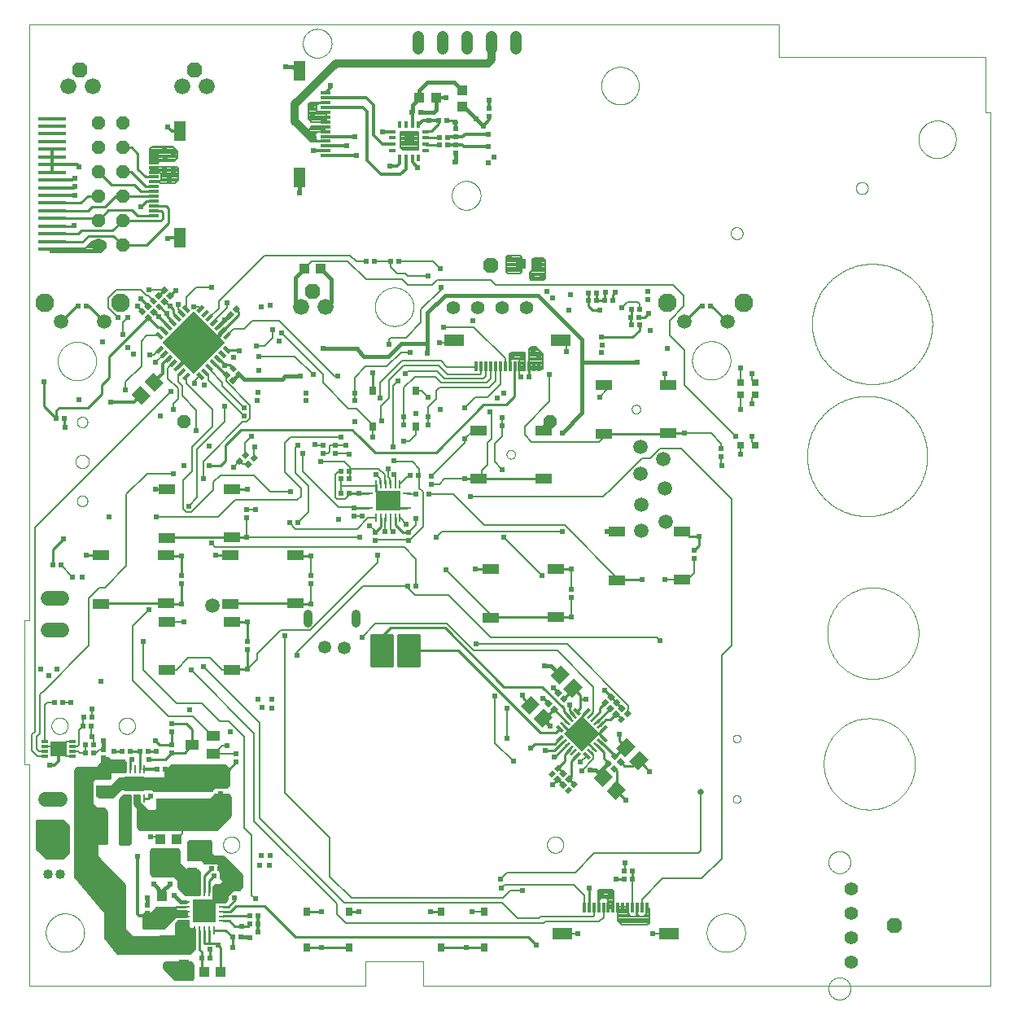
<source format=gtl>
G75*
%MOIN*%
%OFA0B0*%
%FSLAX25Y25*%
%IPPOS*%
%LPD*%
%AMOC8*
5,1,8,0,0,1.08239X$1,22.5*
%
%ADD10C,0.00000*%
%ADD11OC8,0.05400*%
%ADD12C,0.05906*%
%ADD13C,0.05315*%
%ADD14C,0.03562*%
%ADD15C,0.00984*%
%ADD16R,0.06890X0.04331*%
%ADD17R,0.02756X0.03543*%
%ADD18R,0.01102X0.03248*%
%ADD19R,0.08465X0.06299*%
%ADD20R,0.03937X0.13386*%
%ADD21R,0.02165X0.02362*%
%ADD22R,0.05906X0.05118*%
%ADD23R,0.02362X0.02165*%
%ADD24R,0.03937X0.04331*%
%ADD25R,0.01102X0.03346*%
%ADD26R,0.03346X0.01102*%
%ADD27R,0.09449X0.09449*%
%ADD28C,0.07677*%
%ADD29C,0.04000*%
%ADD30C,0.05906*%
%ADD31R,0.05512X0.03937*%
%ADD32R,0.03937X0.03937*%
%ADD33R,0.01378X0.02756*%
%ADD34R,0.02756X0.01378*%
%ADD35C,0.00800*%
%ADD36R,0.04331X0.03937*%
%ADD37R,0.05118X0.05906*%
%ADD38R,0.10236X0.10236*%
%ADD39R,0.03346X0.01575*%
%ADD40R,0.18110X0.18110*%
%ADD41R,0.03150X0.03150*%
%ADD42R,0.09843X0.07874*%
%ADD43OC8,0.06300*%
%ADD44C,0.04800*%
%ADD45R,0.01181X0.03937*%
%ADD46R,0.07874X0.05118*%
%ADD47R,0.03937X0.01181*%
%ADD48R,0.05118X0.07874*%
%ADD49R,0.11811X0.01575*%
%ADD50C,0.05400*%
%ADD51R,0.06890X0.06417*%
%ADD52R,0.02756X0.01181*%
%ADD53C,0.06600*%
%ADD54C,0.05600*%
%ADD55C,0.01000*%
%ADD56C,0.02420*%
%ADD57C,0.01600*%
%ADD58C,0.02400*%
%ADD59C,0.01200*%
%ADD60C,0.00807*%
%ADD61C,0.02953*%
%ADD62C,0.01220*%
%ADD63C,0.03200*%
%ADD64C,0.02578*%
D10*
X0011407Y0006748D02*
X0011407Y0097299D01*
X0009439Y0097299D01*
X0009439Y0156354D01*
X0011407Y0156354D01*
X0011407Y0400449D01*
X0318494Y0400449D01*
X0318494Y0387063D01*
X0403140Y0387063D01*
X0403140Y0364425D01*
X0405108Y0364425D01*
X0405108Y0006748D01*
X0172825Y0006748D01*
X0172825Y0016787D01*
X0149203Y0016787D01*
X0149203Y0006748D01*
X0011407Y0006748D01*
X0018297Y0028402D02*
X0018299Y0028595D01*
X0018306Y0028788D01*
X0018318Y0028981D01*
X0018335Y0029174D01*
X0018356Y0029366D01*
X0018382Y0029557D01*
X0018413Y0029748D01*
X0018448Y0029938D01*
X0018488Y0030127D01*
X0018533Y0030315D01*
X0018582Y0030502D01*
X0018636Y0030688D01*
X0018694Y0030872D01*
X0018757Y0031055D01*
X0018825Y0031236D01*
X0018896Y0031415D01*
X0018973Y0031593D01*
X0019053Y0031769D01*
X0019138Y0031942D01*
X0019227Y0032114D01*
X0019320Y0032283D01*
X0019417Y0032450D01*
X0019519Y0032615D01*
X0019624Y0032777D01*
X0019733Y0032936D01*
X0019847Y0033093D01*
X0019964Y0033246D01*
X0020084Y0033397D01*
X0020209Y0033545D01*
X0020337Y0033690D01*
X0020468Y0033831D01*
X0020603Y0033970D01*
X0020742Y0034105D01*
X0020883Y0034236D01*
X0021028Y0034364D01*
X0021176Y0034489D01*
X0021327Y0034609D01*
X0021480Y0034726D01*
X0021637Y0034840D01*
X0021796Y0034949D01*
X0021958Y0035054D01*
X0022123Y0035156D01*
X0022290Y0035253D01*
X0022459Y0035346D01*
X0022631Y0035435D01*
X0022804Y0035520D01*
X0022980Y0035600D01*
X0023158Y0035677D01*
X0023337Y0035748D01*
X0023518Y0035816D01*
X0023701Y0035879D01*
X0023885Y0035937D01*
X0024071Y0035991D01*
X0024258Y0036040D01*
X0024446Y0036085D01*
X0024635Y0036125D01*
X0024825Y0036160D01*
X0025016Y0036191D01*
X0025207Y0036217D01*
X0025399Y0036238D01*
X0025592Y0036255D01*
X0025785Y0036267D01*
X0025978Y0036274D01*
X0026171Y0036276D01*
X0026364Y0036274D01*
X0026557Y0036267D01*
X0026750Y0036255D01*
X0026943Y0036238D01*
X0027135Y0036217D01*
X0027326Y0036191D01*
X0027517Y0036160D01*
X0027707Y0036125D01*
X0027896Y0036085D01*
X0028084Y0036040D01*
X0028271Y0035991D01*
X0028457Y0035937D01*
X0028641Y0035879D01*
X0028824Y0035816D01*
X0029005Y0035748D01*
X0029184Y0035677D01*
X0029362Y0035600D01*
X0029538Y0035520D01*
X0029711Y0035435D01*
X0029883Y0035346D01*
X0030052Y0035253D01*
X0030219Y0035156D01*
X0030384Y0035054D01*
X0030546Y0034949D01*
X0030705Y0034840D01*
X0030862Y0034726D01*
X0031015Y0034609D01*
X0031166Y0034489D01*
X0031314Y0034364D01*
X0031459Y0034236D01*
X0031600Y0034105D01*
X0031739Y0033970D01*
X0031874Y0033831D01*
X0032005Y0033690D01*
X0032133Y0033545D01*
X0032258Y0033397D01*
X0032378Y0033246D01*
X0032495Y0033093D01*
X0032609Y0032936D01*
X0032718Y0032777D01*
X0032823Y0032615D01*
X0032925Y0032450D01*
X0033022Y0032283D01*
X0033115Y0032114D01*
X0033204Y0031942D01*
X0033289Y0031769D01*
X0033369Y0031593D01*
X0033446Y0031415D01*
X0033517Y0031236D01*
X0033585Y0031055D01*
X0033648Y0030872D01*
X0033706Y0030688D01*
X0033760Y0030502D01*
X0033809Y0030315D01*
X0033854Y0030127D01*
X0033894Y0029938D01*
X0033929Y0029748D01*
X0033960Y0029557D01*
X0033986Y0029366D01*
X0034007Y0029174D01*
X0034024Y0028981D01*
X0034036Y0028788D01*
X0034043Y0028595D01*
X0034045Y0028402D01*
X0034043Y0028209D01*
X0034036Y0028016D01*
X0034024Y0027823D01*
X0034007Y0027630D01*
X0033986Y0027438D01*
X0033960Y0027247D01*
X0033929Y0027056D01*
X0033894Y0026866D01*
X0033854Y0026677D01*
X0033809Y0026489D01*
X0033760Y0026302D01*
X0033706Y0026116D01*
X0033648Y0025932D01*
X0033585Y0025749D01*
X0033517Y0025568D01*
X0033446Y0025389D01*
X0033369Y0025211D01*
X0033289Y0025035D01*
X0033204Y0024862D01*
X0033115Y0024690D01*
X0033022Y0024521D01*
X0032925Y0024354D01*
X0032823Y0024189D01*
X0032718Y0024027D01*
X0032609Y0023868D01*
X0032495Y0023711D01*
X0032378Y0023558D01*
X0032258Y0023407D01*
X0032133Y0023259D01*
X0032005Y0023114D01*
X0031874Y0022973D01*
X0031739Y0022834D01*
X0031600Y0022699D01*
X0031459Y0022568D01*
X0031314Y0022440D01*
X0031166Y0022315D01*
X0031015Y0022195D01*
X0030862Y0022078D01*
X0030705Y0021964D01*
X0030546Y0021855D01*
X0030384Y0021750D01*
X0030219Y0021648D01*
X0030052Y0021551D01*
X0029883Y0021458D01*
X0029711Y0021369D01*
X0029538Y0021284D01*
X0029362Y0021204D01*
X0029184Y0021127D01*
X0029005Y0021056D01*
X0028824Y0020988D01*
X0028641Y0020925D01*
X0028457Y0020867D01*
X0028271Y0020813D01*
X0028084Y0020764D01*
X0027896Y0020719D01*
X0027707Y0020679D01*
X0027517Y0020644D01*
X0027326Y0020613D01*
X0027135Y0020587D01*
X0026943Y0020566D01*
X0026750Y0020549D01*
X0026557Y0020537D01*
X0026364Y0020530D01*
X0026171Y0020528D01*
X0025978Y0020530D01*
X0025785Y0020537D01*
X0025592Y0020549D01*
X0025399Y0020566D01*
X0025207Y0020587D01*
X0025016Y0020613D01*
X0024825Y0020644D01*
X0024635Y0020679D01*
X0024446Y0020719D01*
X0024258Y0020764D01*
X0024071Y0020813D01*
X0023885Y0020867D01*
X0023701Y0020925D01*
X0023518Y0020988D01*
X0023337Y0021056D01*
X0023158Y0021127D01*
X0022980Y0021204D01*
X0022804Y0021284D01*
X0022631Y0021369D01*
X0022459Y0021458D01*
X0022290Y0021551D01*
X0022123Y0021648D01*
X0021958Y0021750D01*
X0021796Y0021855D01*
X0021637Y0021964D01*
X0021480Y0022078D01*
X0021327Y0022195D01*
X0021176Y0022315D01*
X0021028Y0022440D01*
X0020883Y0022568D01*
X0020742Y0022699D01*
X0020603Y0022834D01*
X0020468Y0022973D01*
X0020337Y0023114D01*
X0020209Y0023259D01*
X0020084Y0023407D01*
X0019964Y0023558D01*
X0019847Y0023711D01*
X0019733Y0023868D01*
X0019624Y0024027D01*
X0019519Y0024189D01*
X0019417Y0024354D01*
X0019320Y0024521D01*
X0019227Y0024690D01*
X0019138Y0024862D01*
X0019053Y0025035D01*
X0018973Y0025211D01*
X0018896Y0025389D01*
X0018825Y0025568D01*
X0018757Y0025749D01*
X0018694Y0025932D01*
X0018636Y0026116D01*
X0018582Y0026302D01*
X0018533Y0026489D01*
X0018488Y0026677D01*
X0018448Y0026866D01*
X0018413Y0027056D01*
X0018382Y0027247D01*
X0018356Y0027438D01*
X0018335Y0027630D01*
X0018318Y0027823D01*
X0018306Y0028016D01*
X0018299Y0028209D01*
X0018297Y0028402D01*
X0090935Y0064425D02*
X0090937Y0064540D01*
X0090943Y0064656D01*
X0090953Y0064771D01*
X0090967Y0064886D01*
X0090985Y0065000D01*
X0091007Y0065113D01*
X0091032Y0065226D01*
X0091062Y0065337D01*
X0091095Y0065448D01*
X0091132Y0065557D01*
X0091173Y0065665D01*
X0091218Y0065772D01*
X0091266Y0065877D01*
X0091318Y0065980D01*
X0091374Y0066081D01*
X0091433Y0066181D01*
X0091495Y0066278D01*
X0091561Y0066373D01*
X0091629Y0066466D01*
X0091701Y0066556D01*
X0091776Y0066644D01*
X0091855Y0066729D01*
X0091936Y0066811D01*
X0092019Y0066891D01*
X0092106Y0066967D01*
X0092195Y0067041D01*
X0092286Y0067111D01*
X0092380Y0067179D01*
X0092476Y0067243D01*
X0092575Y0067303D01*
X0092675Y0067360D01*
X0092777Y0067414D01*
X0092881Y0067464D01*
X0092987Y0067511D01*
X0093094Y0067554D01*
X0093203Y0067593D01*
X0093313Y0067628D01*
X0093424Y0067659D01*
X0093536Y0067687D01*
X0093649Y0067711D01*
X0093763Y0067731D01*
X0093878Y0067747D01*
X0093993Y0067759D01*
X0094108Y0067767D01*
X0094223Y0067771D01*
X0094339Y0067771D01*
X0094454Y0067767D01*
X0094569Y0067759D01*
X0094684Y0067747D01*
X0094799Y0067731D01*
X0094913Y0067711D01*
X0095026Y0067687D01*
X0095138Y0067659D01*
X0095249Y0067628D01*
X0095359Y0067593D01*
X0095468Y0067554D01*
X0095575Y0067511D01*
X0095681Y0067464D01*
X0095785Y0067414D01*
X0095887Y0067360D01*
X0095987Y0067303D01*
X0096086Y0067243D01*
X0096182Y0067179D01*
X0096276Y0067111D01*
X0096367Y0067041D01*
X0096456Y0066967D01*
X0096543Y0066891D01*
X0096626Y0066811D01*
X0096707Y0066729D01*
X0096786Y0066644D01*
X0096861Y0066556D01*
X0096933Y0066466D01*
X0097001Y0066373D01*
X0097067Y0066278D01*
X0097129Y0066181D01*
X0097188Y0066081D01*
X0097244Y0065980D01*
X0097296Y0065877D01*
X0097344Y0065772D01*
X0097389Y0065665D01*
X0097430Y0065557D01*
X0097467Y0065448D01*
X0097500Y0065337D01*
X0097530Y0065226D01*
X0097555Y0065113D01*
X0097577Y0065000D01*
X0097595Y0064886D01*
X0097609Y0064771D01*
X0097619Y0064656D01*
X0097625Y0064540D01*
X0097627Y0064425D01*
X0097625Y0064310D01*
X0097619Y0064194D01*
X0097609Y0064079D01*
X0097595Y0063964D01*
X0097577Y0063850D01*
X0097555Y0063737D01*
X0097530Y0063624D01*
X0097500Y0063513D01*
X0097467Y0063402D01*
X0097430Y0063293D01*
X0097389Y0063185D01*
X0097344Y0063078D01*
X0097296Y0062973D01*
X0097244Y0062870D01*
X0097188Y0062769D01*
X0097129Y0062669D01*
X0097067Y0062572D01*
X0097001Y0062477D01*
X0096933Y0062384D01*
X0096861Y0062294D01*
X0096786Y0062206D01*
X0096707Y0062121D01*
X0096626Y0062039D01*
X0096543Y0061959D01*
X0096456Y0061883D01*
X0096367Y0061809D01*
X0096276Y0061739D01*
X0096182Y0061671D01*
X0096086Y0061607D01*
X0095987Y0061547D01*
X0095887Y0061490D01*
X0095785Y0061436D01*
X0095681Y0061386D01*
X0095575Y0061339D01*
X0095468Y0061296D01*
X0095359Y0061257D01*
X0095249Y0061222D01*
X0095138Y0061191D01*
X0095026Y0061163D01*
X0094913Y0061139D01*
X0094799Y0061119D01*
X0094684Y0061103D01*
X0094569Y0061091D01*
X0094454Y0061083D01*
X0094339Y0061079D01*
X0094223Y0061079D01*
X0094108Y0061083D01*
X0093993Y0061091D01*
X0093878Y0061103D01*
X0093763Y0061119D01*
X0093649Y0061139D01*
X0093536Y0061163D01*
X0093424Y0061191D01*
X0093313Y0061222D01*
X0093203Y0061257D01*
X0093094Y0061296D01*
X0092987Y0061339D01*
X0092881Y0061386D01*
X0092777Y0061436D01*
X0092675Y0061490D01*
X0092575Y0061547D01*
X0092476Y0061607D01*
X0092380Y0061671D01*
X0092286Y0061739D01*
X0092195Y0061809D01*
X0092106Y0061883D01*
X0092019Y0061959D01*
X0091936Y0062039D01*
X0091855Y0062121D01*
X0091776Y0062206D01*
X0091701Y0062294D01*
X0091629Y0062384D01*
X0091561Y0062477D01*
X0091495Y0062572D01*
X0091433Y0062669D01*
X0091374Y0062769D01*
X0091318Y0062870D01*
X0091266Y0062973D01*
X0091218Y0063078D01*
X0091173Y0063185D01*
X0091132Y0063293D01*
X0091095Y0063402D01*
X0091062Y0063513D01*
X0091032Y0063624D01*
X0091007Y0063737D01*
X0090985Y0063850D01*
X0090967Y0063964D01*
X0090953Y0064079D01*
X0090943Y0064194D01*
X0090937Y0064310D01*
X0090935Y0064425D01*
X0048180Y0113126D02*
X0048182Y0113241D01*
X0048188Y0113357D01*
X0048198Y0113472D01*
X0048212Y0113587D01*
X0048230Y0113701D01*
X0048252Y0113814D01*
X0048277Y0113927D01*
X0048307Y0114038D01*
X0048340Y0114149D01*
X0048377Y0114258D01*
X0048418Y0114366D01*
X0048463Y0114473D01*
X0048511Y0114578D01*
X0048563Y0114681D01*
X0048619Y0114782D01*
X0048678Y0114882D01*
X0048740Y0114979D01*
X0048806Y0115074D01*
X0048874Y0115167D01*
X0048946Y0115257D01*
X0049021Y0115345D01*
X0049100Y0115430D01*
X0049181Y0115512D01*
X0049264Y0115592D01*
X0049351Y0115668D01*
X0049440Y0115742D01*
X0049531Y0115812D01*
X0049625Y0115880D01*
X0049721Y0115944D01*
X0049820Y0116004D01*
X0049920Y0116061D01*
X0050022Y0116115D01*
X0050126Y0116165D01*
X0050232Y0116212D01*
X0050339Y0116255D01*
X0050448Y0116294D01*
X0050558Y0116329D01*
X0050669Y0116360D01*
X0050781Y0116388D01*
X0050894Y0116412D01*
X0051008Y0116432D01*
X0051123Y0116448D01*
X0051238Y0116460D01*
X0051353Y0116468D01*
X0051468Y0116472D01*
X0051584Y0116472D01*
X0051699Y0116468D01*
X0051814Y0116460D01*
X0051929Y0116448D01*
X0052044Y0116432D01*
X0052158Y0116412D01*
X0052271Y0116388D01*
X0052383Y0116360D01*
X0052494Y0116329D01*
X0052604Y0116294D01*
X0052713Y0116255D01*
X0052820Y0116212D01*
X0052926Y0116165D01*
X0053030Y0116115D01*
X0053132Y0116061D01*
X0053232Y0116004D01*
X0053331Y0115944D01*
X0053427Y0115880D01*
X0053521Y0115812D01*
X0053612Y0115742D01*
X0053701Y0115668D01*
X0053788Y0115592D01*
X0053871Y0115512D01*
X0053952Y0115430D01*
X0054031Y0115345D01*
X0054106Y0115257D01*
X0054178Y0115167D01*
X0054246Y0115074D01*
X0054312Y0114979D01*
X0054374Y0114882D01*
X0054433Y0114782D01*
X0054489Y0114681D01*
X0054541Y0114578D01*
X0054589Y0114473D01*
X0054634Y0114366D01*
X0054675Y0114258D01*
X0054712Y0114149D01*
X0054745Y0114038D01*
X0054775Y0113927D01*
X0054800Y0113814D01*
X0054822Y0113701D01*
X0054840Y0113587D01*
X0054854Y0113472D01*
X0054864Y0113357D01*
X0054870Y0113241D01*
X0054872Y0113126D01*
X0054870Y0113011D01*
X0054864Y0112895D01*
X0054854Y0112780D01*
X0054840Y0112665D01*
X0054822Y0112551D01*
X0054800Y0112438D01*
X0054775Y0112325D01*
X0054745Y0112214D01*
X0054712Y0112103D01*
X0054675Y0111994D01*
X0054634Y0111886D01*
X0054589Y0111779D01*
X0054541Y0111674D01*
X0054489Y0111571D01*
X0054433Y0111470D01*
X0054374Y0111370D01*
X0054312Y0111273D01*
X0054246Y0111178D01*
X0054178Y0111085D01*
X0054106Y0110995D01*
X0054031Y0110907D01*
X0053952Y0110822D01*
X0053871Y0110740D01*
X0053788Y0110660D01*
X0053701Y0110584D01*
X0053612Y0110510D01*
X0053521Y0110440D01*
X0053427Y0110372D01*
X0053331Y0110308D01*
X0053232Y0110248D01*
X0053132Y0110191D01*
X0053030Y0110137D01*
X0052926Y0110087D01*
X0052820Y0110040D01*
X0052713Y0109997D01*
X0052604Y0109958D01*
X0052494Y0109923D01*
X0052383Y0109892D01*
X0052271Y0109864D01*
X0052158Y0109840D01*
X0052044Y0109820D01*
X0051929Y0109804D01*
X0051814Y0109792D01*
X0051699Y0109784D01*
X0051584Y0109780D01*
X0051468Y0109780D01*
X0051353Y0109784D01*
X0051238Y0109792D01*
X0051123Y0109804D01*
X0051008Y0109820D01*
X0050894Y0109840D01*
X0050781Y0109864D01*
X0050669Y0109892D01*
X0050558Y0109923D01*
X0050448Y0109958D01*
X0050339Y0109997D01*
X0050232Y0110040D01*
X0050126Y0110087D01*
X0050022Y0110137D01*
X0049920Y0110191D01*
X0049820Y0110248D01*
X0049721Y0110308D01*
X0049625Y0110372D01*
X0049531Y0110440D01*
X0049440Y0110510D01*
X0049351Y0110584D01*
X0049264Y0110660D01*
X0049181Y0110740D01*
X0049100Y0110822D01*
X0049021Y0110907D01*
X0048946Y0110995D01*
X0048874Y0111085D01*
X0048806Y0111178D01*
X0048740Y0111273D01*
X0048678Y0111370D01*
X0048619Y0111470D01*
X0048563Y0111571D01*
X0048511Y0111674D01*
X0048463Y0111779D01*
X0048418Y0111886D01*
X0048377Y0111994D01*
X0048340Y0112103D01*
X0048307Y0112214D01*
X0048277Y0112325D01*
X0048252Y0112438D01*
X0048230Y0112551D01*
X0048212Y0112665D01*
X0048198Y0112780D01*
X0048188Y0112895D01*
X0048182Y0113011D01*
X0048180Y0113126D01*
X0020621Y0113126D02*
X0020623Y0113241D01*
X0020629Y0113357D01*
X0020639Y0113472D01*
X0020653Y0113587D01*
X0020671Y0113701D01*
X0020693Y0113814D01*
X0020718Y0113927D01*
X0020748Y0114038D01*
X0020781Y0114149D01*
X0020818Y0114258D01*
X0020859Y0114366D01*
X0020904Y0114473D01*
X0020952Y0114578D01*
X0021004Y0114681D01*
X0021060Y0114782D01*
X0021119Y0114882D01*
X0021181Y0114979D01*
X0021247Y0115074D01*
X0021315Y0115167D01*
X0021387Y0115257D01*
X0021462Y0115345D01*
X0021541Y0115430D01*
X0021622Y0115512D01*
X0021705Y0115592D01*
X0021792Y0115668D01*
X0021881Y0115742D01*
X0021972Y0115812D01*
X0022066Y0115880D01*
X0022162Y0115944D01*
X0022261Y0116004D01*
X0022361Y0116061D01*
X0022463Y0116115D01*
X0022567Y0116165D01*
X0022673Y0116212D01*
X0022780Y0116255D01*
X0022889Y0116294D01*
X0022999Y0116329D01*
X0023110Y0116360D01*
X0023222Y0116388D01*
X0023335Y0116412D01*
X0023449Y0116432D01*
X0023564Y0116448D01*
X0023679Y0116460D01*
X0023794Y0116468D01*
X0023909Y0116472D01*
X0024025Y0116472D01*
X0024140Y0116468D01*
X0024255Y0116460D01*
X0024370Y0116448D01*
X0024485Y0116432D01*
X0024599Y0116412D01*
X0024712Y0116388D01*
X0024824Y0116360D01*
X0024935Y0116329D01*
X0025045Y0116294D01*
X0025154Y0116255D01*
X0025261Y0116212D01*
X0025367Y0116165D01*
X0025471Y0116115D01*
X0025573Y0116061D01*
X0025673Y0116004D01*
X0025772Y0115944D01*
X0025868Y0115880D01*
X0025962Y0115812D01*
X0026053Y0115742D01*
X0026142Y0115668D01*
X0026229Y0115592D01*
X0026312Y0115512D01*
X0026393Y0115430D01*
X0026472Y0115345D01*
X0026547Y0115257D01*
X0026619Y0115167D01*
X0026687Y0115074D01*
X0026753Y0114979D01*
X0026815Y0114882D01*
X0026874Y0114782D01*
X0026930Y0114681D01*
X0026982Y0114578D01*
X0027030Y0114473D01*
X0027075Y0114366D01*
X0027116Y0114258D01*
X0027153Y0114149D01*
X0027186Y0114038D01*
X0027216Y0113927D01*
X0027241Y0113814D01*
X0027263Y0113701D01*
X0027281Y0113587D01*
X0027295Y0113472D01*
X0027305Y0113357D01*
X0027311Y0113241D01*
X0027313Y0113126D01*
X0027311Y0113011D01*
X0027305Y0112895D01*
X0027295Y0112780D01*
X0027281Y0112665D01*
X0027263Y0112551D01*
X0027241Y0112438D01*
X0027216Y0112325D01*
X0027186Y0112214D01*
X0027153Y0112103D01*
X0027116Y0111994D01*
X0027075Y0111886D01*
X0027030Y0111779D01*
X0026982Y0111674D01*
X0026930Y0111571D01*
X0026874Y0111470D01*
X0026815Y0111370D01*
X0026753Y0111273D01*
X0026687Y0111178D01*
X0026619Y0111085D01*
X0026547Y0110995D01*
X0026472Y0110907D01*
X0026393Y0110822D01*
X0026312Y0110740D01*
X0026229Y0110660D01*
X0026142Y0110584D01*
X0026053Y0110510D01*
X0025962Y0110440D01*
X0025868Y0110372D01*
X0025772Y0110308D01*
X0025673Y0110248D01*
X0025573Y0110191D01*
X0025471Y0110137D01*
X0025367Y0110087D01*
X0025261Y0110040D01*
X0025154Y0109997D01*
X0025045Y0109958D01*
X0024935Y0109923D01*
X0024824Y0109892D01*
X0024712Y0109864D01*
X0024599Y0109840D01*
X0024485Y0109820D01*
X0024370Y0109804D01*
X0024255Y0109792D01*
X0024140Y0109784D01*
X0024025Y0109780D01*
X0023909Y0109780D01*
X0023794Y0109784D01*
X0023679Y0109792D01*
X0023564Y0109804D01*
X0023449Y0109820D01*
X0023335Y0109840D01*
X0023222Y0109864D01*
X0023110Y0109892D01*
X0022999Y0109923D01*
X0022889Y0109958D01*
X0022780Y0109997D01*
X0022673Y0110040D01*
X0022567Y0110087D01*
X0022463Y0110137D01*
X0022361Y0110191D01*
X0022261Y0110248D01*
X0022162Y0110308D01*
X0022066Y0110372D01*
X0021972Y0110440D01*
X0021881Y0110510D01*
X0021792Y0110584D01*
X0021705Y0110660D01*
X0021622Y0110740D01*
X0021541Y0110822D01*
X0021462Y0110907D01*
X0021387Y0110995D01*
X0021315Y0111085D01*
X0021247Y0111178D01*
X0021181Y0111273D01*
X0021119Y0111370D01*
X0021060Y0111470D01*
X0021004Y0111571D01*
X0020952Y0111674D01*
X0020904Y0111779D01*
X0020859Y0111886D01*
X0020818Y0111994D01*
X0020781Y0112103D01*
X0020748Y0112214D01*
X0020718Y0112325D01*
X0020693Y0112438D01*
X0020671Y0112551D01*
X0020653Y0112665D01*
X0020639Y0112780D01*
X0020629Y0112895D01*
X0020623Y0113011D01*
X0020621Y0113126D01*
X0031054Y0205213D02*
X0031056Y0205306D01*
X0031062Y0205398D01*
X0031072Y0205490D01*
X0031086Y0205581D01*
X0031103Y0205672D01*
X0031125Y0205762D01*
X0031150Y0205851D01*
X0031179Y0205939D01*
X0031212Y0206025D01*
X0031249Y0206110D01*
X0031289Y0206194D01*
X0031333Y0206275D01*
X0031380Y0206355D01*
X0031430Y0206433D01*
X0031484Y0206508D01*
X0031541Y0206581D01*
X0031601Y0206651D01*
X0031664Y0206719D01*
X0031730Y0206784D01*
X0031798Y0206846D01*
X0031869Y0206906D01*
X0031943Y0206962D01*
X0032019Y0207015D01*
X0032097Y0207064D01*
X0032177Y0207111D01*
X0032259Y0207153D01*
X0032343Y0207193D01*
X0032428Y0207228D01*
X0032515Y0207260D01*
X0032603Y0207289D01*
X0032692Y0207313D01*
X0032782Y0207334D01*
X0032873Y0207350D01*
X0032965Y0207363D01*
X0033057Y0207372D01*
X0033150Y0207377D01*
X0033242Y0207378D01*
X0033335Y0207375D01*
X0033427Y0207368D01*
X0033519Y0207357D01*
X0033610Y0207342D01*
X0033701Y0207324D01*
X0033791Y0207301D01*
X0033879Y0207275D01*
X0033967Y0207245D01*
X0034053Y0207211D01*
X0034137Y0207174D01*
X0034220Y0207132D01*
X0034301Y0207088D01*
X0034381Y0207040D01*
X0034458Y0206989D01*
X0034532Y0206934D01*
X0034605Y0206876D01*
X0034675Y0206816D01*
X0034742Y0206752D01*
X0034806Y0206686D01*
X0034868Y0206616D01*
X0034926Y0206545D01*
X0034981Y0206471D01*
X0035033Y0206394D01*
X0035082Y0206315D01*
X0035128Y0206235D01*
X0035170Y0206152D01*
X0035208Y0206068D01*
X0035243Y0205982D01*
X0035274Y0205895D01*
X0035301Y0205807D01*
X0035324Y0205717D01*
X0035344Y0205627D01*
X0035360Y0205536D01*
X0035372Y0205444D01*
X0035380Y0205352D01*
X0035384Y0205259D01*
X0035384Y0205167D01*
X0035380Y0205074D01*
X0035372Y0204982D01*
X0035360Y0204890D01*
X0035344Y0204799D01*
X0035324Y0204709D01*
X0035301Y0204619D01*
X0035274Y0204531D01*
X0035243Y0204444D01*
X0035208Y0204358D01*
X0035170Y0204274D01*
X0035128Y0204191D01*
X0035082Y0204111D01*
X0035033Y0204032D01*
X0034981Y0203955D01*
X0034926Y0203881D01*
X0034868Y0203810D01*
X0034806Y0203740D01*
X0034742Y0203674D01*
X0034675Y0203610D01*
X0034605Y0203550D01*
X0034532Y0203492D01*
X0034458Y0203437D01*
X0034381Y0203386D01*
X0034302Y0203338D01*
X0034220Y0203294D01*
X0034137Y0203252D01*
X0034053Y0203215D01*
X0033967Y0203181D01*
X0033879Y0203151D01*
X0033791Y0203125D01*
X0033701Y0203102D01*
X0033610Y0203084D01*
X0033519Y0203069D01*
X0033427Y0203058D01*
X0033335Y0203051D01*
X0033242Y0203048D01*
X0033150Y0203049D01*
X0033057Y0203054D01*
X0032965Y0203063D01*
X0032873Y0203076D01*
X0032782Y0203092D01*
X0032692Y0203113D01*
X0032603Y0203137D01*
X0032515Y0203166D01*
X0032428Y0203198D01*
X0032343Y0203233D01*
X0032259Y0203273D01*
X0032177Y0203315D01*
X0032097Y0203362D01*
X0032019Y0203411D01*
X0031943Y0203464D01*
X0031869Y0203520D01*
X0031798Y0203580D01*
X0031730Y0203642D01*
X0031664Y0203707D01*
X0031601Y0203775D01*
X0031541Y0203845D01*
X0031484Y0203918D01*
X0031430Y0203993D01*
X0031380Y0204071D01*
X0031333Y0204151D01*
X0031289Y0204232D01*
X0031249Y0204316D01*
X0031212Y0204401D01*
X0031179Y0204487D01*
X0031150Y0204575D01*
X0031125Y0204664D01*
X0031103Y0204754D01*
X0031086Y0204845D01*
X0031072Y0204936D01*
X0031062Y0205028D01*
X0031056Y0205120D01*
X0031054Y0205213D01*
X0030463Y0221354D02*
X0030465Y0221459D01*
X0030471Y0221564D01*
X0030481Y0221668D01*
X0030495Y0221772D01*
X0030513Y0221876D01*
X0030535Y0221978D01*
X0030560Y0222080D01*
X0030590Y0222181D01*
X0030623Y0222280D01*
X0030660Y0222378D01*
X0030701Y0222475D01*
X0030746Y0222570D01*
X0030794Y0222663D01*
X0030845Y0222755D01*
X0030901Y0222844D01*
X0030959Y0222931D01*
X0031021Y0223016D01*
X0031085Y0223099D01*
X0031153Y0223179D01*
X0031224Y0223256D01*
X0031298Y0223330D01*
X0031375Y0223402D01*
X0031454Y0223471D01*
X0031536Y0223536D01*
X0031620Y0223599D01*
X0031707Y0223658D01*
X0031796Y0223714D01*
X0031887Y0223767D01*
X0031980Y0223816D01*
X0032074Y0223861D01*
X0032170Y0223903D01*
X0032268Y0223941D01*
X0032367Y0223975D01*
X0032468Y0224006D01*
X0032569Y0224032D01*
X0032672Y0224055D01*
X0032775Y0224074D01*
X0032879Y0224089D01*
X0032983Y0224100D01*
X0033088Y0224107D01*
X0033193Y0224110D01*
X0033298Y0224109D01*
X0033403Y0224104D01*
X0033507Y0224095D01*
X0033611Y0224082D01*
X0033715Y0224065D01*
X0033818Y0224044D01*
X0033920Y0224019D01*
X0034021Y0223991D01*
X0034120Y0223958D01*
X0034219Y0223922D01*
X0034316Y0223882D01*
X0034411Y0223839D01*
X0034505Y0223791D01*
X0034597Y0223741D01*
X0034687Y0223687D01*
X0034775Y0223629D01*
X0034860Y0223568D01*
X0034943Y0223504D01*
X0035024Y0223437D01*
X0035102Y0223367D01*
X0035177Y0223293D01*
X0035249Y0223218D01*
X0035319Y0223139D01*
X0035385Y0223058D01*
X0035449Y0222974D01*
X0035509Y0222888D01*
X0035565Y0222800D01*
X0035619Y0222709D01*
X0035669Y0222617D01*
X0035715Y0222523D01*
X0035758Y0222427D01*
X0035797Y0222329D01*
X0035832Y0222231D01*
X0035863Y0222130D01*
X0035891Y0222029D01*
X0035915Y0221927D01*
X0035935Y0221824D01*
X0035951Y0221720D01*
X0035963Y0221616D01*
X0035971Y0221511D01*
X0035975Y0221406D01*
X0035975Y0221302D01*
X0035971Y0221197D01*
X0035963Y0221092D01*
X0035951Y0220988D01*
X0035935Y0220884D01*
X0035915Y0220781D01*
X0035891Y0220679D01*
X0035863Y0220578D01*
X0035832Y0220477D01*
X0035797Y0220379D01*
X0035758Y0220281D01*
X0035715Y0220185D01*
X0035669Y0220091D01*
X0035619Y0219999D01*
X0035565Y0219908D01*
X0035509Y0219820D01*
X0035449Y0219734D01*
X0035385Y0219650D01*
X0035319Y0219569D01*
X0035249Y0219490D01*
X0035177Y0219415D01*
X0035102Y0219341D01*
X0035024Y0219271D01*
X0034943Y0219204D01*
X0034860Y0219140D01*
X0034775Y0219079D01*
X0034687Y0219021D01*
X0034597Y0218967D01*
X0034505Y0218917D01*
X0034411Y0218869D01*
X0034316Y0218826D01*
X0034219Y0218786D01*
X0034120Y0218750D01*
X0034021Y0218717D01*
X0033920Y0218689D01*
X0033818Y0218664D01*
X0033715Y0218643D01*
X0033611Y0218626D01*
X0033507Y0218613D01*
X0033403Y0218604D01*
X0033298Y0218599D01*
X0033193Y0218598D01*
X0033088Y0218601D01*
X0032983Y0218608D01*
X0032879Y0218619D01*
X0032775Y0218634D01*
X0032672Y0218653D01*
X0032569Y0218676D01*
X0032468Y0218702D01*
X0032367Y0218733D01*
X0032268Y0218767D01*
X0032170Y0218805D01*
X0032074Y0218847D01*
X0031980Y0218892D01*
X0031887Y0218941D01*
X0031796Y0218994D01*
X0031707Y0219050D01*
X0031620Y0219109D01*
X0031536Y0219172D01*
X0031454Y0219237D01*
X0031375Y0219306D01*
X0031298Y0219378D01*
X0031224Y0219452D01*
X0031153Y0219529D01*
X0031085Y0219609D01*
X0031021Y0219692D01*
X0030959Y0219777D01*
X0030901Y0219864D01*
X0030845Y0219953D01*
X0030794Y0220045D01*
X0030746Y0220138D01*
X0030701Y0220233D01*
X0030660Y0220330D01*
X0030623Y0220428D01*
X0030590Y0220527D01*
X0030560Y0220628D01*
X0030535Y0220730D01*
X0030513Y0220832D01*
X0030495Y0220936D01*
X0030481Y0221040D01*
X0030471Y0221144D01*
X0030465Y0221249D01*
X0030463Y0221354D01*
X0031054Y0237496D02*
X0031056Y0237589D01*
X0031062Y0237681D01*
X0031072Y0237773D01*
X0031086Y0237864D01*
X0031103Y0237955D01*
X0031125Y0238045D01*
X0031150Y0238134D01*
X0031179Y0238222D01*
X0031212Y0238308D01*
X0031249Y0238393D01*
X0031289Y0238477D01*
X0031333Y0238558D01*
X0031380Y0238638D01*
X0031430Y0238716D01*
X0031484Y0238791D01*
X0031541Y0238864D01*
X0031601Y0238934D01*
X0031664Y0239002D01*
X0031730Y0239067D01*
X0031798Y0239129D01*
X0031869Y0239189D01*
X0031943Y0239245D01*
X0032019Y0239298D01*
X0032097Y0239347D01*
X0032177Y0239394D01*
X0032259Y0239436D01*
X0032343Y0239476D01*
X0032428Y0239511D01*
X0032515Y0239543D01*
X0032603Y0239572D01*
X0032692Y0239596D01*
X0032782Y0239617D01*
X0032873Y0239633D01*
X0032965Y0239646D01*
X0033057Y0239655D01*
X0033150Y0239660D01*
X0033242Y0239661D01*
X0033335Y0239658D01*
X0033427Y0239651D01*
X0033519Y0239640D01*
X0033610Y0239625D01*
X0033701Y0239607D01*
X0033791Y0239584D01*
X0033879Y0239558D01*
X0033967Y0239528D01*
X0034053Y0239494D01*
X0034137Y0239457D01*
X0034220Y0239415D01*
X0034301Y0239371D01*
X0034381Y0239323D01*
X0034458Y0239272D01*
X0034532Y0239217D01*
X0034605Y0239159D01*
X0034675Y0239099D01*
X0034742Y0239035D01*
X0034806Y0238969D01*
X0034868Y0238899D01*
X0034926Y0238828D01*
X0034981Y0238754D01*
X0035033Y0238677D01*
X0035082Y0238598D01*
X0035128Y0238518D01*
X0035170Y0238435D01*
X0035208Y0238351D01*
X0035243Y0238265D01*
X0035274Y0238178D01*
X0035301Y0238090D01*
X0035324Y0238000D01*
X0035344Y0237910D01*
X0035360Y0237819D01*
X0035372Y0237727D01*
X0035380Y0237635D01*
X0035384Y0237542D01*
X0035384Y0237450D01*
X0035380Y0237357D01*
X0035372Y0237265D01*
X0035360Y0237173D01*
X0035344Y0237082D01*
X0035324Y0236992D01*
X0035301Y0236902D01*
X0035274Y0236814D01*
X0035243Y0236727D01*
X0035208Y0236641D01*
X0035170Y0236557D01*
X0035128Y0236474D01*
X0035082Y0236394D01*
X0035033Y0236315D01*
X0034981Y0236238D01*
X0034926Y0236164D01*
X0034868Y0236093D01*
X0034806Y0236023D01*
X0034742Y0235957D01*
X0034675Y0235893D01*
X0034605Y0235833D01*
X0034532Y0235775D01*
X0034458Y0235720D01*
X0034381Y0235669D01*
X0034302Y0235621D01*
X0034220Y0235577D01*
X0034137Y0235535D01*
X0034053Y0235498D01*
X0033967Y0235464D01*
X0033879Y0235434D01*
X0033791Y0235408D01*
X0033701Y0235385D01*
X0033610Y0235367D01*
X0033519Y0235352D01*
X0033427Y0235341D01*
X0033335Y0235334D01*
X0033242Y0235331D01*
X0033150Y0235332D01*
X0033057Y0235337D01*
X0032965Y0235346D01*
X0032873Y0235359D01*
X0032782Y0235375D01*
X0032692Y0235396D01*
X0032603Y0235420D01*
X0032515Y0235449D01*
X0032428Y0235481D01*
X0032343Y0235516D01*
X0032259Y0235556D01*
X0032177Y0235598D01*
X0032097Y0235645D01*
X0032019Y0235694D01*
X0031943Y0235747D01*
X0031869Y0235803D01*
X0031798Y0235863D01*
X0031730Y0235925D01*
X0031664Y0235990D01*
X0031601Y0236058D01*
X0031541Y0236128D01*
X0031484Y0236201D01*
X0031430Y0236276D01*
X0031380Y0236354D01*
X0031333Y0236434D01*
X0031289Y0236515D01*
X0031249Y0236599D01*
X0031212Y0236684D01*
X0031179Y0236770D01*
X0031150Y0236858D01*
X0031125Y0236947D01*
X0031103Y0237037D01*
X0031086Y0237128D01*
X0031072Y0237219D01*
X0031062Y0237311D01*
X0031056Y0237403D01*
X0031054Y0237496D01*
X0023219Y0262457D02*
X0023221Y0262650D01*
X0023228Y0262843D01*
X0023240Y0263036D01*
X0023257Y0263229D01*
X0023278Y0263421D01*
X0023304Y0263612D01*
X0023335Y0263803D01*
X0023370Y0263993D01*
X0023410Y0264182D01*
X0023455Y0264370D01*
X0023504Y0264557D01*
X0023558Y0264743D01*
X0023616Y0264927D01*
X0023679Y0265110D01*
X0023747Y0265291D01*
X0023818Y0265470D01*
X0023895Y0265648D01*
X0023975Y0265824D01*
X0024060Y0265997D01*
X0024149Y0266169D01*
X0024242Y0266338D01*
X0024339Y0266505D01*
X0024441Y0266670D01*
X0024546Y0266832D01*
X0024655Y0266991D01*
X0024769Y0267148D01*
X0024886Y0267301D01*
X0025006Y0267452D01*
X0025131Y0267600D01*
X0025259Y0267745D01*
X0025390Y0267886D01*
X0025525Y0268025D01*
X0025664Y0268160D01*
X0025805Y0268291D01*
X0025950Y0268419D01*
X0026098Y0268544D01*
X0026249Y0268664D01*
X0026402Y0268781D01*
X0026559Y0268895D01*
X0026718Y0269004D01*
X0026880Y0269109D01*
X0027045Y0269211D01*
X0027212Y0269308D01*
X0027381Y0269401D01*
X0027553Y0269490D01*
X0027726Y0269575D01*
X0027902Y0269655D01*
X0028080Y0269732D01*
X0028259Y0269803D01*
X0028440Y0269871D01*
X0028623Y0269934D01*
X0028807Y0269992D01*
X0028993Y0270046D01*
X0029180Y0270095D01*
X0029368Y0270140D01*
X0029557Y0270180D01*
X0029747Y0270215D01*
X0029938Y0270246D01*
X0030129Y0270272D01*
X0030321Y0270293D01*
X0030514Y0270310D01*
X0030707Y0270322D01*
X0030900Y0270329D01*
X0031093Y0270331D01*
X0031286Y0270329D01*
X0031479Y0270322D01*
X0031672Y0270310D01*
X0031865Y0270293D01*
X0032057Y0270272D01*
X0032248Y0270246D01*
X0032439Y0270215D01*
X0032629Y0270180D01*
X0032818Y0270140D01*
X0033006Y0270095D01*
X0033193Y0270046D01*
X0033379Y0269992D01*
X0033563Y0269934D01*
X0033746Y0269871D01*
X0033927Y0269803D01*
X0034106Y0269732D01*
X0034284Y0269655D01*
X0034460Y0269575D01*
X0034633Y0269490D01*
X0034805Y0269401D01*
X0034974Y0269308D01*
X0035141Y0269211D01*
X0035306Y0269109D01*
X0035468Y0269004D01*
X0035627Y0268895D01*
X0035784Y0268781D01*
X0035937Y0268664D01*
X0036088Y0268544D01*
X0036236Y0268419D01*
X0036381Y0268291D01*
X0036522Y0268160D01*
X0036661Y0268025D01*
X0036796Y0267886D01*
X0036927Y0267745D01*
X0037055Y0267600D01*
X0037180Y0267452D01*
X0037300Y0267301D01*
X0037417Y0267148D01*
X0037531Y0266991D01*
X0037640Y0266832D01*
X0037745Y0266670D01*
X0037847Y0266505D01*
X0037944Y0266338D01*
X0038037Y0266169D01*
X0038126Y0265997D01*
X0038211Y0265824D01*
X0038291Y0265648D01*
X0038368Y0265470D01*
X0038439Y0265291D01*
X0038507Y0265110D01*
X0038570Y0264927D01*
X0038628Y0264743D01*
X0038682Y0264557D01*
X0038731Y0264370D01*
X0038776Y0264182D01*
X0038816Y0263993D01*
X0038851Y0263803D01*
X0038882Y0263612D01*
X0038908Y0263421D01*
X0038929Y0263229D01*
X0038946Y0263036D01*
X0038958Y0262843D01*
X0038965Y0262650D01*
X0038967Y0262457D01*
X0038965Y0262264D01*
X0038958Y0262071D01*
X0038946Y0261878D01*
X0038929Y0261685D01*
X0038908Y0261493D01*
X0038882Y0261302D01*
X0038851Y0261111D01*
X0038816Y0260921D01*
X0038776Y0260732D01*
X0038731Y0260544D01*
X0038682Y0260357D01*
X0038628Y0260171D01*
X0038570Y0259987D01*
X0038507Y0259804D01*
X0038439Y0259623D01*
X0038368Y0259444D01*
X0038291Y0259266D01*
X0038211Y0259090D01*
X0038126Y0258917D01*
X0038037Y0258745D01*
X0037944Y0258576D01*
X0037847Y0258409D01*
X0037745Y0258244D01*
X0037640Y0258082D01*
X0037531Y0257923D01*
X0037417Y0257766D01*
X0037300Y0257613D01*
X0037180Y0257462D01*
X0037055Y0257314D01*
X0036927Y0257169D01*
X0036796Y0257028D01*
X0036661Y0256889D01*
X0036522Y0256754D01*
X0036381Y0256623D01*
X0036236Y0256495D01*
X0036088Y0256370D01*
X0035937Y0256250D01*
X0035784Y0256133D01*
X0035627Y0256019D01*
X0035468Y0255910D01*
X0035306Y0255805D01*
X0035141Y0255703D01*
X0034974Y0255606D01*
X0034805Y0255513D01*
X0034633Y0255424D01*
X0034460Y0255339D01*
X0034284Y0255259D01*
X0034106Y0255182D01*
X0033927Y0255111D01*
X0033746Y0255043D01*
X0033563Y0254980D01*
X0033379Y0254922D01*
X0033193Y0254868D01*
X0033006Y0254819D01*
X0032818Y0254774D01*
X0032629Y0254734D01*
X0032439Y0254699D01*
X0032248Y0254668D01*
X0032057Y0254642D01*
X0031865Y0254621D01*
X0031672Y0254604D01*
X0031479Y0254592D01*
X0031286Y0254585D01*
X0031093Y0254583D01*
X0030900Y0254585D01*
X0030707Y0254592D01*
X0030514Y0254604D01*
X0030321Y0254621D01*
X0030129Y0254642D01*
X0029938Y0254668D01*
X0029747Y0254699D01*
X0029557Y0254734D01*
X0029368Y0254774D01*
X0029180Y0254819D01*
X0028993Y0254868D01*
X0028807Y0254922D01*
X0028623Y0254980D01*
X0028440Y0255043D01*
X0028259Y0255111D01*
X0028080Y0255182D01*
X0027902Y0255259D01*
X0027726Y0255339D01*
X0027553Y0255424D01*
X0027381Y0255513D01*
X0027212Y0255606D01*
X0027045Y0255703D01*
X0026880Y0255805D01*
X0026718Y0255910D01*
X0026559Y0256019D01*
X0026402Y0256133D01*
X0026249Y0256250D01*
X0026098Y0256370D01*
X0025950Y0256495D01*
X0025805Y0256623D01*
X0025664Y0256754D01*
X0025525Y0256889D01*
X0025390Y0257028D01*
X0025259Y0257169D01*
X0025131Y0257314D01*
X0025006Y0257462D01*
X0024886Y0257613D01*
X0024769Y0257766D01*
X0024655Y0257923D01*
X0024546Y0258082D01*
X0024441Y0258244D01*
X0024339Y0258409D01*
X0024242Y0258576D01*
X0024149Y0258745D01*
X0024060Y0258917D01*
X0023975Y0259090D01*
X0023895Y0259266D01*
X0023818Y0259444D01*
X0023747Y0259623D01*
X0023679Y0259804D01*
X0023616Y0259987D01*
X0023558Y0260171D01*
X0023504Y0260357D01*
X0023455Y0260544D01*
X0023410Y0260732D01*
X0023370Y0260921D01*
X0023335Y0261111D01*
X0023304Y0261302D01*
X0023278Y0261493D01*
X0023257Y0261685D01*
X0023240Y0261878D01*
X0023228Y0262071D01*
X0023221Y0262264D01*
X0023219Y0262457D01*
X0123572Y0392614D02*
X0123574Y0392767D01*
X0123580Y0392921D01*
X0123590Y0393074D01*
X0123604Y0393226D01*
X0123622Y0393379D01*
X0123644Y0393530D01*
X0123669Y0393681D01*
X0123699Y0393832D01*
X0123733Y0393982D01*
X0123770Y0394130D01*
X0123811Y0394278D01*
X0123856Y0394424D01*
X0123905Y0394570D01*
X0123958Y0394714D01*
X0124014Y0394856D01*
X0124074Y0394997D01*
X0124138Y0395137D01*
X0124205Y0395275D01*
X0124276Y0395411D01*
X0124351Y0395545D01*
X0124428Y0395677D01*
X0124510Y0395807D01*
X0124594Y0395935D01*
X0124682Y0396061D01*
X0124773Y0396184D01*
X0124867Y0396305D01*
X0124965Y0396423D01*
X0125065Y0396539D01*
X0125169Y0396652D01*
X0125275Y0396763D01*
X0125384Y0396871D01*
X0125496Y0396976D01*
X0125610Y0397077D01*
X0125728Y0397176D01*
X0125847Y0397272D01*
X0125969Y0397365D01*
X0126094Y0397454D01*
X0126221Y0397541D01*
X0126350Y0397623D01*
X0126481Y0397703D01*
X0126614Y0397779D01*
X0126749Y0397852D01*
X0126886Y0397921D01*
X0127025Y0397986D01*
X0127165Y0398048D01*
X0127307Y0398106D01*
X0127450Y0398161D01*
X0127595Y0398212D01*
X0127741Y0398259D01*
X0127888Y0398302D01*
X0128036Y0398341D01*
X0128185Y0398377D01*
X0128335Y0398408D01*
X0128486Y0398436D01*
X0128637Y0398460D01*
X0128790Y0398480D01*
X0128942Y0398496D01*
X0129095Y0398508D01*
X0129248Y0398516D01*
X0129401Y0398520D01*
X0129555Y0398520D01*
X0129708Y0398516D01*
X0129861Y0398508D01*
X0130014Y0398496D01*
X0130166Y0398480D01*
X0130319Y0398460D01*
X0130470Y0398436D01*
X0130621Y0398408D01*
X0130771Y0398377D01*
X0130920Y0398341D01*
X0131068Y0398302D01*
X0131215Y0398259D01*
X0131361Y0398212D01*
X0131506Y0398161D01*
X0131649Y0398106D01*
X0131791Y0398048D01*
X0131931Y0397986D01*
X0132070Y0397921D01*
X0132207Y0397852D01*
X0132342Y0397779D01*
X0132475Y0397703D01*
X0132606Y0397623D01*
X0132735Y0397541D01*
X0132862Y0397454D01*
X0132987Y0397365D01*
X0133109Y0397272D01*
X0133228Y0397176D01*
X0133346Y0397077D01*
X0133460Y0396976D01*
X0133572Y0396871D01*
X0133681Y0396763D01*
X0133787Y0396652D01*
X0133891Y0396539D01*
X0133991Y0396423D01*
X0134089Y0396305D01*
X0134183Y0396184D01*
X0134274Y0396061D01*
X0134362Y0395935D01*
X0134446Y0395807D01*
X0134528Y0395677D01*
X0134605Y0395545D01*
X0134680Y0395411D01*
X0134751Y0395275D01*
X0134818Y0395137D01*
X0134882Y0394997D01*
X0134942Y0394856D01*
X0134998Y0394714D01*
X0135051Y0394570D01*
X0135100Y0394424D01*
X0135145Y0394278D01*
X0135186Y0394130D01*
X0135223Y0393982D01*
X0135257Y0393832D01*
X0135287Y0393681D01*
X0135312Y0393530D01*
X0135334Y0393379D01*
X0135352Y0393226D01*
X0135366Y0393074D01*
X0135376Y0392921D01*
X0135382Y0392767D01*
X0135384Y0392614D01*
X0135382Y0392461D01*
X0135376Y0392307D01*
X0135366Y0392154D01*
X0135352Y0392002D01*
X0135334Y0391849D01*
X0135312Y0391698D01*
X0135287Y0391547D01*
X0135257Y0391396D01*
X0135223Y0391246D01*
X0135186Y0391098D01*
X0135145Y0390950D01*
X0135100Y0390804D01*
X0135051Y0390658D01*
X0134998Y0390514D01*
X0134942Y0390372D01*
X0134882Y0390231D01*
X0134818Y0390091D01*
X0134751Y0389953D01*
X0134680Y0389817D01*
X0134605Y0389683D01*
X0134528Y0389551D01*
X0134446Y0389421D01*
X0134362Y0389293D01*
X0134274Y0389167D01*
X0134183Y0389044D01*
X0134089Y0388923D01*
X0133991Y0388805D01*
X0133891Y0388689D01*
X0133787Y0388576D01*
X0133681Y0388465D01*
X0133572Y0388357D01*
X0133460Y0388252D01*
X0133346Y0388151D01*
X0133228Y0388052D01*
X0133109Y0387956D01*
X0132987Y0387863D01*
X0132862Y0387774D01*
X0132735Y0387687D01*
X0132606Y0387605D01*
X0132475Y0387525D01*
X0132342Y0387449D01*
X0132207Y0387376D01*
X0132070Y0387307D01*
X0131931Y0387242D01*
X0131791Y0387180D01*
X0131649Y0387122D01*
X0131506Y0387067D01*
X0131361Y0387016D01*
X0131215Y0386969D01*
X0131068Y0386926D01*
X0130920Y0386887D01*
X0130771Y0386851D01*
X0130621Y0386820D01*
X0130470Y0386792D01*
X0130319Y0386768D01*
X0130166Y0386748D01*
X0130014Y0386732D01*
X0129861Y0386720D01*
X0129708Y0386712D01*
X0129555Y0386708D01*
X0129401Y0386708D01*
X0129248Y0386712D01*
X0129095Y0386720D01*
X0128942Y0386732D01*
X0128790Y0386748D01*
X0128637Y0386768D01*
X0128486Y0386792D01*
X0128335Y0386820D01*
X0128185Y0386851D01*
X0128036Y0386887D01*
X0127888Y0386926D01*
X0127741Y0386969D01*
X0127595Y0387016D01*
X0127450Y0387067D01*
X0127307Y0387122D01*
X0127165Y0387180D01*
X0127025Y0387242D01*
X0126886Y0387307D01*
X0126749Y0387376D01*
X0126614Y0387449D01*
X0126481Y0387525D01*
X0126350Y0387605D01*
X0126221Y0387687D01*
X0126094Y0387774D01*
X0125969Y0387863D01*
X0125847Y0387956D01*
X0125728Y0388052D01*
X0125610Y0388151D01*
X0125496Y0388252D01*
X0125384Y0388357D01*
X0125275Y0388465D01*
X0125169Y0388576D01*
X0125065Y0388689D01*
X0124965Y0388805D01*
X0124867Y0388923D01*
X0124773Y0389044D01*
X0124682Y0389167D01*
X0124594Y0389293D01*
X0124510Y0389421D01*
X0124428Y0389551D01*
X0124351Y0389683D01*
X0124276Y0389817D01*
X0124205Y0389953D01*
X0124138Y0390091D01*
X0124074Y0390231D01*
X0124014Y0390372D01*
X0123958Y0390514D01*
X0123905Y0390658D01*
X0123856Y0390804D01*
X0123811Y0390950D01*
X0123770Y0391098D01*
X0123733Y0391246D01*
X0123699Y0391396D01*
X0123669Y0391547D01*
X0123644Y0391698D01*
X0123622Y0391849D01*
X0123604Y0392002D01*
X0123590Y0392154D01*
X0123580Y0392307D01*
X0123574Y0392461D01*
X0123572Y0392614D01*
X0184596Y0330331D02*
X0184598Y0330484D01*
X0184604Y0330638D01*
X0184614Y0330791D01*
X0184628Y0330943D01*
X0184646Y0331096D01*
X0184668Y0331247D01*
X0184693Y0331398D01*
X0184723Y0331549D01*
X0184757Y0331699D01*
X0184794Y0331847D01*
X0184835Y0331995D01*
X0184880Y0332141D01*
X0184929Y0332287D01*
X0184982Y0332431D01*
X0185038Y0332573D01*
X0185098Y0332714D01*
X0185162Y0332854D01*
X0185229Y0332992D01*
X0185300Y0333128D01*
X0185375Y0333262D01*
X0185452Y0333394D01*
X0185534Y0333524D01*
X0185618Y0333652D01*
X0185706Y0333778D01*
X0185797Y0333901D01*
X0185891Y0334022D01*
X0185989Y0334140D01*
X0186089Y0334256D01*
X0186193Y0334369D01*
X0186299Y0334480D01*
X0186408Y0334588D01*
X0186520Y0334693D01*
X0186634Y0334794D01*
X0186752Y0334893D01*
X0186871Y0334989D01*
X0186993Y0335082D01*
X0187118Y0335171D01*
X0187245Y0335258D01*
X0187374Y0335340D01*
X0187505Y0335420D01*
X0187638Y0335496D01*
X0187773Y0335569D01*
X0187910Y0335638D01*
X0188049Y0335703D01*
X0188189Y0335765D01*
X0188331Y0335823D01*
X0188474Y0335878D01*
X0188619Y0335929D01*
X0188765Y0335976D01*
X0188912Y0336019D01*
X0189060Y0336058D01*
X0189209Y0336094D01*
X0189359Y0336125D01*
X0189510Y0336153D01*
X0189661Y0336177D01*
X0189814Y0336197D01*
X0189966Y0336213D01*
X0190119Y0336225D01*
X0190272Y0336233D01*
X0190425Y0336237D01*
X0190579Y0336237D01*
X0190732Y0336233D01*
X0190885Y0336225D01*
X0191038Y0336213D01*
X0191190Y0336197D01*
X0191343Y0336177D01*
X0191494Y0336153D01*
X0191645Y0336125D01*
X0191795Y0336094D01*
X0191944Y0336058D01*
X0192092Y0336019D01*
X0192239Y0335976D01*
X0192385Y0335929D01*
X0192530Y0335878D01*
X0192673Y0335823D01*
X0192815Y0335765D01*
X0192955Y0335703D01*
X0193094Y0335638D01*
X0193231Y0335569D01*
X0193366Y0335496D01*
X0193499Y0335420D01*
X0193630Y0335340D01*
X0193759Y0335258D01*
X0193886Y0335171D01*
X0194011Y0335082D01*
X0194133Y0334989D01*
X0194252Y0334893D01*
X0194370Y0334794D01*
X0194484Y0334693D01*
X0194596Y0334588D01*
X0194705Y0334480D01*
X0194811Y0334369D01*
X0194915Y0334256D01*
X0195015Y0334140D01*
X0195113Y0334022D01*
X0195207Y0333901D01*
X0195298Y0333778D01*
X0195386Y0333652D01*
X0195470Y0333524D01*
X0195552Y0333394D01*
X0195629Y0333262D01*
X0195704Y0333128D01*
X0195775Y0332992D01*
X0195842Y0332854D01*
X0195906Y0332714D01*
X0195966Y0332573D01*
X0196022Y0332431D01*
X0196075Y0332287D01*
X0196124Y0332141D01*
X0196169Y0331995D01*
X0196210Y0331847D01*
X0196247Y0331699D01*
X0196281Y0331549D01*
X0196311Y0331398D01*
X0196336Y0331247D01*
X0196358Y0331096D01*
X0196376Y0330943D01*
X0196390Y0330791D01*
X0196400Y0330638D01*
X0196406Y0330484D01*
X0196408Y0330331D01*
X0196406Y0330178D01*
X0196400Y0330024D01*
X0196390Y0329871D01*
X0196376Y0329719D01*
X0196358Y0329566D01*
X0196336Y0329415D01*
X0196311Y0329264D01*
X0196281Y0329113D01*
X0196247Y0328963D01*
X0196210Y0328815D01*
X0196169Y0328667D01*
X0196124Y0328521D01*
X0196075Y0328375D01*
X0196022Y0328231D01*
X0195966Y0328089D01*
X0195906Y0327948D01*
X0195842Y0327808D01*
X0195775Y0327670D01*
X0195704Y0327534D01*
X0195629Y0327400D01*
X0195552Y0327268D01*
X0195470Y0327138D01*
X0195386Y0327010D01*
X0195298Y0326884D01*
X0195207Y0326761D01*
X0195113Y0326640D01*
X0195015Y0326522D01*
X0194915Y0326406D01*
X0194811Y0326293D01*
X0194705Y0326182D01*
X0194596Y0326074D01*
X0194484Y0325969D01*
X0194370Y0325868D01*
X0194252Y0325769D01*
X0194133Y0325673D01*
X0194011Y0325580D01*
X0193886Y0325491D01*
X0193759Y0325404D01*
X0193630Y0325322D01*
X0193499Y0325242D01*
X0193366Y0325166D01*
X0193231Y0325093D01*
X0193094Y0325024D01*
X0192955Y0324959D01*
X0192815Y0324897D01*
X0192673Y0324839D01*
X0192530Y0324784D01*
X0192385Y0324733D01*
X0192239Y0324686D01*
X0192092Y0324643D01*
X0191944Y0324604D01*
X0191795Y0324568D01*
X0191645Y0324537D01*
X0191494Y0324509D01*
X0191343Y0324485D01*
X0191190Y0324465D01*
X0191038Y0324449D01*
X0190885Y0324437D01*
X0190732Y0324429D01*
X0190579Y0324425D01*
X0190425Y0324425D01*
X0190272Y0324429D01*
X0190119Y0324437D01*
X0189966Y0324449D01*
X0189814Y0324465D01*
X0189661Y0324485D01*
X0189510Y0324509D01*
X0189359Y0324537D01*
X0189209Y0324568D01*
X0189060Y0324604D01*
X0188912Y0324643D01*
X0188765Y0324686D01*
X0188619Y0324733D01*
X0188474Y0324784D01*
X0188331Y0324839D01*
X0188189Y0324897D01*
X0188049Y0324959D01*
X0187910Y0325024D01*
X0187773Y0325093D01*
X0187638Y0325166D01*
X0187505Y0325242D01*
X0187374Y0325322D01*
X0187245Y0325404D01*
X0187118Y0325491D01*
X0186993Y0325580D01*
X0186871Y0325673D01*
X0186752Y0325769D01*
X0186634Y0325868D01*
X0186520Y0325969D01*
X0186408Y0326074D01*
X0186299Y0326182D01*
X0186193Y0326293D01*
X0186089Y0326406D01*
X0185989Y0326522D01*
X0185891Y0326640D01*
X0185797Y0326761D01*
X0185706Y0326884D01*
X0185618Y0327010D01*
X0185534Y0327138D01*
X0185452Y0327268D01*
X0185375Y0327400D01*
X0185300Y0327534D01*
X0185229Y0327670D01*
X0185162Y0327808D01*
X0185098Y0327948D01*
X0185038Y0328089D01*
X0184982Y0328231D01*
X0184929Y0328375D01*
X0184880Y0328521D01*
X0184835Y0328667D01*
X0184794Y0328815D01*
X0184757Y0328963D01*
X0184723Y0329113D01*
X0184693Y0329264D01*
X0184668Y0329415D01*
X0184646Y0329566D01*
X0184628Y0329719D01*
X0184614Y0329871D01*
X0184604Y0330024D01*
X0184598Y0330178D01*
X0184596Y0330331D01*
X0153140Y0284701D02*
X0153142Y0284894D01*
X0153149Y0285087D01*
X0153161Y0285280D01*
X0153178Y0285473D01*
X0153199Y0285665D01*
X0153225Y0285856D01*
X0153256Y0286047D01*
X0153291Y0286237D01*
X0153331Y0286426D01*
X0153376Y0286614D01*
X0153425Y0286801D01*
X0153479Y0286987D01*
X0153537Y0287171D01*
X0153600Y0287354D01*
X0153668Y0287535D01*
X0153739Y0287714D01*
X0153816Y0287892D01*
X0153896Y0288068D01*
X0153981Y0288241D01*
X0154070Y0288413D01*
X0154163Y0288582D01*
X0154260Y0288749D01*
X0154362Y0288914D01*
X0154467Y0289076D01*
X0154576Y0289235D01*
X0154690Y0289392D01*
X0154807Y0289545D01*
X0154927Y0289696D01*
X0155052Y0289844D01*
X0155180Y0289989D01*
X0155311Y0290130D01*
X0155446Y0290269D01*
X0155585Y0290404D01*
X0155726Y0290535D01*
X0155871Y0290663D01*
X0156019Y0290788D01*
X0156170Y0290908D01*
X0156323Y0291025D01*
X0156480Y0291139D01*
X0156639Y0291248D01*
X0156801Y0291353D01*
X0156966Y0291455D01*
X0157133Y0291552D01*
X0157302Y0291645D01*
X0157474Y0291734D01*
X0157647Y0291819D01*
X0157823Y0291899D01*
X0158001Y0291976D01*
X0158180Y0292047D01*
X0158361Y0292115D01*
X0158544Y0292178D01*
X0158728Y0292236D01*
X0158914Y0292290D01*
X0159101Y0292339D01*
X0159289Y0292384D01*
X0159478Y0292424D01*
X0159668Y0292459D01*
X0159859Y0292490D01*
X0160050Y0292516D01*
X0160242Y0292537D01*
X0160435Y0292554D01*
X0160628Y0292566D01*
X0160821Y0292573D01*
X0161014Y0292575D01*
X0161207Y0292573D01*
X0161400Y0292566D01*
X0161593Y0292554D01*
X0161786Y0292537D01*
X0161978Y0292516D01*
X0162169Y0292490D01*
X0162360Y0292459D01*
X0162550Y0292424D01*
X0162739Y0292384D01*
X0162927Y0292339D01*
X0163114Y0292290D01*
X0163300Y0292236D01*
X0163484Y0292178D01*
X0163667Y0292115D01*
X0163848Y0292047D01*
X0164027Y0291976D01*
X0164205Y0291899D01*
X0164381Y0291819D01*
X0164554Y0291734D01*
X0164726Y0291645D01*
X0164895Y0291552D01*
X0165062Y0291455D01*
X0165227Y0291353D01*
X0165389Y0291248D01*
X0165548Y0291139D01*
X0165705Y0291025D01*
X0165858Y0290908D01*
X0166009Y0290788D01*
X0166157Y0290663D01*
X0166302Y0290535D01*
X0166443Y0290404D01*
X0166582Y0290269D01*
X0166717Y0290130D01*
X0166848Y0289989D01*
X0166976Y0289844D01*
X0167101Y0289696D01*
X0167221Y0289545D01*
X0167338Y0289392D01*
X0167452Y0289235D01*
X0167561Y0289076D01*
X0167666Y0288914D01*
X0167768Y0288749D01*
X0167865Y0288582D01*
X0167958Y0288413D01*
X0168047Y0288241D01*
X0168132Y0288068D01*
X0168212Y0287892D01*
X0168289Y0287714D01*
X0168360Y0287535D01*
X0168428Y0287354D01*
X0168491Y0287171D01*
X0168549Y0286987D01*
X0168603Y0286801D01*
X0168652Y0286614D01*
X0168697Y0286426D01*
X0168737Y0286237D01*
X0168772Y0286047D01*
X0168803Y0285856D01*
X0168829Y0285665D01*
X0168850Y0285473D01*
X0168867Y0285280D01*
X0168879Y0285087D01*
X0168886Y0284894D01*
X0168888Y0284701D01*
X0168886Y0284508D01*
X0168879Y0284315D01*
X0168867Y0284122D01*
X0168850Y0283929D01*
X0168829Y0283737D01*
X0168803Y0283546D01*
X0168772Y0283355D01*
X0168737Y0283165D01*
X0168697Y0282976D01*
X0168652Y0282788D01*
X0168603Y0282601D01*
X0168549Y0282415D01*
X0168491Y0282231D01*
X0168428Y0282048D01*
X0168360Y0281867D01*
X0168289Y0281688D01*
X0168212Y0281510D01*
X0168132Y0281334D01*
X0168047Y0281161D01*
X0167958Y0280989D01*
X0167865Y0280820D01*
X0167768Y0280653D01*
X0167666Y0280488D01*
X0167561Y0280326D01*
X0167452Y0280167D01*
X0167338Y0280010D01*
X0167221Y0279857D01*
X0167101Y0279706D01*
X0166976Y0279558D01*
X0166848Y0279413D01*
X0166717Y0279272D01*
X0166582Y0279133D01*
X0166443Y0278998D01*
X0166302Y0278867D01*
X0166157Y0278739D01*
X0166009Y0278614D01*
X0165858Y0278494D01*
X0165705Y0278377D01*
X0165548Y0278263D01*
X0165389Y0278154D01*
X0165227Y0278049D01*
X0165062Y0277947D01*
X0164895Y0277850D01*
X0164726Y0277757D01*
X0164554Y0277668D01*
X0164381Y0277583D01*
X0164205Y0277503D01*
X0164027Y0277426D01*
X0163848Y0277355D01*
X0163667Y0277287D01*
X0163484Y0277224D01*
X0163300Y0277166D01*
X0163114Y0277112D01*
X0162927Y0277063D01*
X0162739Y0277018D01*
X0162550Y0276978D01*
X0162360Y0276943D01*
X0162169Y0276912D01*
X0161978Y0276886D01*
X0161786Y0276865D01*
X0161593Y0276848D01*
X0161400Y0276836D01*
X0161207Y0276829D01*
X0161014Y0276827D01*
X0160821Y0276829D01*
X0160628Y0276836D01*
X0160435Y0276848D01*
X0160242Y0276865D01*
X0160050Y0276886D01*
X0159859Y0276912D01*
X0159668Y0276943D01*
X0159478Y0276978D01*
X0159289Y0277018D01*
X0159101Y0277063D01*
X0158914Y0277112D01*
X0158728Y0277166D01*
X0158544Y0277224D01*
X0158361Y0277287D01*
X0158180Y0277355D01*
X0158001Y0277426D01*
X0157823Y0277503D01*
X0157647Y0277583D01*
X0157474Y0277668D01*
X0157302Y0277757D01*
X0157133Y0277850D01*
X0156966Y0277947D01*
X0156801Y0278049D01*
X0156639Y0278154D01*
X0156480Y0278263D01*
X0156323Y0278377D01*
X0156170Y0278494D01*
X0156019Y0278614D01*
X0155871Y0278739D01*
X0155726Y0278867D01*
X0155585Y0278998D01*
X0155446Y0279133D01*
X0155311Y0279272D01*
X0155180Y0279413D01*
X0155052Y0279558D01*
X0154927Y0279706D01*
X0154807Y0279857D01*
X0154690Y0280010D01*
X0154576Y0280167D01*
X0154467Y0280326D01*
X0154362Y0280488D01*
X0154260Y0280653D01*
X0154163Y0280820D01*
X0154070Y0280989D01*
X0153981Y0281161D01*
X0153896Y0281334D01*
X0153816Y0281510D01*
X0153739Y0281688D01*
X0153668Y0281867D01*
X0153600Y0282048D01*
X0153537Y0282231D01*
X0153479Y0282415D01*
X0153425Y0282601D01*
X0153376Y0282788D01*
X0153331Y0282976D01*
X0153291Y0283165D01*
X0153256Y0283355D01*
X0153225Y0283546D01*
X0153199Y0283737D01*
X0153178Y0283929D01*
X0153161Y0284122D01*
X0153149Y0284315D01*
X0153142Y0284508D01*
X0153140Y0284701D01*
X0206998Y0224268D02*
X0207000Y0224352D01*
X0207006Y0224435D01*
X0207016Y0224518D01*
X0207030Y0224601D01*
X0207047Y0224683D01*
X0207069Y0224764D01*
X0207094Y0224843D01*
X0207123Y0224922D01*
X0207156Y0224999D01*
X0207192Y0225074D01*
X0207232Y0225148D01*
X0207275Y0225220D01*
X0207322Y0225289D01*
X0207372Y0225356D01*
X0207425Y0225421D01*
X0207481Y0225483D01*
X0207539Y0225543D01*
X0207601Y0225600D01*
X0207665Y0225653D01*
X0207732Y0225704D01*
X0207801Y0225751D01*
X0207872Y0225796D01*
X0207945Y0225836D01*
X0208020Y0225873D01*
X0208097Y0225907D01*
X0208175Y0225937D01*
X0208254Y0225963D01*
X0208335Y0225986D01*
X0208417Y0226004D01*
X0208499Y0226019D01*
X0208582Y0226030D01*
X0208665Y0226037D01*
X0208749Y0226040D01*
X0208833Y0226039D01*
X0208916Y0226034D01*
X0209000Y0226025D01*
X0209082Y0226012D01*
X0209164Y0225996D01*
X0209245Y0225975D01*
X0209326Y0225951D01*
X0209404Y0225923D01*
X0209482Y0225891D01*
X0209558Y0225855D01*
X0209632Y0225816D01*
X0209704Y0225774D01*
X0209774Y0225728D01*
X0209842Y0225679D01*
X0209907Y0225627D01*
X0209970Y0225572D01*
X0210030Y0225514D01*
X0210088Y0225453D01*
X0210142Y0225389D01*
X0210194Y0225323D01*
X0210242Y0225255D01*
X0210287Y0225184D01*
X0210328Y0225111D01*
X0210367Y0225037D01*
X0210401Y0224961D01*
X0210432Y0224883D01*
X0210459Y0224804D01*
X0210483Y0224723D01*
X0210502Y0224642D01*
X0210518Y0224560D01*
X0210530Y0224477D01*
X0210538Y0224393D01*
X0210542Y0224310D01*
X0210542Y0224226D01*
X0210538Y0224143D01*
X0210530Y0224059D01*
X0210518Y0223976D01*
X0210502Y0223894D01*
X0210483Y0223813D01*
X0210459Y0223732D01*
X0210432Y0223653D01*
X0210401Y0223575D01*
X0210367Y0223499D01*
X0210328Y0223425D01*
X0210287Y0223352D01*
X0210242Y0223281D01*
X0210194Y0223213D01*
X0210142Y0223147D01*
X0210088Y0223083D01*
X0210030Y0223022D01*
X0209970Y0222964D01*
X0209907Y0222909D01*
X0209842Y0222857D01*
X0209774Y0222808D01*
X0209704Y0222762D01*
X0209632Y0222720D01*
X0209558Y0222681D01*
X0209482Y0222645D01*
X0209404Y0222613D01*
X0209326Y0222585D01*
X0209245Y0222561D01*
X0209164Y0222540D01*
X0209082Y0222524D01*
X0209000Y0222511D01*
X0208916Y0222502D01*
X0208833Y0222497D01*
X0208749Y0222496D01*
X0208665Y0222499D01*
X0208582Y0222506D01*
X0208499Y0222517D01*
X0208417Y0222532D01*
X0208335Y0222550D01*
X0208254Y0222573D01*
X0208175Y0222599D01*
X0208097Y0222629D01*
X0208020Y0222663D01*
X0207945Y0222700D01*
X0207872Y0222740D01*
X0207801Y0222785D01*
X0207732Y0222832D01*
X0207665Y0222883D01*
X0207601Y0222936D01*
X0207539Y0222993D01*
X0207481Y0223053D01*
X0207425Y0223115D01*
X0207372Y0223180D01*
X0207322Y0223247D01*
X0207275Y0223316D01*
X0207232Y0223388D01*
X0207192Y0223462D01*
X0207156Y0223537D01*
X0207123Y0223614D01*
X0207094Y0223693D01*
X0207069Y0223772D01*
X0207047Y0223853D01*
X0207030Y0223935D01*
X0207016Y0224018D01*
X0207006Y0224101D01*
X0207000Y0224184D01*
X0206998Y0224268D01*
X0258297Y0242772D02*
X0258299Y0242856D01*
X0258305Y0242939D01*
X0258315Y0243022D01*
X0258329Y0243105D01*
X0258346Y0243187D01*
X0258368Y0243268D01*
X0258393Y0243347D01*
X0258422Y0243426D01*
X0258455Y0243503D01*
X0258491Y0243578D01*
X0258531Y0243652D01*
X0258574Y0243724D01*
X0258621Y0243793D01*
X0258671Y0243860D01*
X0258724Y0243925D01*
X0258780Y0243987D01*
X0258838Y0244047D01*
X0258900Y0244104D01*
X0258964Y0244157D01*
X0259031Y0244208D01*
X0259100Y0244255D01*
X0259171Y0244300D01*
X0259244Y0244340D01*
X0259319Y0244377D01*
X0259396Y0244411D01*
X0259474Y0244441D01*
X0259553Y0244467D01*
X0259634Y0244490D01*
X0259716Y0244508D01*
X0259798Y0244523D01*
X0259881Y0244534D01*
X0259964Y0244541D01*
X0260048Y0244544D01*
X0260132Y0244543D01*
X0260215Y0244538D01*
X0260299Y0244529D01*
X0260381Y0244516D01*
X0260463Y0244500D01*
X0260544Y0244479D01*
X0260625Y0244455D01*
X0260703Y0244427D01*
X0260781Y0244395D01*
X0260857Y0244359D01*
X0260931Y0244320D01*
X0261003Y0244278D01*
X0261073Y0244232D01*
X0261141Y0244183D01*
X0261206Y0244131D01*
X0261269Y0244076D01*
X0261329Y0244018D01*
X0261387Y0243957D01*
X0261441Y0243893D01*
X0261493Y0243827D01*
X0261541Y0243759D01*
X0261586Y0243688D01*
X0261627Y0243615D01*
X0261666Y0243541D01*
X0261700Y0243465D01*
X0261731Y0243387D01*
X0261758Y0243308D01*
X0261782Y0243227D01*
X0261801Y0243146D01*
X0261817Y0243064D01*
X0261829Y0242981D01*
X0261837Y0242897D01*
X0261841Y0242814D01*
X0261841Y0242730D01*
X0261837Y0242647D01*
X0261829Y0242563D01*
X0261817Y0242480D01*
X0261801Y0242398D01*
X0261782Y0242317D01*
X0261758Y0242236D01*
X0261731Y0242157D01*
X0261700Y0242079D01*
X0261666Y0242003D01*
X0261627Y0241929D01*
X0261586Y0241856D01*
X0261541Y0241785D01*
X0261493Y0241717D01*
X0261441Y0241651D01*
X0261387Y0241587D01*
X0261329Y0241526D01*
X0261269Y0241468D01*
X0261206Y0241413D01*
X0261141Y0241361D01*
X0261073Y0241312D01*
X0261003Y0241266D01*
X0260931Y0241224D01*
X0260857Y0241185D01*
X0260781Y0241149D01*
X0260703Y0241117D01*
X0260625Y0241089D01*
X0260544Y0241065D01*
X0260463Y0241044D01*
X0260381Y0241028D01*
X0260299Y0241015D01*
X0260215Y0241006D01*
X0260132Y0241001D01*
X0260048Y0241000D01*
X0259964Y0241003D01*
X0259881Y0241010D01*
X0259798Y0241021D01*
X0259716Y0241036D01*
X0259634Y0241054D01*
X0259553Y0241077D01*
X0259474Y0241103D01*
X0259396Y0241133D01*
X0259319Y0241167D01*
X0259244Y0241204D01*
X0259171Y0241244D01*
X0259100Y0241289D01*
X0259031Y0241336D01*
X0258964Y0241387D01*
X0258900Y0241440D01*
X0258838Y0241497D01*
X0258780Y0241557D01*
X0258724Y0241619D01*
X0258671Y0241684D01*
X0258621Y0241751D01*
X0258574Y0241820D01*
X0258531Y0241892D01*
X0258491Y0241966D01*
X0258455Y0242041D01*
X0258422Y0242118D01*
X0258393Y0242197D01*
X0258368Y0242276D01*
X0258346Y0242357D01*
X0258329Y0242439D01*
X0258315Y0242522D01*
X0258305Y0242605D01*
X0258299Y0242688D01*
X0258297Y0242772D01*
X0283022Y0262732D02*
X0283024Y0262925D01*
X0283031Y0263118D01*
X0283043Y0263311D01*
X0283060Y0263504D01*
X0283081Y0263696D01*
X0283107Y0263887D01*
X0283138Y0264078D01*
X0283173Y0264268D01*
X0283213Y0264457D01*
X0283258Y0264645D01*
X0283307Y0264832D01*
X0283361Y0265018D01*
X0283419Y0265202D01*
X0283482Y0265385D01*
X0283550Y0265566D01*
X0283621Y0265745D01*
X0283698Y0265923D01*
X0283778Y0266099D01*
X0283863Y0266272D01*
X0283952Y0266444D01*
X0284045Y0266613D01*
X0284142Y0266780D01*
X0284244Y0266945D01*
X0284349Y0267107D01*
X0284458Y0267266D01*
X0284572Y0267423D01*
X0284689Y0267576D01*
X0284809Y0267727D01*
X0284934Y0267875D01*
X0285062Y0268020D01*
X0285193Y0268161D01*
X0285328Y0268300D01*
X0285467Y0268435D01*
X0285608Y0268566D01*
X0285753Y0268694D01*
X0285901Y0268819D01*
X0286052Y0268939D01*
X0286205Y0269056D01*
X0286362Y0269170D01*
X0286521Y0269279D01*
X0286683Y0269384D01*
X0286848Y0269486D01*
X0287015Y0269583D01*
X0287184Y0269676D01*
X0287356Y0269765D01*
X0287529Y0269850D01*
X0287705Y0269930D01*
X0287883Y0270007D01*
X0288062Y0270078D01*
X0288243Y0270146D01*
X0288426Y0270209D01*
X0288610Y0270267D01*
X0288796Y0270321D01*
X0288983Y0270370D01*
X0289171Y0270415D01*
X0289360Y0270455D01*
X0289550Y0270490D01*
X0289741Y0270521D01*
X0289932Y0270547D01*
X0290124Y0270568D01*
X0290317Y0270585D01*
X0290510Y0270597D01*
X0290703Y0270604D01*
X0290896Y0270606D01*
X0291089Y0270604D01*
X0291282Y0270597D01*
X0291475Y0270585D01*
X0291668Y0270568D01*
X0291860Y0270547D01*
X0292051Y0270521D01*
X0292242Y0270490D01*
X0292432Y0270455D01*
X0292621Y0270415D01*
X0292809Y0270370D01*
X0292996Y0270321D01*
X0293182Y0270267D01*
X0293366Y0270209D01*
X0293549Y0270146D01*
X0293730Y0270078D01*
X0293909Y0270007D01*
X0294087Y0269930D01*
X0294263Y0269850D01*
X0294436Y0269765D01*
X0294608Y0269676D01*
X0294777Y0269583D01*
X0294944Y0269486D01*
X0295109Y0269384D01*
X0295271Y0269279D01*
X0295430Y0269170D01*
X0295587Y0269056D01*
X0295740Y0268939D01*
X0295891Y0268819D01*
X0296039Y0268694D01*
X0296184Y0268566D01*
X0296325Y0268435D01*
X0296464Y0268300D01*
X0296599Y0268161D01*
X0296730Y0268020D01*
X0296858Y0267875D01*
X0296983Y0267727D01*
X0297103Y0267576D01*
X0297220Y0267423D01*
X0297334Y0267266D01*
X0297443Y0267107D01*
X0297548Y0266945D01*
X0297650Y0266780D01*
X0297747Y0266613D01*
X0297840Y0266444D01*
X0297929Y0266272D01*
X0298014Y0266099D01*
X0298094Y0265923D01*
X0298171Y0265745D01*
X0298242Y0265566D01*
X0298310Y0265385D01*
X0298373Y0265202D01*
X0298431Y0265018D01*
X0298485Y0264832D01*
X0298534Y0264645D01*
X0298579Y0264457D01*
X0298619Y0264268D01*
X0298654Y0264078D01*
X0298685Y0263887D01*
X0298711Y0263696D01*
X0298732Y0263504D01*
X0298749Y0263311D01*
X0298761Y0263118D01*
X0298768Y0262925D01*
X0298770Y0262732D01*
X0298768Y0262539D01*
X0298761Y0262346D01*
X0298749Y0262153D01*
X0298732Y0261960D01*
X0298711Y0261768D01*
X0298685Y0261577D01*
X0298654Y0261386D01*
X0298619Y0261196D01*
X0298579Y0261007D01*
X0298534Y0260819D01*
X0298485Y0260632D01*
X0298431Y0260446D01*
X0298373Y0260262D01*
X0298310Y0260079D01*
X0298242Y0259898D01*
X0298171Y0259719D01*
X0298094Y0259541D01*
X0298014Y0259365D01*
X0297929Y0259192D01*
X0297840Y0259020D01*
X0297747Y0258851D01*
X0297650Y0258684D01*
X0297548Y0258519D01*
X0297443Y0258357D01*
X0297334Y0258198D01*
X0297220Y0258041D01*
X0297103Y0257888D01*
X0296983Y0257737D01*
X0296858Y0257589D01*
X0296730Y0257444D01*
X0296599Y0257303D01*
X0296464Y0257164D01*
X0296325Y0257029D01*
X0296184Y0256898D01*
X0296039Y0256770D01*
X0295891Y0256645D01*
X0295740Y0256525D01*
X0295587Y0256408D01*
X0295430Y0256294D01*
X0295271Y0256185D01*
X0295109Y0256080D01*
X0294944Y0255978D01*
X0294777Y0255881D01*
X0294608Y0255788D01*
X0294436Y0255699D01*
X0294263Y0255614D01*
X0294087Y0255534D01*
X0293909Y0255457D01*
X0293730Y0255386D01*
X0293549Y0255318D01*
X0293366Y0255255D01*
X0293182Y0255197D01*
X0292996Y0255143D01*
X0292809Y0255094D01*
X0292621Y0255049D01*
X0292432Y0255009D01*
X0292242Y0254974D01*
X0292051Y0254943D01*
X0291860Y0254917D01*
X0291668Y0254896D01*
X0291475Y0254879D01*
X0291282Y0254867D01*
X0291089Y0254860D01*
X0290896Y0254858D01*
X0290703Y0254860D01*
X0290510Y0254867D01*
X0290317Y0254879D01*
X0290124Y0254896D01*
X0289932Y0254917D01*
X0289741Y0254943D01*
X0289550Y0254974D01*
X0289360Y0255009D01*
X0289171Y0255049D01*
X0288983Y0255094D01*
X0288796Y0255143D01*
X0288610Y0255197D01*
X0288426Y0255255D01*
X0288243Y0255318D01*
X0288062Y0255386D01*
X0287883Y0255457D01*
X0287705Y0255534D01*
X0287529Y0255614D01*
X0287356Y0255699D01*
X0287184Y0255788D01*
X0287015Y0255881D01*
X0286848Y0255978D01*
X0286683Y0256080D01*
X0286521Y0256185D01*
X0286362Y0256294D01*
X0286205Y0256408D01*
X0286052Y0256525D01*
X0285901Y0256645D01*
X0285753Y0256770D01*
X0285608Y0256898D01*
X0285467Y0257029D01*
X0285328Y0257164D01*
X0285193Y0257303D01*
X0285062Y0257444D01*
X0284934Y0257589D01*
X0284809Y0257737D01*
X0284689Y0257888D01*
X0284572Y0258041D01*
X0284458Y0258198D01*
X0284349Y0258357D01*
X0284244Y0258519D01*
X0284142Y0258684D01*
X0284045Y0258851D01*
X0283952Y0259020D01*
X0283863Y0259192D01*
X0283778Y0259365D01*
X0283698Y0259541D01*
X0283621Y0259719D01*
X0283550Y0259898D01*
X0283482Y0260079D01*
X0283419Y0260262D01*
X0283361Y0260446D01*
X0283307Y0260632D01*
X0283258Y0260819D01*
X0283213Y0261007D01*
X0283173Y0261196D01*
X0283138Y0261386D01*
X0283107Y0261577D01*
X0283081Y0261768D01*
X0283060Y0261960D01*
X0283043Y0262153D01*
X0283031Y0262346D01*
X0283024Y0262539D01*
X0283022Y0262732D01*
X0298828Y0314819D02*
X0298830Y0314918D01*
X0298836Y0315017D01*
X0298846Y0315116D01*
X0298860Y0315214D01*
X0298878Y0315311D01*
X0298900Y0315408D01*
X0298925Y0315504D01*
X0298955Y0315598D01*
X0298988Y0315692D01*
X0299025Y0315784D01*
X0299066Y0315874D01*
X0299110Y0315963D01*
X0299158Y0316049D01*
X0299209Y0316134D01*
X0299264Y0316217D01*
X0299322Y0316297D01*
X0299383Y0316375D01*
X0299447Y0316451D01*
X0299514Y0316524D01*
X0299584Y0316594D01*
X0299657Y0316661D01*
X0299733Y0316725D01*
X0299811Y0316786D01*
X0299891Y0316844D01*
X0299974Y0316899D01*
X0300058Y0316950D01*
X0300145Y0316998D01*
X0300234Y0317042D01*
X0300324Y0317083D01*
X0300416Y0317120D01*
X0300510Y0317153D01*
X0300604Y0317183D01*
X0300700Y0317208D01*
X0300797Y0317230D01*
X0300894Y0317248D01*
X0300992Y0317262D01*
X0301091Y0317272D01*
X0301190Y0317278D01*
X0301289Y0317280D01*
X0301388Y0317278D01*
X0301487Y0317272D01*
X0301586Y0317262D01*
X0301684Y0317248D01*
X0301781Y0317230D01*
X0301878Y0317208D01*
X0301974Y0317183D01*
X0302068Y0317153D01*
X0302162Y0317120D01*
X0302254Y0317083D01*
X0302344Y0317042D01*
X0302433Y0316998D01*
X0302519Y0316950D01*
X0302604Y0316899D01*
X0302687Y0316844D01*
X0302767Y0316786D01*
X0302845Y0316725D01*
X0302921Y0316661D01*
X0302994Y0316594D01*
X0303064Y0316524D01*
X0303131Y0316451D01*
X0303195Y0316375D01*
X0303256Y0316297D01*
X0303314Y0316217D01*
X0303369Y0316134D01*
X0303420Y0316050D01*
X0303468Y0315963D01*
X0303512Y0315874D01*
X0303553Y0315784D01*
X0303590Y0315692D01*
X0303623Y0315598D01*
X0303653Y0315504D01*
X0303678Y0315408D01*
X0303700Y0315311D01*
X0303718Y0315214D01*
X0303732Y0315116D01*
X0303742Y0315017D01*
X0303748Y0314918D01*
X0303750Y0314819D01*
X0303748Y0314720D01*
X0303742Y0314621D01*
X0303732Y0314522D01*
X0303718Y0314424D01*
X0303700Y0314327D01*
X0303678Y0314230D01*
X0303653Y0314134D01*
X0303623Y0314040D01*
X0303590Y0313946D01*
X0303553Y0313854D01*
X0303512Y0313764D01*
X0303468Y0313675D01*
X0303420Y0313589D01*
X0303369Y0313504D01*
X0303314Y0313421D01*
X0303256Y0313341D01*
X0303195Y0313263D01*
X0303131Y0313187D01*
X0303064Y0313114D01*
X0302994Y0313044D01*
X0302921Y0312977D01*
X0302845Y0312913D01*
X0302767Y0312852D01*
X0302687Y0312794D01*
X0302604Y0312739D01*
X0302520Y0312688D01*
X0302433Y0312640D01*
X0302344Y0312596D01*
X0302254Y0312555D01*
X0302162Y0312518D01*
X0302068Y0312485D01*
X0301974Y0312455D01*
X0301878Y0312430D01*
X0301781Y0312408D01*
X0301684Y0312390D01*
X0301586Y0312376D01*
X0301487Y0312366D01*
X0301388Y0312360D01*
X0301289Y0312358D01*
X0301190Y0312360D01*
X0301091Y0312366D01*
X0300992Y0312376D01*
X0300894Y0312390D01*
X0300797Y0312408D01*
X0300700Y0312430D01*
X0300604Y0312455D01*
X0300510Y0312485D01*
X0300416Y0312518D01*
X0300324Y0312555D01*
X0300234Y0312596D01*
X0300145Y0312640D01*
X0300059Y0312688D01*
X0299974Y0312739D01*
X0299891Y0312794D01*
X0299811Y0312852D01*
X0299733Y0312913D01*
X0299657Y0312977D01*
X0299584Y0313044D01*
X0299514Y0313114D01*
X0299447Y0313187D01*
X0299383Y0313263D01*
X0299322Y0313341D01*
X0299264Y0313421D01*
X0299209Y0313504D01*
X0299158Y0313588D01*
X0299110Y0313675D01*
X0299066Y0313764D01*
X0299025Y0313854D01*
X0298988Y0313946D01*
X0298955Y0314040D01*
X0298925Y0314134D01*
X0298900Y0314230D01*
X0298878Y0314327D01*
X0298860Y0314424D01*
X0298846Y0314522D01*
X0298836Y0314621D01*
X0298830Y0314720D01*
X0298828Y0314819D01*
X0350128Y0333323D02*
X0350130Y0333422D01*
X0350136Y0333521D01*
X0350146Y0333620D01*
X0350160Y0333718D01*
X0350178Y0333815D01*
X0350200Y0333912D01*
X0350225Y0334008D01*
X0350255Y0334102D01*
X0350288Y0334196D01*
X0350325Y0334288D01*
X0350366Y0334378D01*
X0350410Y0334467D01*
X0350458Y0334553D01*
X0350509Y0334638D01*
X0350564Y0334721D01*
X0350622Y0334801D01*
X0350683Y0334879D01*
X0350747Y0334955D01*
X0350814Y0335028D01*
X0350884Y0335098D01*
X0350957Y0335165D01*
X0351033Y0335229D01*
X0351111Y0335290D01*
X0351191Y0335348D01*
X0351274Y0335403D01*
X0351358Y0335454D01*
X0351445Y0335502D01*
X0351534Y0335546D01*
X0351624Y0335587D01*
X0351716Y0335624D01*
X0351810Y0335657D01*
X0351904Y0335687D01*
X0352000Y0335712D01*
X0352097Y0335734D01*
X0352194Y0335752D01*
X0352292Y0335766D01*
X0352391Y0335776D01*
X0352490Y0335782D01*
X0352589Y0335784D01*
X0352688Y0335782D01*
X0352787Y0335776D01*
X0352886Y0335766D01*
X0352984Y0335752D01*
X0353081Y0335734D01*
X0353178Y0335712D01*
X0353274Y0335687D01*
X0353368Y0335657D01*
X0353462Y0335624D01*
X0353554Y0335587D01*
X0353644Y0335546D01*
X0353733Y0335502D01*
X0353819Y0335454D01*
X0353904Y0335403D01*
X0353987Y0335348D01*
X0354067Y0335290D01*
X0354145Y0335229D01*
X0354221Y0335165D01*
X0354294Y0335098D01*
X0354364Y0335028D01*
X0354431Y0334955D01*
X0354495Y0334879D01*
X0354556Y0334801D01*
X0354614Y0334721D01*
X0354669Y0334638D01*
X0354720Y0334554D01*
X0354768Y0334467D01*
X0354812Y0334378D01*
X0354853Y0334288D01*
X0354890Y0334196D01*
X0354923Y0334102D01*
X0354953Y0334008D01*
X0354978Y0333912D01*
X0355000Y0333815D01*
X0355018Y0333718D01*
X0355032Y0333620D01*
X0355042Y0333521D01*
X0355048Y0333422D01*
X0355050Y0333323D01*
X0355048Y0333224D01*
X0355042Y0333125D01*
X0355032Y0333026D01*
X0355018Y0332928D01*
X0355000Y0332831D01*
X0354978Y0332734D01*
X0354953Y0332638D01*
X0354923Y0332544D01*
X0354890Y0332450D01*
X0354853Y0332358D01*
X0354812Y0332268D01*
X0354768Y0332179D01*
X0354720Y0332093D01*
X0354669Y0332008D01*
X0354614Y0331925D01*
X0354556Y0331845D01*
X0354495Y0331767D01*
X0354431Y0331691D01*
X0354364Y0331618D01*
X0354294Y0331548D01*
X0354221Y0331481D01*
X0354145Y0331417D01*
X0354067Y0331356D01*
X0353987Y0331298D01*
X0353904Y0331243D01*
X0353820Y0331192D01*
X0353733Y0331144D01*
X0353644Y0331100D01*
X0353554Y0331059D01*
X0353462Y0331022D01*
X0353368Y0330989D01*
X0353274Y0330959D01*
X0353178Y0330934D01*
X0353081Y0330912D01*
X0352984Y0330894D01*
X0352886Y0330880D01*
X0352787Y0330870D01*
X0352688Y0330864D01*
X0352589Y0330862D01*
X0352490Y0330864D01*
X0352391Y0330870D01*
X0352292Y0330880D01*
X0352194Y0330894D01*
X0352097Y0330912D01*
X0352000Y0330934D01*
X0351904Y0330959D01*
X0351810Y0330989D01*
X0351716Y0331022D01*
X0351624Y0331059D01*
X0351534Y0331100D01*
X0351445Y0331144D01*
X0351359Y0331192D01*
X0351274Y0331243D01*
X0351191Y0331298D01*
X0351111Y0331356D01*
X0351033Y0331417D01*
X0350957Y0331481D01*
X0350884Y0331548D01*
X0350814Y0331618D01*
X0350747Y0331691D01*
X0350683Y0331767D01*
X0350622Y0331845D01*
X0350564Y0331925D01*
X0350509Y0332008D01*
X0350458Y0332092D01*
X0350410Y0332179D01*
X0350366Y0332268D01*
X0350325Y0332358D01*
X0350288Y0332450D01*
X0350255Y0332544D01*
X0350225Y0332638D01*
X0350200Y0332734D01*
X0350178Y0332831D01*
X0350160Y0332928D01*
X0350146Y0333026D01*
X0350136Y0333125D01*
X0350130Y0333224D01*
X0350128Y0333323D01*
X0375738Y0353283D02*
X0375740Y0353471D01*
X0375747Y0353660D01*
X0375759Y0353848D01*
X0375775Y0354035D01*
X0375796Y0354223D01*
X0375821Y0354409D01*
X0375851Y0354595D01*
X0375886Y0354781D01*
X0375925Y0354965D01*
X0375968Y0355148D01*
X0376016Y0355331D01*
X0376069Y0355512D01*
X0376125Y0355691D01*
X0376187Y0355869D01*
X0376252Y0356046D01*
X0376322Y0356221D01*
X0376397Y0356394D01*
X0376475Y0356565D01*
X0376558Y0356735D01*
X0376644Y0356902D01*
X0376735Y0357067D01*
X0376830Y0357230D01*
X0376929Y0357390D01*
X0377032Y0357548D01*
X0377138Y0357703D01*
X0377249Y0357856D01*
X0377363Y0358006D01*
X0377481Y0358153D01*
X0377602Y0358297D01*
X0377727Y0358439D01*
X0377855Y0358577D01*
X0377987Y0358711D01*
X0378121Y0358843D01*
X0378259Y0358971D01*
X0378401Y0359096D01*
X0378545Y0359217D01*
X0378692Y0359335D01*
X0378842Y0359449D01*
X0378995Y0359560D01*
X0379150Y0359666D01*
X0379308Y0359769D01*
X0379468Y0359868D01*
X0379631Y0359963D01*
X0379796Y0360054D01*
X0379963Y0360140D01*
X0380133Y0360223D01*
X0380304Y0360301D01*
X0380477Y0360376D01*
X0380652Y0360446D01*
X0380829Y0360511D01*
X0381007Y0360573D01*
X0381186Y0360629D01*
X0381367Y0360682D01*
X0381550Y0360730D01*
X0381733Y0360773D01*
X0381917Y0360812D01*
X0382103Y0360847D01*
X0382289Y0360877D01*
X0382475Y0360902D01*
X0382663Y0360923D01*
X0382850Y0360939D01*
X0383038Y0360951D01*
X0383227Y0360958D01*
X0383415Y0360960D01*
X0383603Y0360958D01*
X0383792Y0360951D01*
X0383980Y0360939D01*
X0384167Y0360923D01*
X0384355Y0360902D01*
X0384541Y0360877D01*
X0384727Y0360847D01*
X0384913Y0360812D01*
X0385097Y0360773D01*
X0385280Y0360730D01*
X0385463Y0360682D01*
X0385644Y0360629D01*
X0385823Y0360573D01*
X0386001Y0360511D01*
X0386178Y0360446D01*
X0386353Y0360376D01*
X0386526Y0360301D01*
X0386697Y0360223D01*
X0386867Y0360140D01*
X0387034Y0360054D01*
X0387199Y0359963D01*
X0387362Y0359868D01*
X0387522Y0359769D01*
X0387680Y0359666D01*
X0387835Y0359560D01*
X0387988Y0359449D01*
X0388138Y0359335D01*
X0388285Y0359217D01*
X0388429Y0359096D01*
X0388571Y0358971D01*
X0388709Y0358843D01*
X0388843Y0358711D01*
X0388975Y0358577D01*
X0389103Y0358439D01*
X0389228Y0358297D01*
X0389349Y0358153D01*
X0389467Y0358006D01*
X0389581Y0357856D01*
X0389692Y0357703D01*
X0389798Y0357548D01*
X0389901Y0357390D01*
X0390000Y0357230D01*
X0390095Y0357067D01*
X0390186Y0356902D01*
X0390272Y0356735D01*
X0390355Y0356565D01*
X0390433Y0356394D01*
X0390508Y0356221D01*
X0390578Y0356046D01*
X0390643Y0355869D01*
X0390705Y0355691D01*
X0390761Y0355512D01*
X0390814Y0355331D01*
X0390862Y0355148D01*
X0390905Y0354965D01*
X0390944Y0354781D01*
X0390979Y0354595D01*
X0391009Y0354409D01*
X0391034Y0354223D01*
X0391055Y0354035D01*
X0391071Y0353848D01*
X0391083Y0353660D01*
X0391090Y0353471D01*
X0391092Y0353283D01*
X0391090Y0353095D01*
X0391083Y0352906D01*
X0391071Y0352718D01*
X0391055Y0352531D01*
X0391034Y0352343D01*
X0391009Y0352157D01*
X0390979Y0351971D01*
X0390944Y0351785D01*
X0390905Y0351601D01*
X0390862Y0351418D01*
X0390814Y0351235D01*
X0390761Y0351054D01*
X0390705Y0350875D01*
X0390643Y0350697D01*
X0390578Y0350520D01*
X0390508Y0350345D01*
X0390433Y0350172D01*
X0390355Y0350001D01*
X0390272Y0349831D01*
X0390186Y0349664D01*
X0390095Y0349499D01*
X0390000Y0349336D01*
X0389901Y0349176D01*
X0389798Y0349018D01*
X0389692Y0348863D01*
X0389581Y0348710D01*
X0389467Y0348560D01*
X0389349Y0348413D01*
X0389228Y0348269D01*
X0389103Y0348127D01*
X0388975Y0347989D01*
X0388843Y0347855D01*
X0388709Y0347723D01*
X0388571Y0347595D01*
X0388429Y0347470D01*
X0388285Y0347349D01*
X0388138Y0347231D01*
X0387988Y0347117D01*
X0387835Y0347006D01*
X0387680Y0346900D01*
X0387522Y0346797D01*
X0387362Y0346698D01*
X0387199Y0346603D01*
X0387034Y0346512D01*
X0386867Y0346426D01*
X0386697Y0346343D01*
X0386526Y0346265D01*
X0386353Y0346190D01*
X0386178Y0346120D01*
X0386001Y0346055D01*
X0385823Y0345993D01*
X0385644Y0345937D01*
X0385463Y0345884D01*
X0385280Y0345836D01*
X0385097Y0345793D01*
X0384913Y0345754D01*
X0384727Y0345719D01*
X0384541Y0345689D01*
X0384355Y0345664D01*
X0384167Y0345643D01*
X0383980Y0345627D01*
X0383792Y0345615D01*
X0383603Y0345608D01*
X0383415Y0345606D01*
X0383227Y0345608D01*
X0383038Y0345615D01*
X0382850Y0345627D01*
X0382663Y0345643D01*
X0382475Y0345664D01*
X0382289Y0345689D01*
X0382103Y0345719D01*
X0381917Y0345754D01*
X0381733Y0345793D01*
X0381550Y0345836D01*
X0381367Y0345884D01*
X0381186Y0345937D01*
X0381007Y0345993D01*
X0380829Y0346055D01*
X0380652Y0346120D01*
X0380477Y0346190D01*
X0380304Y0346265D01*
X0380133Y0346343D01*
X0379963Y0346426D01*
X0379796Y0346512D01*
X0379631Y0346603D01*
X0379468Y0346698D01*
X0379308Y0346797D01*
X0379150Y0346900D01*
X0378995Y0347006D01*
X0378842Y0347117D01*
X0378692Y0347231D01*
X0378545Y0347349D01*
X0378401Y0347470D01*
X0378259Y0347595D01*
X0378121Y0347723D01*
X0377987Y0347855D01*
X0377855Y0347989D01*
X0377727Y0348127D01*
X0377602Y0348269D01*
X0377481Y0348413D01*
X0377363Y0348560D01*
X0377249Y0348710D01*
X0377138Y0348863D01*
X0377032Y0349018D01*
X0376929Y0349176D01*
X0376830Y0349336D01*
X0376735Y0349499D01*
X0376644Y0349664D01*
X0376558Y0349831D01*
X0376475Y0350001D01*
X0376397Y0350172D01*
X0376322Y0350345D01*
X0376252Y0350520D01*
X0376187Y0350697D01*
X0376125Y0350875D01*
X0376069Y0351054D01*
X0376016Y0351235D01*
X0375968Y0351418D01*
X0375925Y0351601D01*
X0375886Y0351785D01*
X0375851Y0351971D01*
X0375821Y0352157D01*
X0375796Y0352343D01*
X0375775Y0352531D01*
X0375759Y0352718D01*
X0375747Y0352906D01*
X0375740Y0353095D01*
X0375738Y0353283D01*
X0332176Y0277657D02*
X0332183Y0278261D01*
X0332206Y0278864D01*
X0332243Y0279467D01*
X0332294Y0280069D01*
X0332361Y0280669D01*
X0332442Y0281267D01*
X0332538Y0281864D01*
X0332649Y0282457D01*
X0332774Y0283048D01*
X0332913Y0283636D01*
X0333067Y0284220D01*
X0333236Y0284800D01*
X0333418Y0285375D01*
X0333614Y0285947D01*
X0333825Y0286513D01*
X0334049Y0287073D01*
X0334287Y0287628D01*
X0334538Y0288177D01*
X0334803Y0288720D01*
X0335081Y0289256D01*
X0335373Y0289785D01*
X0335677Y0290307D01*
X0335994Y0290821D01*
X0336323Y0291327D01*
X0336665Y0291825D01*
X0337018Y0292315D01*
X0337384Y0292795D01*
X0337761Y0293267D01*
X0338150Y0293729D01*
X0338550Y0294181D01*
X0338961Y0294624D01*
X0339383Y0295056D01*
X0339815Y0295478D01*
X0340258Y0295889D01*
X0340710Y0296289D01*
X0341172Y0296678D01*
X0341644Y0297055D01*
X0342124Y0297421D01*
X0342614Y0297774D01*
X0343112Y0298116D01*
X0343618Y0298445D01*
X0344132Y0298762D01*
X0344654Y0299066D01*
X0345183Y0299358D01*
X0345719Y0299636D01*
X0346262Y0299901D01*
X0346811Y0300152D01*
X0347366Y0300390D01*
X0347926Y0300614D01*
X0348492Y0300825D01*
X0349064Y0301021D01*
X0349639Y0301203D01*
X0350219Y0301372D01*
X0350803Y0301526D01*
X0351391Y0301665D01*
X0351982Y0301790D01*
X0352575Y0301901D01*
X0353172Y0301997D01*
X0353770Y0302078D01*
X0354370Y0302145D01*
X0354972Y0302196D01*
X0355575Y0302233D01*
X0356178Y0302256D01*
X0356782Y0302263D01*
X0357386Y0302256D01*
X0357989Y0302233D01*
X0358592Y0302196D01*
X0359194Y0302145D01*
X0359794Y0302078D01*
X0360392Y0301997D01*
X0360989Y0301901D01*
X0361582Y0301790D01*
X0362173Y0301665D01*
X0362761Y0301526D01*
X0363345Y0301372D01*
X0363925Y0301203D01*
X0364500Y0301021D01*
X0365072Y0300825D01*
X0365638Y0300614D01*
X0366198Y0300390D01*
X0366753Y0300152D01*
X0367302Y0299901D01*
X0367845Y0299636D01*
X0368381Y0299358D01*
X0368910Y0299066D01*
X0369432Y0298762D01*
X0369946Y0298445D01*
X0370452Y0298116D01*
X0370950Y0297774D01*
X0371440Y0297421D01*
X0371920Y0297055D01*
X0372392Y0296678D01*
X0372854Y0296289D01*
X0373306Y0295889D01*
X0373749Y0295478D01*
X0374181Y0295056D01*
X0374603Y0294624D01*
X0375014Y0294181D01*
X0375414Y0293729D01*
X0375803Y0293267D01*
X0376180Y0292795D01*
X0376546Y0292315D01*
X0376899Y0291825D01*
X0377241Y0291327D01*
X0377570Y0290821D01*
X0377887Y0290307D01*
X0378191Y0289785D01*
X0378483Y0289256D01*
X0378761Y0288720D01*
X0379026Y0288177D01*
X0379277Y0287628D01*
X0379515Y0287073D01*
X0379739Y0286513D01*
X0379950Y0285947D01*
X0380146Y0285375D01*
X0380328Y0284800D01*
X0380497Y0284220D01*
X0380651Y0283636D01*
X0380790Y0283048D01*
X0380915Y0282457D01*
X0381026Y0281864D01*
X0381122Y0281267D01*
X0381203Y0280669D01*
X0381270Y0280069D01*
X0381321Y0279467D01*
X0381358Y0278864D01*
X0381381Y0278261D01*
X0381388Y0277657D01*
X0381381Y0277053D01*
X0381358Y0276450D01*
X0381321Y0275847D01*
X0381270Y0275245D01*
X0381203Y0274645D01*
X0381122Y0274047D01*
X0381026Y0273450D01*
X0380915Y0272857D01*
X0380790Y0272266D01*
X0380651Y0271678D01*
X0380497Y0271094D01*
X0380328Y0270514D01*
X0380146Y0269939D01*
X0379950Y0269367D01*
X0379739Y0268801D01*
X0379515Y0268241D01*
X0379277Y0267686D01*
X0379026Y0267137D01*
X0378761Y0266594D01*
X0378483Y0266058D01*
X0378191Y0265529D01*
X0377887Y0265007D01*
X0377570Y0264493D01*
X0377241Y0263987D01*
X0376899Y0263489D01*
X0376546Y0262999D01*
X0376180Y0262519D01*
X0375803Y0262047D01*
X0375414Y0261585D01*
X0375014Y0261133D01*
X0374603Y0260690D01*
X0374181Y0260258D01*
X0373749Y0259836D01*
X0373306Y0259425D01*
X0372854Y0259025D01*
X0372392Y0258636D01*
X0371920Y0258259D01*
X0371440Y0257893D01*
X0370950Y0257540D01*
X0370452Y0257198D01*
X0369946Y0256869D01*
X0369432Y0256552D01*
X0368910Y0256248D01*
X0368381Y0255956D01*
X0367845Y0255678D01*
X0367302Y0255413D01*
X0366753Y0255162D01*
X0366198Y0254924D01*
X0365638Y0254700D01*
X0365072Y0254489D01*
X0364500Y0254293D01*
X0363925Y0254111D01*
X0363345Y0253942D01*
X0362761Y0253788D01*
X0362173Y0253649D01*
X0361582Y0253524D01*
X0360989Y0253413D01*
X0360392Y0253317D01*
X0359794Y0253236D01*
X0359194Y0253169D01*
X0358592Y0253118D01*
X0357989Y0253081D01*
X0357386Y0253058D01*
X0356782Y0253051D01*
X0356178Y0253058D01*
X0355575Y0253081D01*
X0354972Y0253118D01*
X0354370Y0253169D01*
X0353770Y0253236D01*
X0353172Y0253317D01*
X0352575Y0253413D01*
X0351982Y0253524D01*
X0351391Y0253649D01*
X0350803Y0253788D01*
X0350219Y0253942D01*
X0349639Y0254111D01*
X0349064Y0254293D01*
X0348492Y0254489D01*
X0347926Y0254700D01*
X0347366Y0254924D01*
X0346811Y0255162D01*
X0346262Y0255413D01*
X0345719Y0255678D01*
X0345183Y0255956D01*
X0344654Y0256248D01*
X0344132Y0256552D01*
X0343618Y0256869D01*
X0343112Y0257198D01*
X0342614Y0257540D01*
X0342124Y0257893D01*
X0341644Y0258259D01*
X0341172Y0258636D01*
X0340710Y0259025D01*
X0340258Y0259425D01*
X0339815Y0259836D01*
X0339383Y0260258D01*
X0338961Y0260690D01*
X0338550Y0261133D01*
X0338150Y0261585D01*
X0337761Y0262047D01*
X0337384Y0262519D01*
X0337018Y0262999D01*
X0336665Y0263489D01*
X0336323Y0263987D01*
X0335994Y0264493D01*
X0335677Y0265007D01*
X0335373Y0265529D01*
X0335081Y0266058D01*
X0334803Y0266594D01*
X0334538Y0267137D01*
X0334287Y0267686D01*
X0334049Y0268241D01*
X0333825Y0268801D01*
X0333614Y0269367D01*
X0333418Y0269939D01*
X0333236Y0270514D01*
X0333067Y0271094D01*
X0332913Y0271678D01*
X0332774Y0272266D01*
X0332649Y0272857D01*
X0332538Y0273450D01*
X0332442Y0274047D01*
X0332361Y0274645D01*
X0332294Y0275245D01*
X0332243Y0275847D01*
X0332206Y0276450D01*
X0332183Y0277053D01*
X0332176Y0277657D01*
X0330148Y0223559D02*
X0330155Y0224163D01*
X0330178Y0224766D01*
X0330215Y0225369D01*
X0330266Y0225971D01*
X0330333Y0226571D01*
X0330414Y0227169D01*
X0330510Y0227766D01*
X0330621Y0228359D01*
X0330746Y0228950D01*
X0330885Y0229538D01*
X0331039Y0230122D01*
X0331208Y0230702D01*
X0331390Y0231277D01*
X0331586Y0231849D01*
X0331797Y0232415D01*
X0332021Y0232975D01*
X0332259Y0233530D01*
X0332510Y0234079D01*
X0332775Y0234622D01*
X0333053Y0235158D01*
X0333345Y0235687D01*
X0333649Y0236209D01*
X0333966Y0236723D01*
X0334295Y0237229D01*
X0334637Y0237727D01*
X0334990Y0238217D01*
X0335356Y0238697D01*
X0335733Y0239169D01*
X0336122Y0239631D01*
X0336522Y0240083D01*
X0336933Y0240526D01*
X0337355Y0240958D01*
X0337787Y0241380D01*
X0338230Y0241791D01*
X0338682Y0242191D01*
X0339144Y0242580D01*
X0339616Y0242957D01*
X0340096Y0243323D01*
X0340586Y0243676D01*
X0341084Y0244018D01*
X0341590Y0244347D01*
X0342104Y0244664D01*
X0342626Y0244968D01*
X0343155Y0245260D01*
X0343691Y0245538D01*
X0344234Y0245803D01*
X0344783Y0246054D01*
X0345338Y0246292D01*
X0345898Y0246516D01*
X0346464Y0246727D01*
X0347036Y0246923D01*
X0347611Y0247105D01*
X0348191Y0247274D01*
X0348775Y0247428D01*
X0349363Y0247567D01*
X0349954Y0247692D01*
X0350547Y0247803D01*
X0351144Y0247899D01*
X0351742Y0247980D01*
X0352342Y0248047D01*
X0352944Y0248098D01*
X0353547Y0248135D01*
X0354150Y0248158D01*
X0354754Y0248165D01*
X0355358Y0248158D01*
X0355961Y0248135D01*
X0356564Y0248098D01*
X0357166Y0248047D01*
X0357766Y0247980D01*
X0358364Y0247899D01*
X0358961Y0247803D01*
X0359554Y0247692D01*
X0360145Y0247567D01*
X0360733Y0247428D01*
X0361317Y0247274D01*
X0361897Y0247105D01*
X0362472Y0246923D01*
X0363044Y0246727D01*
X0363610Y0246516D01*
X0364170Y0246292D01*
X0364725Y0246054D01*
X0365274Y0245803D01*
X0365817Y0245538D01*
X0366353Y0245260D01*
X0366882Y0244968D01*
X0367404Y0244664D01*
X0367918Y0244347D01*
X0368424Y0244018D01*
X0368922Y0243676D01*
X0369412Y0243323D01*
X0369892Y0242957D01*
X0370364Y0242580D01*
X0370826Y0242191D01*
X0371278Y0241791D01*
X0371721Y0241380D01*
X0372153Y0240958D01*
X0372575Y0240526D01*
X0372986Y0240083D01*
X0373386Y0239631D01*
X0373775Y0239169D01*
X0374152Y0238697D01*
X0374518Y0238217D01*
X0374871Y0237727D01*
X0375213Y0237229D01*
X0375542Y0236723D01*
X0375859Y0236209D01*
X0376163Y0235687D01*
X0376455Y0235158D01*
X0376733Y0234622D01*
X0376998Y0234079D01*
X0377249Y0233530D01*
X0377487Y0232975D01*
X0377711Y0232415D01*
X0377922Y0231849D01*
X0378118Y0231277D01*
X0378300Y0230702D01*
X0378469Y0230122D01*
X0378623Y0229538D01*
X0378762Y0228950D01*
X0378887Y0228359D01*
X0378998Y0227766D01*
X0379094Y0227169D01*
X0379175Y0226571D01*
X0379242Y0225971D01*
X0379293Y0225369D01*
X0379330Y0224766D01*
X0379353Y0224163D01*
X0379360Y0223559D01*
X0379353Y0222955D01*
X0379330Y0222352D01*
X0379293Y0221749D01*
X0379242Y0221147D01*
X0379175Y0220547D01*
X0379094Y0219949D01*
X0378998Y0219352D01*
X0378887Y0218759D01*
X0378762Y0218168D01*
X0378623Y0217580D01*
X0378469Y0216996D01*
X0378300Y0216416D01*
X0378118Y0215841D01*
X0377922Y0215269D01*
X0377711Y0214703D01*
X0377487Y0214143D01*
X0377249Y0213588D01*
X0376998Y0213039D01*
X0376733Y0212496D01*
X0376455Y0211960D01*
X0376163Y0211431D01*
X0375859Y0210909D01*
X0375542Y0210395D01*
X0375213Y0209889D01*
X0374871Y0209391D01*
X0374518Y0208901D01*
X0374152Y0208421D01*
X0373775Y0207949D01*
X0373386Y0207487D01*
X0372986Y0207035D01*
X0372575Y0206592D01*
X0372153Y0206160D01*
X0371721Y0205738D01*
X0371278Y0205327D01*
X0370826Y0204927D01*
X0370364Y0204538D01*
X0369892Y0204161D01*
X0369412Y0203795D01*
X0368922Y0203442D01*
X0368424Y0203100D01*
X0367918Y0202771D01*
X0367404Y0202454D01*
X0366882Y0202150D01*
X0366353Y0201858D01*
X0365817Y0201580D01*
X0365274Y0201315D01*
X0364725Y0201064D01*
X0364170Y0200826D01*
X0363610Y0200602D01*
X0363044Y0200391D01*
X0362472Y0200195D01*
X0361897Y0200013D01*
X0361317Y0199844D01*
X0360733Y0199690D01*
X0360145Y0199551D01*
X0359554Y0199426D01*
X0358961Y0199315D01*
X0358364Y0199219D01*
X0357766Y0199138D01*
X0357166Y0199071D01*
X0356564Y0199020D01*
X0355961Y0198983D01*
X0355358Y0198960D01*
X0354754Y0198953D01*
X0354150Y0198960D01*
X0353547Y0198983D01*
X0352944Y0199020D01*
X0352342Y0199071D01*
X0351742Y0199138D01*
X0351144Y0199219D01*
X0350547Y0199315D01*
X0349954Y0199426D01*
X0349363Y0199551D01*
X0348775Y0199690D01*
X0348191Y0199844D01*
X0347611Y0200013D01*
X0347036Y0200195D01*
X0346464Y0200391D01*
X0345898Y0200602D01*
X0345338Y0200826D01*
X0344783Y0201064D01*
X0344234Y0201315D01*
X0343691Y0201580D01*
X0343155Y0201858D01*
X0342626Y0202150D01*
X0342104Y0202454D01*
X0341590Y0202771D01*
X0341084Y0203100D01*
X0340586Y0203442D01*
X0340096Y0203795D01*
X0339616Y0204161D01*
X0339144Y0204538D01*
X0338682Y0204927D01*
X0338230Y0205327D01*
X0337787Y0205738D01*
X0337355Y0206160D01*
X0336933Y0206592D01*
X0336522Y0207035D01*
X0336122Y0207487D01*
X0335733Y0207949D01*
X0335356Y0208421D01*
X0334990Y0208901D01*
X0334637Y0209391D01*
X0334295Y0209889D01*
X0333966Y0210395D01*
X0333649Y0210909D01*
X0333345Y0211431D01*
X0333053Y0211960D01*
X0332775Y0212496D01*
X0332510Y0213039D01*
X0332259Y0213588D01*
X0332021Y0214143D01*
X0331797Y0214703D01*
X0331586Y0215269D01*
X0331390Y0215841D01*
X0331208Y0216416D01*
X0331039Y0216996D01*
X0330885Y0217580D01*
X0330746Y0218168D01*
X0330621Y0218759D01*
X0330510Y0219352D01*
X0330414Y0219949D01*
X0330333Y0220547D01*
X0330266Y0221147D01*
X0330215Y0221749D01*
X0330178Y0222352D01*
X0330155Y0222955D01*
X0330148Y0223559D01*
X0338383Y0151039D02*
X0338389Y0151498D01*
X0338406Y0151957D01*
X0338434Y0152415D01*
X0338473Y0152872D01*
X0338524Y0153328D01*
X0338585Y0153783D01*
X0338658Y0154236D01*
X0338742Y0154687D01*
X0338837Y0155136D01*
X0338943Y0155583D01*
X0339060Y0156027D01*
X0339188Y0156468D01*
X0339327Y0156905D01*
X0339476Y0157339D01*
X0339636Y0157769D01*
X0339807Y0158196D01*
X0339987Y0158617D01*
X0340178Y0159035D01*
X0340380Y0159447D01*
X0340591Y0159855D01*
X0340813Y0160257D01*
X0341044Y0160653D01*
X0341284Y0161044D01*
X0341535Y0161429D01*
X0341794Y0161807D01*
X0342063Y0162179D01*
X0342341Y0162544D01*
X0342628Y0162903D01*
X0342923Y0163254D01*
X0343227Y0163598D01*
X0343540Y0163934D01*
X0343860Y0164263D01*
X0344189Y0164583D01*
X0344525Y0164896D01*
X0344869Y0165200D01*
X0345220Y0165495D01*
X0345579Y0165782D01*
X0345944Y0166060D01*
X0346316Y0166329D01*
X0346694Y0166588D01*
X0347079Y0166839D01*
X0347470Y0167079D01*
X0347866Y0167310D01*
X0348268Y0167532D01*
X0348676Y0167743D01*
X0349088Y0167945D01*
X0349506Y0168136D01*
X0349927Y0168316D01*
X0350354Y0168487D01*
X0350784Y0168647D01*
X0351218Y0168796D01*
X0351655Y0168935D01*
X0352096Y0169063D01*
X0352540Y0169180D01*
X0352987Y0169286D01*
X0353436Y0169381D01*
X0353887Y0169465D01*
X0354340Y0169538D01*
X0354795Y0169599D01*
X0355251Y0169650D01*
X0355708Y0169689D01*
X0356166Y0169717D01*
X0356625Y0169734D01*
X0357084Y0169740D01*
X0357543Y0169734D01*
X0358002Y0169717D01*
X0358460Y0169689D01*
X0358917Y0169650D01*
X0359373Y0169599D01*
X0359828Y0169538D01*
X0360281Y0169465D01*
X0360732Y0169381D01*
X0361181Y0169286D01*
X0361628Y0169180D01*
X0362072Y0169063D01*
X0362513Y0168935D01*
X0362950Y0168796D01*
X0363384Y0168647D01*
X0363814Y0168487D01*
X0364241Y0168316D01*
X0364662Y0168136D01*
X0365080Y0167945D01*
X0365492Y0167743D01*
X0365900Y0167532D01*
X0366302Y0167310D01*
X0366698Y0167079D01*
X0367089Y0166839D01*
X0367474Y0166588D01*
X0367852Y0166329D01*
X0368224Y0166060D01*
X0368589Y0165782D01*
X0368948Y0165495D01*
X0369299Y0165200D01*
X0369643Y0164896D01*
X0369979Y0164583D01*
X0370308Y0164263D01*
X0370628Y0163934D01*
X0370941Y0163598D01*
X0371245Y0163254D01*
X0371540Y0162903D01*
X0371827Y0162544D01*
X0372105Y0162179D01*
X0372374Y0161807D01*
X0372633Y0161429D01*
X0372884Y0161044D01*
X0373124Y0160653D01*
X0373355Y0160257D01*
X0373577Y0159855D01*
X0373788Y0159447D01*
X0373990Y0159035D01*
X0374181Y0158617D01*
X0374361Y0158196D01*
X0374532Y0157769D01*
X0374692Y0157339D01*
X0374841Y0156905D01*
X0374980Y0156468D01*
X0375108Y0156027D01*
X0375225Y0155583D01*
X0375331Y0155136D01*
X0375426Y0154687D01*
X0375510Y0154236D01*
X0375583Y0153783D01*
X0375644Y0153328D01*
X0375695Y0152872D01*
X0375734Y0152415D01*
X0375762Y0151957D01*
X0375779Y0151498D01*
X0375785Y0151039D01*
X0375779Y0150580D01*
X0375762Y0150121D01*
X0375734Y0149663D01*
X0375695Y0149206D01*
X0375644Y0148750D01*
X0375583Y0148295D01*
X0375510Y0147842D01*
X0375426Y0147391D01*
X0375331Y0146942D01*
X0375225Y0146495D01*
X0375108Y0146051D01*
X0374980Y0145610D01*
X0374841Y0145173D01*
X0374692Y0144739D01*
X0374532Y0144309D01*
X0374361Y0143882D01*
X0374181Y0143461D01*
X0373990Y0143043D01*
X0373788Y0142631D01*
X0373577Y0142223D01*
X0373355Y0141821D01*
X0373124Y0141425D01*
X0372884Y0141034D01*
X0372633Y0140649D01*
X0372374Y0140271D01*
X0372105Y0139899D01*
X0371827Y0139534D01*
X0371540Y0139175D01*
X0371245Y0138824D01*
X0370941Y0138480D01*
X0370628Y0138144D01*
X0370308Y0137815D01*
X0369979Y0137495D01*
X0369643Y0137182D01*
X0369299Y0136878D01*
X0368948Y0136583D01*
X0368589Y0136296D01*
X0368224Y0136018D01*
X0367852Y0135749D01*
X0367474Y0135490D01*
X0367089Y0135239D01*
X0366698Y0134999D01*
X0366302Y0134768D01*
X0365900Y0134546D01*
X0365492Y0134335D01*
X0365080Y0134133D01*
X0364662Y0133942D01*
X0364241Y0133762D01*
X0363814Y0133591D01*
X0363384Y0133431D01*
X0362950Y0133282D01*
X0362513Y0133143D01*
X0362072Y0133015D01*
X0361628Y0132898D01*
X0361181Y0132792D01*
X0360732Y0132697D01*
X0360281Y0132613D01*
X0359828Y0132540D01*
X0359373Y0132479D01*
X0358917Y0132428D01*
X0358460Y0132389D01*
X0358002Y0132361D01*
X0357543Y0132344D01*
X0357084Y0132338D01*
X0356625Y0132344D01*
X0356166Y0132361D01*
X0355708Y0132389D01*
X0355251Y0132428D01*
X0354795Y0132479D01*
X0354340Y0132540D01*
X0353887Y0132613D01*
X0353436Y0132697D01*
X0352987Y0132792D01*
X0352540Y0132898D01*
X0352096Y0133015D01*
X0351655Y0133143D01*
X0351218Y0133282D01*
X0350784Y0133431D01*
X0350354Y0133591D01*
X0349927Y0133762D01*
X0349506Y0133942D01*
X0349088Y0134133D01*
X0348676Y0134335D01*
X0348268Y0134546D01*
X0347866Y0134768D01*
X0347470Y0134999D01*
X0347079Y0135239D01*
X0346694Y0135490D01*
X0346316Y0135749D01*
X0345944Y0136018D01*
X0345579Y0136296D01*
X0345220Y0136583D01*
X0344869Y0136878D01*
X0344525Y0137182D01*
X0344189Y0137495D01*
X0343860Y0137815D01*
X0343540Y0138144D01*
X0343227Y0138480D01*
X0342923Y0138824D01*
X0342628Y0139175D01*
X0342341Y0139534D01*
X0342063Y0139899D01*
X0341794Y0140271D01*
X0341535Y0140649D01*
X0341284Y0141034D01*
X0341044Y0141425D01*
X0340813Y0141821D01*
X0340591Y0142223D01*
X0340380Y0142631D01*
X0340178Y0143043D01*
X0339987Y0143461D01*
X0339807Y0143882D01*
X0339636Y0144309D01*
X0339476Y0144739D01*
X0339327Y0145173D01*
X0339188Y0145610D01*
X0339060Y0146051D01*
X0338943Y0146495D01*
X0338837Y0146942D01*
X0338742Y0147391D01*
X0338658Y0147842D01*
X0338585Y0148295D01*
X0338524Y0148750D01*
X0338473Y0149206D01*
X0338434Y0149663D01*
X0338406Y0150121D01*
X0338389Y0150580D01*
X0338383Y0151039D01*
X0299714Y0107890D02*
X0299716Y0107969D01*
X0299722Y0108048D01*
X0299732Y0108127D01*
X0299746Y0108205D01*
X0299763Y0108282D01*
X0299785Y0108358D01*
X0299810Y0108433D01*
X0299840Y0108506D01*
X0299872Y0108578D01*
X0299909Y0108649D01*
X0299949Y0108717D01*
X0299992Y0108783D01*
X0300038Y0108847D01*
X0300088Y0108909D01*
X0300141Y0108968D01*
X0300196Y0109024D01*
X0300255Y0109078D01*
X0300316Y0109128D01*
X0300379Y0109176D01*
X0300445Y0109220D01*
X0300513Y0109261D01*
X0300583Y0109298D01*
X0300654Y0109332D01*
X0300728Y0109362D01*
X0300802Y0109388D01*
X0300878Y0109410D01*
X0300955Y0109429D01*
X0301033Y0109444D01*
X0301111Y0109455D01*
X0301190Y0109462D01*
X0301269Y0109465D01*
X0301348Y0109464D01*
X0301427Y0109459D01*
X0301506Y0109450D01*
X0301584Y0109437D01*
X0301661Y0109420D01*
X0301738Y0109400D01*
X0301813Y0109375D01*
X0301887Y0109347D01*
X0301960Y0109315D01*
X0302030Y0109280D01*
X0302099Y0109241D01*
X0302166Y0109198D01*
X0302231Y0109152D01*
X0302293Y0109104D01*
X0302353Y0109052D01*
X0302410Y0108997D01*
X0302464Y0108939D01*
X0302515Y0108879D01*
X0302563Y0108816D01*
X0302608Y0108751D01*
X0302650Y0108683D01*
X0302688Y0108614D01*
X0302722Y0108543D01*
X0302753Y0108470D01*
X0302781Y0108395D01*
X0302804Y0108320D01*
X0302824Y0108243D01*
X0302840Y0108166D01*
X0302852Y0108087D01*
X0302860Y0108009D01*
X0302864Y0107930D01*
X0302864Y0107850D01*
X0302860Y0107771D01*
X0302852Y0107693D01*
X0302840Y0107614D01*
X0302824Y0107537D01*
X0302804Y0107460D01*
X0302781Y0107385D01*
X0302753Y0107310D01*
X0302722Y0107237D01*
X0302688Y0107166D01*
X0302650Y0107097D01*
X0302608Y0107029D01*
X0302563Y0106964D01*
X0302515Y0106901D01*
X0302464Y0106841D01*
X0302410Y0106783D01*
X0302353Y0106728D01*
X0302293Y0106676D01*
X0302231Y0106628D01*
X0302166Y0106582D01*
X0302099Y0106539D01*
X0302030Y0106500D01*
X0301960Y0106465D01*
X0301887Y0106433D01*
X0301813Y0106405D01*
X0301738Y0106380D01*
X0301661Y0106360D01*
X0301584Y0106343D01*
X0301506Y0106330D01*
X0301427Y0106321D01*
X0301348Y0106316D01*
X0301269Y0106315D01*
X0301190Y0106318D01*
X0301111Y0106325D01*
X0301033Y0106336D01*
X0300955Y0106351D01*
X0300878Y0106370D01*
X0300802Y0106392D01*
X0300728Y0106418D01*
X0300654Y0106448D01*
X0300583Y0106482D01*
X0300513Y0106519D01*
X0300445Y0106560D01*
X0300379Y0106604D01*
X0300316Y0106652D01*
X0300255Y0106702D01*
X0300196Y0106756D01*
X0300141Y0106812D01*
X0300088Y0106871D01*
X0300038Y0106933D01*
X0299992Y0106997D01*
X0299949Y0107063D01*
X0299909Y0107131D01*
X0299872Y0107202D01*
X0299840Y0107274D01*
X0299810Y0107347D01*
X0299785Y0107422D01*
X0299763Y0107498D01*
X0299746Y0107575D01*
X0299732Y0107653D01*
X0299722Y0107732D01*
X0299716Y0107811D01*
X0299714Y0107890D01*
X0299714Y0083087D02*
X0299716Y0083166D01*
X0299722Y0083245D01*
X0299732Y0083324D01*
X0299746Y0083402D01*
X0299763Y0083479D01*
X0299785Y0083555D01*
X0299810Y0083630D01*
X0299840Y0083703D01*
X0299872Y0083775D01*
X0299909Y0083846D01*
X0299949Y0083914D01*
X0299992Y0083980D01*
X0300038Y0084044D01*
X0300088Y0084106D01*
X0300141Y0084165D01*
X0300196Y0084221D01*
X0300255Y0084275D01*
X0300316Y0084325D01*
X0300379Y0084373D01*
X0300445Y0084417D01*
X0300513Y0084458D01*
X0300583Y0084495D01*
X0300654Y0084529D01*
X0300728Y0084559D01*
X0300802Y0084585D01*
X0300878Y0084607D01*
X0300955Y0084626D01*
X0301033Y0084641D01*
X0301111Y0084652D01*
X0301190Y0084659D01*
X0301269Y0084662D01*
X0301348Y0084661D01*
X0301427Y0084656D01*
X0301506Y0084647D01*
X0301584Y0084634D01*
X0301661Y0084617D01*
X0301738Y0084597D01*
X0301813Y0084572D01*
X0301887Y0084544D01*
X0301960Y0084512D01*
X0302030Y0084477D01*
X0302099Y0084438D01*
X0302166Y0084395D01*
X0302231Y0084349D01*
X0302293Y0084301D01*
X0302353Y0084249D01*
X0302410Y0084194D01*
X0302464Y0084136D01*
X0302515Y0084076D01*
X0302563Y0084013D01*
X0302608Y0083948D01*
X0302650Y0083880D01*
X0302688Y0083811D01*
X0302722Y0083740D01*
X0302753Y0083667D01*
X0302781Y0083592D01*
X0302804Y0083517D01*
X0302824Y0083440D01*
X0302840Y0083363D01*
X0302852Y0083284D01*
X0302860Y0083206D01*
X0302864Y0083127D01*
X0302864Y0083047D01*
X0302860Y0082968D01*
X0302852Y0082890D01*
X0302840Y0082811D01*
X0302824Y0082734D01*
X0302804Y0082657D01*
X0302781Y0082582D01*
X0302753Y0082507D01*
X0302722Y0082434D01*
X0302688Y0082363D01*
X0302650Y0082294D01*
X0302608Y0082226D01*
X0302563Y0082161D01*
X0302515Y0082098D01*
X0302464Y0082038D01*
X0302410Y0081980D01*
X0302353Y0081925D01*
X0302293Y0081873D01*
X0302231Y0081825D01*
X0302166Y0081779D01*
X0302099Y0081736D01*
X0302030Y0081697D01*
X0301960Y0081662D01*
X0301887Y0081630D01*
X0301813Y0081602D01*
X0301738Y0081577D01*
X0301661Y0081557D01*
X0301584Y0081540D01*
X0301506Y0081527D01*
X0301427Y0081518D01*
X0301348Y0081513D01*
X0301269Y0081512D01*
X0301190Y0081515D01*
X0301111Y0081522D01*
X0301033Y0081533D01*
X0300955Y0081548D01*
X0300878Y0081567D01*
X0300802Y0081589D01*
X0300728Y0081615D01*
X0300654Y0081645D01*
X0300583Y0081679D01*
X0300513Y0081716D01*
X0300445Y0081757D01*
X0300379Y0081801D01*
X0300316Y0081849D01*
X0300255Y0081899D01*
X0300196Y0081953D01*
X0300141Y0082009D01*
X0300088Y0082068D01*
X0300038Y0082130D01*
X0299992Y0082194D01*
X0299949Y0082260D01*
X0299909Y0082328D01*
X0299872Y0082399D01*
X0299840Y0082471D01*
X0299810Y0082544D01*
X0299785Y0082619D01*
X0299763Y0082695D01*
X0299746Y0082772D01*
X0299732Y0082850D01*
X0299722Y0082929D01*
X0299716Y0083008D01*
X0299714Y0083087D01*
X0338848Y0057260D02*
X0338850Y0057394D01*
X0338856Y0057528D01*
X0338866Y0057662D01*
X0338880Y0057796D01*
X0338898Y0057929D01*
X0338919Y0058061D01*
X0338945Y0058193D01*
X0338975Y0058324D01*
X0339008Y0058454D01*
X0339045Y0058582D01*
X0339087Y0058710D01*
X0339131Y0058837D01*
X0339180Y0058962D01*
X0339232Y0059085D01*
X0339288Y0059207D01*
X0339348Y0059328D01*
X0339411Y0059446D01*
X0339477Y0059563D01*
X0339547Y0059677D01*
X0339620Y0059790D01*
X0339697Y0059900D01*
X0339777Y0060008D01*
X0339860Y0060113D01*
X0339946Y0060216D01*
X0340035Y0060316D01*
X0340127Y0060414D01*
X0340222Y0060509D01*
X0340320Y0060601D01*
X0340420Y0060690D01*
X0340523Y0060776D01*
X0340628Y0060859D01*
X0340736Y0060939D01*
X0340846Y0061016D01*
X0340959Y0061089D01*
X0341073Y0061159D01*
X0341190Y0061225D01*
X0341308Y0061288D01*
X0341429Y0061348D01*
X0341551Y0061404D01*
X0341674Y0061456D01*
X0341799Y0061505D01*
X0341926Y0061549D01*
X0342054Y0061591D01*
X0342182Y0061628D01*
X0342312Y0061661D01*
X0342443Y0061691D01*
X0342575Y0061717D01*
X0342707Y0061738D01*
X0342840Y0061756D01*
X0342974Y0061770D01*
X0343108Y0061780D01*
X0343242Y0061786D01*
X0343376Y0061788D01*
X0343510Y0061786D01*
X0343644Y0061780D01*
X0343778Y0061770D01*
X0343912Y0061756D01*
X0344045Y0061738D01*
X0344177Y0061717D01*
X0344309Y0061691D01*
X0344440Y0061661D01*
X0344570Y0061628D01*
X0344698Y0061591D01*
X0344826Y0061549D01*
X0344953Y0061505D01*
X0345078Y0061456D01*
X0345201Y0061404D01*
X0345323Y0061348D01*
X0345444Y0061288D01*
X0345562Y0061225D01*
X0345679Y0061159D01*
X0345793Y0061089D01*
X0345906Y0061016D01*
X0346016Y0060939D01*
X0346124Y0060859D01*
X0346229Y0060776D01*
X0346332Y0060690D01*
X0346432Y0060601D01*
X0346530Y0060509D01*
X0346625Y0060414D01*
X0346717Y0060316D01*
X0346806Y0060216D01*
X0346892Y0060113D01*
X0346975Y0060008D01*
X0347055Y0059900D01*
X0347132Y0059790D01*
X0347205Y0059677D01*
X0347275Y0059563D01*
X0347341Y0059446D01*
X0347404Y0059328D01*
X0347464Y0059207D01*
X0347520Y0059085D01*
X0347572Y0058962D01*
X0347621Y0058837D01*
X0347665Y0058710D01*
X0347707Y0058582D01*
X0347744Y0058454D01*
X0347777Y0058324D01*
X0347807Y0058193D01*
X0347833Y0058061D01*
X0347854Y0057929D01*
X0347872Y0057796D01*
X0347886Y0057662D01*
X0347896Y0057528D01*
X0347902Y0057394D01*
X0347904Y0057260D01*
X0347902Y0057126D01*
X0347896Y0056992D01*
X0347886Y0056858D01*
X0347872Y0056724D01*
X0347854Y0056591D01*
X0347833Y0056459D01*
X0347807Y0056327D01*
X0347777Y0056196D01*
X0347744Y0056066D01*
X0347707Y0055938D01*
X0347665Y0055810D01*
X0347621Y0055683D01*
X0347572Y0055558D01*
X0347520Y0055435D01*
X0347464Y0055313D01*
X0347404Y0055192D01*
X0347341Y0055074D01*
X0347275Y0054957D01*
X0347205Y0054843D01*
X0347132Y0054730D01*
X0347055Y0054620D01*
X0346975Y0054512D01*
X0346892Y0054407D01*
X0346806Y0054304D01*
X0346717Y0054204D01*
X0346625Y0054106D01*
X0346530Y0054011D01*
X0346432Y0053919D01*
X0346332Y0053830D01*
X0346229Y0053744D01*
X0346124Y0053661D01*
X0346016Y0053581D01*
X0345906Y0053504D01*
X0345793Y0053431D01*
X0345679Y0053361D01*
X0345562Y0053295D01*
X0345444Y0053232D01*
X0345323Y0053172D01*
X0345201Y0053116D01*
X0345078Y0053064D01*
X0344953Y0053015D01*
X0344826Y0052971D01*
X0344698Y0052929D01*
X0344570Y0052892D01*
X0344440Y0052859D01*
X0344309Y0052829D01*
X0344177Y0052803D01*
X0344045Y0052782D01*
X0343912Y0052764D01*
X0343778Y0052750D01*
X0343644Y0052740D01*
X0343510Y0052734D01*
X0343376Y0052732D01*
X0343242Y0052734D01*
X0343108Y0052740D01*
X0342974Y0052750D01*
X0342840Y0052764D01*
X0342707Y0052782D01*
X0342575Y0052803D01*
X0342443Y0052829D01*
X0342312Y0052859D01*
X0342182Y0052892D01*
X0342054Y0052929D01*
X0341926Y0052971D01*
X0341799Y0053015D01*
X0341674Y0053064D01*
X0341551Y0053116D01*
X0341429Y0053172D01*
X0341308Y0053232D01*
X0341190Y0053295D01*
X0341073Y0053361D01*
X0340959Y0053431D01*
X0340846Y0053504D01*
X0340736Y0053581D01*
X0340628Y0053661D01*
X0340523Y0053744D01*
X0340420Y0053830D01*
X0340320Y0053919D01*
X0340222Y0054011D01*
X0340127Y0054106D01*
X0340035Y0054204D01*
X0339946Y0054304D01*
X0339860Y0054407D01*
X0339777Y0054512D01*
X0339697Y0054620D01*
X0339620Y0054730D01*
X0339547Y0054843D01*
X0339477Y0054957D01*
X0339411Y0055074D01*
X0339348Y0055192D01*
X0339288Y0055313D01*
X0339232Y0055435D01*
X0339180Y0055558D01*
X0339131Y0055683D01*
X0339087Y0055810D01*
X0339045Y0055938D01*
X0339008Y0056066D01*
X0338975Y0056196D01*
X0338945Y0056327D01*
X0338919Y0056459D01*
X0338898Y0056591D01*
X0338880Y0056724D01*
X0338866Y0056858D01*
X0338856Y0056992D01*
X0338850Y0057126D01*
X0338848Y0057260D01*
X0336967Y0097498D02*
X0336973Y0097957D01*
X0336990Y0098416D01*
X0337018Y0098874D01*
X0337057Y0099331D01*
X0337108Y0099787D01*
X0337169Y0100242D01*
X0337242Y0100695D01*
X0337326Y0101146D01*
X0337421Y0101595D01*
X0337527Y0102042D01*
X0337644Y0102486D01*
X0337772Y0102927D01*
X0337911Y0103364D01*
X0338060Y0103798D01*
X0338220Y0104228D01*
X0338391Y0104655D01*
X0338571Y0105076D01*
X0338762Y0105494D01*
X0338964Y0105906D01*
X0339175Y0106314D01*
X0339397Y0106716D01*
X0339628Y0107112D01*
X0339868Y0107503D01*
X0340119Y0107888D01*
X0340378Y0108266D01*
X0340647Y0108638D01*
X0340925Y0109003D01*
X0341212Y0109362D01*
X0341507Y0109713D01*
X0341811Y0110057D01*
X0342124Y0110393D01*
X0342444Y0110722D01*
X0342773Y0111042D01*
X0343109Y0111355D01*
X0343453Y0111659D01*
X0343804Y0111954D01*
X0344163Y0112241D01*
X0344528Y0112519D01*
X0344900Y0112788D01*
X0345278Y0113047D01*
X0345663Y0113298D01*
X0346054Y0113538D01*
X0346450Y0113769D01*
X0346852Y0113991D01*
X0347260Y0114202D01*
X0347672Y0114404D01*
X0348090Y0114595D01*
X0348511Y0114775D01*
X0348938Y0114946D01*
X0349368Y0115106D01*
X0349802Y0115255D01*
X0350239Y0115394D01*
X0350680Y0115522D01*
X0351124Y0115639D01*
X0351571Y0115745D01*
X0352020Y0115840D01*
X0352471Y0115924D01*
X0352924Y0115997D01*
X0353379Y0116058D01*
X0353835Y0116109D01*
X0354292Y0116148D01*
X0354750Y0116176D01*
X0355209Y0116193D01*
X0355668Y0116199D01*
X0356127Y0116193D01*
X0356586Y0116176D01*
X0357044Y0116148D01*
X0357501Y0116109D01*
X0357957Y0116058D01*
X0358412Y0115997D01*
X0358865Y0115924D01*
X0359316Y0115840D01*
X0359765Y0115745D01*
X0360212Y0115639D01*
X0360656Y0115522D01*
X0361097Y0115394D01*
X0361534Y0115255D01*
X0361968Y0115106D01*
X0362398Y0114946D01*
X0362825Y0114775D01*
X0363246Y0114595D01*
X0363664Y0114404D01*
X0364076Y0114202D01*
X0364484Y0113991D01*
X0364886Y0113769D01*
X0365282Y0113538D01*
X0365673Y0113298D01*
X0366058Y0113047D01*
X0366436Y0112788D01*
X0366808Y0112519D01*
X0367173Y0112241D01*
X0367532Y0111954D01*
X0367883Y0111659D01*
X0368227Y0111355D01*
X0368563Y0111042D01*
X0368892Y0110722D01*
X0369212Y0110393D01*
X0369525Y0110057D01*
X0369829Y0109713D01*
X0370124Y0109362D01*
X0370411Y0109003D01*
X0370689Y0108638D01*
X0370958Y0108266D01*
X0371217Y0107888D01*
X0371468Y0107503D01*
X0371708Y0107112D01*
X0371939Y0106716D01*
X0372161Y0106314D01*
X0372372Y0105906D01*
X0372574Y0105494D01*
X0372765Y0105076D01*
X0372945Y0104655D01*
X0373116Y0104228D01*
X0373276Y0103798D01*
X0373425Y0103364D01*
X0373564Y0102927D01*
X0373692Y0102486D01*
X0373809Y0102042D01*
X0373915Y0101595D01*
X0374010Y0101146D01*
X0374094Y0100695D01*
X0374167Y0100242D01*
X0374228Y0099787D01*
X0374279Y0099331D01*
X0374318Y0098874D01*
X0374346Y0098416D01*
X0374363Y0097957D01*
X0374369Y0097498D01*
X0374363Y0097039D01*
X0374346Y0096580D01*
X0374318Y0096122D01*
X0374279Y0095665D01*
X0374228Y0095209D01*
X0374167Y0094754D01*
X0374094Y0094301D01*
X0374010Y0093850D01*
X0373915Y0093401D01*
X0373809Y0092954D01*
X0373692Y0092510D01*
X0373564Y0092069D01*
X0373425Y0091632D01*
X0373276Y0091198D01*
X0373116Y0090768D01*
X0372945Y0090341D01*
X0372765Y0089920D01*
X0372574Y0089502D01*
X0372372Y0089090D01*
X0372161Y0088682D01*
X0371939Y0088280D01*
X0371708Y0087884D01*
X0371468Y0087493D01*
X0371217Y0087108D01*
X0370958Y0086730D01*
X0370689Y0086358D01*
X0370411Y0085993D01*
X0370124Y0085634D01*
X0369829Y0085283D01*
X0369525Y0084939D01*
X0369212Y0084603D01*
X0368892Y0084274D01*
X0368563Y0083954D01*
X0368227Y0083641D01*
X0367883Y0083337D01*
X0367532Y0083042D01*
X0367173Y0082755D01*
X0366808Y0082477D01*
X0366436Y0082208D01*
X0366058Y0081949D01*
X0365673Y0081698D01*
X0365282Y0081458D01*
X0364886Y0081227D01*
X0364484Y0081005D01*
X0364076Y0080794D01*
X0363664Y0080592D01*
X0363246Y0080401D01*
X0362825Y0080221D01*
X0362398Y0080050D01*
X0361968Y0079890D01*
X0361534Y0079741D01*
X0361097Y0079602D01*
X0360656Y0079474D01*
X0360212Y0079357D01*
X0359765Y0079251D01*
X0359316Y0079156D01*
X0358865Y0079072D01*
X0358412Y0078999D01*
X0357957Y0078938D01*
X0357501Y0078887D01*
X0357044Y0078848D01*
X0356586Y0078820D01*
X0356127Y0078803D01*
X0355668Y0078797D01*
X0355209Y0078803D01*
X0354750Y0078820D01*
X0354292Y0078848D01*
X0353835Y0078887D01*
X0353379Y0078938D01*
X0352924Y0078999D01*
X0352471Y0079072D01*
X0352020Y0079156D01*
X0351571Y0079251D01*
X0351124Y0079357D01*
X0350680Y0079474D01*
X0350239Y0079602D01*
X0349802Y0079741D01*
X0349368Y0079890D01*
X0348938Y0080050D01*
X0348511Y0080221D01*
X0348090Y0080401D01*
X0347672Y0080592D01*
X0347260Y0080794D01*
X0346852Y0081005D01*
X0346450Y0081227D01*
X0346054Y0081458D01*
X0345663Y0081698D01*
X0345278Y0081949D01*
X0344900Y0082208D01*
X0344528Y0082477D01*
X0344163Y0082755D01*
X0343804Y0083042D01*
X0343453Y0083337D01*
X0343109Y0083641D01*
X0342773Y0083954D01*
X0342444Y0084274D01*
X0342124Y0084603D01*
X0341811Y0084939D01*
X0341507Y0085283D01*
X0341212Y0085634D01*
X0340925Y0085993D01*
X0340647Y0086358D01*
X0340378Y0086730D01*
X0340119Y0087108D01*
X0339868Y0087493D01*
X0339628Y0087884D01*
X0339397Y0088280D01*
X0339175Y0088682D01*
X0338964Y0089090D01*
X0338762Y0089502D01*
X0338571Y0089920D01*
X0338391Y0090341D01*
X0338220Y0090768D01*
X0338060Y0091198D01*
X0337911Y0091632D01*
X0337772Y0092069D01*
X0337644Y0092510D01*
X0337527Y0092954D01*
X0337421Y0093401D01*
X0337326Y0093850D01*
X0337242Y0094301D01*
X0337169Y0094754D01*
X0337108Y0095209D01*
X0337057Y0095665D01*
X0337018Y0096122D01*
X0336990Y0096580D01*
X0336973Y0097039D01*
X0336967Y0097498D01*
X0289006Y0028402D02*
X0289008Y0028595D01*
X0289015Y0028788D01*
X0289027Y0028981D01*
X0289044Y0029174D01*
X0289065Y0029366D01*
X0289091Y0029557D01*
X0289122Y0029748D01*
X0289157Y0029938D01*
X0289197Y0030127D01*
X0289242Y0030315D01*
X0289291Y0030502D01*
X0289345Y0030688D01*
X0289403Y0030872D01*
X0289466Y0031055D01*
X0289534Y0031236D01*
X0289605Y0031415D01*
X0289682Y0031593D01*
X0289762Y0031769D01*
X0289847Y0031942D01*
X0289936Y0032114D01*
X0290029Y0032283D01*
X0290126Y0032450D01*
X0290228Y0032615D01*
X0290333Y0032777D01*
X0290442Y0032936D01*
X0290556Y0033093D01*
X0290673Y0033246D01*
X0290793Y0033397D01*
X0290918Y0033545D01*
X0291046Y0033690D01*
X0291177Y0033831D01*
X0291312Y0033970D01*
X0291451Y0034105D01*
X0291592Y0034236D01*
X0291737Y0034364D01*
X0291885Y0034489D01*
X0292036Y0034609D01*
X0292189Y0034726D01*
X0292346Y0034840D01*
X0292505Y0034949D01*
X0292667Y0035054D01*
X0292832Y0035156D01*
X0292999Y0035253D01*
X0293168Y0035346D01*
X0293340Y0035435D01*
X0293513Y0035520D01*
X0293689Y0035600D01*
X0293867Y0035677D01*
X0294046Y0035748D01*
X0294227Y0035816D01*
X0294410Y0035879D01*
X0294594Y0035937D01*
X0294780Y0035991D01*
X0294967Y0036040D01*
X0295155Y0036085D01*
X0295344Y0036125D01*
X0295534Y0036160D01*
X0295725Y0036191D01*
X0295916Y0036217D01*
X0296108Y0036238D01*
X0296301Y0036255D01*
X0296494Y0036267D01*
X0296687Y0036274D01*
X0296880Y0036276D01*
X0297073Y0036274D01*
X0297266Y0036267D01*
X0297459Y0036255D01*
X0297652Y0036238D01*
X0297844Y0036217D01*
X0298035Y0036191D01*
X0298226Y0036160D01*
X0298416Y0036125D01*
X0298605Y0036085D01*
X0298793Y0036040D01*
X0298980Y0035991D01*
X0299166Y0035937D01*
X0299350Y0035879D01*
X0299533Y0035816D01*
X0299714Y0035748D01*
X0299893Y0035677D01*
X0300071Y0035600D01*
X0300247Y0035520D01*
X0300420Y0035435D01*
X0300592Y0035346D01*
X0300761Y0035253D01*
X0300928Y0035156D01*
X0301093Y0035054D01*
X0301255Y0034949D01*
X0301414Y0034840D01*
X0301571Y0034726D01*
X0301724Y0034609D01*
X0301875Y0034489D01*
X0302023Y0034364D01*
X0302168Y0034236D01*
X0302309Y0034105D01*
X0302448Y0033970D01*
X0302583Y0033831D01*
X0302714Y0033690D01*
X0302842Y0033545D01*
X0302967Y0033397D01*
X0303087Y0033246D01*
X0303204Y0033093D01*
X0303318Y0032936D01*
X0303427Y0032777D01*
X0303532Y0032615D01*
X0303634Y0032450D01*
X0303731Y0032283D01*
X0303824Y0032114D01*
X0303913Y0031942D01*
X0303998Y0031769D01*
X0304078Y0031593D01*
X0304155Y0031415D01*
X0304226Y0031236D01*
X0304294Y0031055D01*
X0304357Y0030872D01*
X0304415Y0030688D01*
X0304469Y0030502D01*
X0304518Y0030315D01*
X0304563Y0030127D01*
X0304603Y0029938D01*
X0304638Y0029748D01*
X0304669Y0029557D01*
X0304695Y0029366D01*
X0304716Y0029174D01*
X0304733Y0028981D01*
X0304745Y0028788D01*
X0304752Y0028595D01*
X0304754Y0028402D01*
X0304752Y0028209D01*
X0304745Y0028016D01*
X0304733Y0027823D01*
X0304716Y0027630D01*
X0304695Y0027438D01*
X0304669Y0027247D01*
X0304638Y0027056D01*
X0304603Y0026866D01*
X0304563Y0026677D01*
X0304518Y0026489D01*
X0304469Y0026302D01*
X0304415Y0026116D01*
X0304357Y0025932D01*
X0304294Y0025749D01*
X0304226Y0025568D01*
X0304155Y0025389D01*
X0304078Y0025211D01*
X0303998Y0025035D01*
X0303913Y0024862D01*
X0303824Y0024690D01*
X0303731Y0024521D01*
X0303634Y0024354D01*
X0303532Y0024189D01*
X0303427Y0024027D01*
X0303318Y0023868D01*
X0303204Y0023711D01*
X0303087Y0023558D01*
X0302967Y0023407D01*
X0302842Y0023259D01*
X0302714Y0023114D01*
X0302583Y0022973D01*
X0302448Y0022834D01*
X0302309Y0022699D01*
X0302168Y0022568D01*
X0302023Y0022440D01*
X0301875Y0022315D01*
X0301724Y0022195D01*
X0301571Y0022078D01*
X0301414Y0021964D01*
X0301255Y0021855D01*
X0301093Y0021750D01*
X0300928Y0021648D01*
X0300761Y0021551D01*
X0300592Y0021458D01*
X0300420Y0021369D01*
X0300247Y0021284D01*
X0300071Y0021204D01*
X0299893Y0021127D01*
X0299714Y0021056D01*
X0299533Y0020988D01*
X0299350Y0020925D01*
X0299166Y0020867D01*
X0298980Y0020813D01*
X0298793Y0020764D01*
X0298605Y0020719D01*
X0298416Y0020679D01*
X0298226Y0020644D01*
X0298035Y0020613D01*
X0297844Y0020587D01*
X0297652Y0020566D01*
X0297459Y0020549D01*
X0297266Y0020537D01*
X0297073Y0020530D01*
X0296880Y0020528D01*
X0296687Y0020530D01*
X0296494Y0020537D01*
X0296301Y0020549D01*
X0296108Y0020566D01*
X0295916Y0020587D01*
X0295725Y0020613D01*
X0295534Y0020644D01*
X0295344Y0020679D01*
X0295155Y0020719D01*
X0294967Y0020764D01*
X0294780Y0020813D01*
X0294594Y0020867D01*
X0294410Y0020925D01*
X0294227Y0020988D01*
X0294046Y0021056D01*
X0293867Y0021127D01*
X0293689Y0021204D01*
X0293513Y0021284D01*
X0293340Y0021369D01*
X0293168Y0021458D01*
X0292999Y0021551D01*
X0292832Y0021648D01*
X0292667Y0021750D01*
X0292505Y0021855D01*
X0292346Y0021964D01*
X0292189Y0022078D01*
X0292036Y0022195D01*
X0291885Y0022315D01*
X0291737Y0022440D01*
X0291592Y0022568D01*
X0291451Y0022699D01*
X0291312Y0022834D01*
X0291177Y0022973D01*
X0291046Y0023114D01*
X0290918Y0023259D01*
X0290793Y0023407D01*
X0290673Y0023558D01*
X0290556Y0023711D01*
X0290442Y0023868D01*
X0290333Y0024027D01*
X0290228Y0024189D01*
X0290126Y0024354D01*
X0290029Y0024521D01*
X0289936Y0024690D01*
X0289847Y0024862D01*
X0289762Y0025035D01*
X0289682Y0025211D01*
X0289605Y0025389D01*
X0289534Y0025568D01*
X0289466Y0025749D01*
X0289403Y0025932D01*
X0289345Y0026116D01*
X0289291Y0026302D01*
X0289242Y0026489D01*
X0289197Y0026677D01*
X0289157Y0026866D01*
X0289122Y0027056D01*
X0289091Y0027247D01*
X0289065Y0027438D01*
X0289044Y0027630D01*
X0289027Y0027823D01*
X0289015Y0028016D01*
X0289008Y0028209D01*
X0289006Y0028402D01*
X0320738Y0006748D02*
X0374163Y0006748D01*
X0338848Y0005528D02*
X0338850Y0005662D01*
X0338856Y0005796D01*
X0338866Y0005930D01*
X0338880Y0006064D01*
X0338898Y0006197D01*
X0338919Y0006329D01*
X0338945Y0006461D01*
X0338975Y0006592D01*
X0339008Y0006722D01*
X0339045Y0006850D01*
X0339087Y0006978D01*
X0339131Y0007105D01*
X0339180Y0007230D01*
X0339232Y0007353D01*
X0339288Y0007475D01*
X0339348Y0007596D01*
X0339411Y0007714D01*
X0339477Y0007831D01*
X0339547Y0007945D01*
X0339620Y0008058D01*
X0339697Y0008168D01*
X0339777Y0008276D01*
X0339860Y0008381D01*
X0339946Y0008484D01*
X0340035Y0008584D01*
X0340127Y0008682D01*
X0340222Y0008777D01*
X0340320Y0008869D01*
X0340420Y0008958D01*
X0340523Y0009044D01*
X0340628Y0009127D01*
X0340736Y0009207D01*
X0340846Y0009284D01*
X0340959Y0009357D01*
X0341073Y0009427D01*
X0341190Y0009493D01*
X0341308Y0009556D01*
X0341429Y0009616D01*
X0341551Y0009672D01*
X0341674Y0009724D01*
X0341799Y0009773D01*
X0341926Y0009817D01*
X0342054Y0009859D01*
X0342182Y0009896D01*
X0342312Y0009929D01*
X0342443Y0009959D01*
X0342575Y0009985D01*
X0342707Y0010006D01*
X0342840Y0010024D01*
X0342974Y0010038D01*
X0343108Y0010048D01*
X0343242Y0010054D01*
X0343376Y0010056D01*
X0343510Y0010054D01*
X0343644Y0010048D01*
X0343778Y0010038D01*
X0343912Y0010024D01*
X0344045Y0010006D01*
X0344177Y0009985D01*
X0344309Y0009959D01*
X0344440Y0009929D01*
X0344570Y0009896D01*
X0344698Y0009859D01*
X0344826Y0009817D01*
X0344953Y0009773D01*
X0345078Y0009724D01*
X0345201Y0009672D01*
X0345323Y0009616D01*
X0345444Y0009556D01*
X0345562Y0009493D01*
X0345679Y0009427D01*
X0345793Y0009357D01*
X0345906Y0009284D01*
X0346016Y0009207D01*
X0346124Y0009127D01*
X0346229Y0009044D01*
X0346332Y0008958D01*
X0346432Y0008869D01*
X0346530Y0008777D01*
X0346625Y0008682D01*
X0346717Y0008584D01*
X0346806Y0008484D01*
X0346892Y0008381D01*
X0346975Y0008276D01*
X0347055Y0008168D01*
X0347132Y0008058D01*
X0347205Y0007945D01*
X0347275Y0007831D01*
X0347341Y0007714D01*
X0347404Y0007596D01*
X0347464Y0007475D01*
X0347520Y0007353D01*
X0347572Y0007230D01*
X0347621Y0007105D01*
X0347665Y0006978D01*
X0347707Y0006850D01*
X0347744Y0006722D01*
X0347777Y0006592D01*
X0347807Y0006461D01*
X0347833Y0006329D01*
X0347854Y0006197D01*
X0347872Y0006064D01*
X0347886Y0005930D01*
X0347896Y0005796D01*
X0347902Y0005662D01*
X0347904Y0005528D01*
X0347902Y0005394D01*
X0347896Y0005260D01*
X0347886Y0005126D01*
X0347872Y0004992D01*
X0347854Y0004859D01*
X0347833Y0004727D01*
X0347807Y0004595D01*
X0347777Y0004464D01*
X0347744Y0004334D01*
X0347707Y0004206D01*
X0347665Y0004078D01*
X0347621Y0003951D01*
X0347572Y0003826D01*
X0347520Y0003703D01*
X0347464Y0003581D01*
X0347404Y0003460D01*
X0347341Y0003342D01*
X0347275Y0003225D01*
X0347205Y0003111D01*
X0347132Y0002998D01*
X0347055Y0002888D01*
X0346975Y0002780D01*
X0346892Y0002675D01*
X0346806Y0002572D01*
X0346717Y0002472D01*
X0346625Y0002374D01*
X0346530Y0002279D01*
X0346432Y0002187D01*
X0346332Y0002098D01*
X0346229Y0002012D01*
X0346124Y0001929D01*
X0346016Y0001849D01*
X0345906Y0001772D01*
X0345793Y0001699D01*
X0345679Y0001629D01*
X0345562Y0001563D01*
X0345444Y0001500D01*
X0345323Y0001440D01*
X0345201Y0001384D01*
X0345078Y0001332D01*
X0344953Y0001283D01*
X0344826Y0001239D01*
X0344698Y0001197D01*
X0344570Y0001160D01*
X0344440Y0001127D01*
X0344309Y0001097D01*
X0344177Y0001071D01*
X0344045Y0001050D01*
X0343912Y0001032D01*
X0343778Y0001018D01*
X0343644Y0001008D01*
X0343510Y0001002D01*
X0343376Y0001000D01*
X0343242Y0001002D01*
X0343108Y0001008D01*
X0342974Y0001018D01*
X0342840Y0001032D01*
X0342707Y0001050D01*
X0342575Y0001071D01*
X0342443Y0001097D01*
X0342312Y0001127D01*
X0342182Y0001160D01*
X0342054Y0001197D01*
X0341926Y0001239D01*
X0341799Y0001283D01*
X0341674Y0001332D01*
X0341551Y0001384D01*
X0341429Y0001440D01*
X0341308Y0001500D01*
X0341190Y0001563D01*
X0341073Y0001629D01*
X0340959Y0001699D01*
X0340846Y0001772D01*
X0340736Y0001849D01*
X0340628Y0001929D01*
X0340523Y0002012D01*
X0340420Y0002098D01*
X0340320Y0002187D01*
X0340222Y0002279D01*
X0340127Y0002374D01*
X0340035Y0002472D01*
X0339946Y0002572D01*
X0339860Y0002675D01*
X0339777Y0002780D01*
X0339697Y0002888D01*
X0339620Y0002998D01*
X0339547Y0003111D01*
X0339477Y0003225D01*
X0339411Y0003342D01*
X0339348Y0003460D01*
X0339288Y0003581D01*
X0339232Y0003703D01*
X0339180Y0003826D01*
X0339131Y0003951D01*
X0339087Y0004078D01*
X0339045Y0004206D01*
X0339008Y0004334D01*
X0338975Y0004464D01*
X0338945Y0004595D01*
X0338919Y0004727D01*
X0338898Y0004859D01*
X0338880Y0004992D01*
X0338866Y0005126D01*
X0338856Y0005260D01*
X0338850Y0005394D01*
X0338848Y0005528D01*
X0223613Y0064425D02*
X0223615Y0064540D01*
X0223621Y0064656D01*
X0223631Y0064771D01*
X0223645Y0064886D01*
X0223663Y0065000D01*
X0223685Y0065113D01*
X0223710Y0065226D01*
X0223740Y0065337D01*
X0223773Y0065448D01*
X0223810Y0065557D01*
X0223851Y0065665D01*
X0223896Y0065772D01*
X0223944Y0065877D01*
X0223996Y0065980D01*
X0224052Y0066081D01*
X0224111Y0066181D01*
X0224173Y0066278D01*
X0224239Y0066373D01*
X0224307Y0066466D01*
X0224379Y0066556D01*
X0224454Y0066644D01*
X0224533Y0066729D01*
X0224614Y0066811D01*
X0224697Y0066891D01*
X0224784Y0066967D01*
X0224873Y0067041D01*
X0224964Y0067111D01*
X0225058Y0067179D01*
X0225154Y0067243D01*
X0225253Y0067303D01*
X0225353Y0067360D01*
X0225455Y0067414D01*
X0225559Y0067464D01*
X0225665Y0067511D01*
X0225772Y0067554D01*
X0225881Y0067593D01*
X0225991Y0067628D01*
X0226102Y0067659D01*
X0226214Y0067687D01*
X0226327Y0067711D01*
X0226441Y0067731D01*
X0226556Y0067747D01*
X0226671Y0067759D01*
X0226786Y0067767D01*
X0226901Y0067771D01*
X0227017Y0067771D01*
X0227132Y0067767D01*
X0227247Y0067759D01*
X0227362Y0067747D01*
X0227477Y0067731D01*
X0227591Y0067711D01*
X0227704Y0067687D01*
X0227816Y0067659D01*
X0227927Y0067628D01*
X0228037Y0067593D01*
X0228146Y0067554D01*
X0228253Y0067511D01*
X0228359Y0067464D01*
X0228463Y0067414D01*
X0228565Y0067360D01*
X0228665Y0067303D01*
X0228764Y0067243D01*
X0228860Y0067179D01*
X0228954Y0067111D01*
X0229045Y0067041D01*
X0229134Y0066967D01*
X0229221Y0066891D01*
X0229304Y0066811D01*
X0229385Y0066729D01*
X0229464Y0066644D01*
X0229539Y0066556D01*
X0229611Y0066466D01*
X0229679Y0066373D01*
X0229745Y0066278D01*
X0229807Y0066181D01*
X0229866Y0066081D01*
X0229922Y0065980D01*
X0229974Y0065877D01*
X0230022Y0065772D01*
X0230067Y0065665D01*
X0230108Y0065557D01*
X0230145Y0065448D01*
X0230178Y0065337D01*
X0230208Y0065226D01*
X0230233Y0065113D01*
X0230255Y0065000D01*
X0230273Y0064886D01*
X0230287Y0064771D01*
X0230297Y0064656D01*
X0230303Y0064540D01*
X0230305Y0064425D01*
X0230303Y0064310D01*
X0230297Y0064194D01*
X0230287Y0064079D01*
X0230273Y0063964D01*
X0230255Y0063850D01*
X0230233Y0063737D01*
X0230208Y0063624D01*
X0230178Y0063513D01*
X0230145Y0063402D01*
X0230108Y0063293D01*
X0230067Y0063185D01*
X0230022Y0063078D01*
X0229974Y0062973D01*
X0229922Y0062870D01*
X0229866Y0062769D01*
X0229807Y0062669D01*
X0229745Y0062572D01*
X0229679Y0062477D01*
X0229611Y0062384D01*
X0229539Y0062294D01*
X0229464Y0062206D01*
X0229385Y0062121D01*
X0229304Y0062039D01*
X0229221Y0061959D01*
X0229134Y0061883D01*
X0229045Y0061809D01*
X0228954Y0061739D01*
X0228860Y0061671D01*
X0228764Y0061607D01*
X0228665Y0061547D01*
X0228565Y0061490D01*
X0228463Y0061436D01*
X0228359Y0061386D01*
X0228253Y0061339D01*
X0228146Y0061296D01*
X0228037Y0061257D01*
X0227927Y0061222D01*
X0227816Y0061191D01*
X0227704Y0061163D01*
X0227591Y0061139D01*
X0227477Y0061119D01*
X0227362Y0061103D01*
X0227247Y0061091D01*
X0227132Y0061083D01*
X0227017Y0061079D01*
X0226901Y0061079D01*
X0226786Y0061083D01*
X0226671Y0061091D01*
X0226556Y0061103D01*
X0226441Y0061119D01*
X0226327Y0061139D01*
X0226214Y0061163D01*
X0226102Y0061191D01*
X0225991Y0061222D01*
X0225881Y0061257D01*
X0225772Y0061296D01*
X0225665Y0061339D01*
X0225559Y0061386D01*
X0225455Y0061436D01*
X0225353Y0061490D01*
X0225253Y0061547D01*
X0225154Y0061607D01*
X0225058Y0061671D01*
X0224964Y0061739D01*
X0224873Y0061809D01*
X0224784Y0061883D01*
X0224697Y0061959D01*
X0224614Y0062039D01*
X0224533Y0062121D01*
X0224454Y0062206D01*
X0224379Y0062294D01*
X0224307Y0062384D01*
X0224239Y0062477D01*
X0224173Y0062572D01*
X0224111Y0062669D01*
X0224052Y0062769D01*
X0223996Y0062870D01*
X0223944Y0062973D01*
X0223896Y0063078D01*
X0223851Y0063185D01*
X0223810Y0063293D01*
X0223773Y0063402D01*
X0223740Y0063513D01*
X0223710Y0063624D01*
X0223685Y0063737D01*
X0223663Y0063850D01*
X0223645Y0063964D01*
X0223631Y0064079D01*
X0223621Y0064194D01*
X0223615Y0064310D01*
X0223613Y0064425D01*
X0245856Y0375252D02*
X0245858Y0375440D01*
X0245865Y0375629D01*
X0245877Y0375817D01*
X0245893Y0376004D01*
X0245914Y0376192D01*
X0245939Y0376378D01*
X0245969Y0376564D01*
X0246004Y0376750D01*
X0246043Y0376934D01*
X0246086Y0377117D01*
X0246134Y0377300D01*
X0246187Y0377481D01*
X0246243Y0377660D01*
X0246305Y0377838D01*
X0246370Y0378015D01*
X0246440Y0378190D01*
X0246515Y0378363D01*
X0246593Y0378534D01*
X0246676Y0378704D01*
X0246762Y0378871D01*
X0246853Y0379036D01*
X0246948Y0379199D01*
X0247047Y0379359D01*
X0247150Y0379517D01*
X0247256Y0379672D01*
X0247367Y0379825D01*
X0247481Y0379975D01*
X0247599Y0380122D01*
X0247720Y0380266D01*
X0247845Y0380408D01*
X0247973Y0380546D01*
X0248105Y0380680D01*
X0248239Y0380812D01*
X0248377Y0380940D01*
X0248519Y0381065D01*
X0248663Y0381186D01*
X0248810Y0381304D01*
X0248960Y0381418D01*
X0249113Y0381529D01*
X0249268Y0381635D01*
X0249426Y0381738D01*
X0249586Y0381837D01*
X0249749Y0381932D01*
X0249914Y0382023D01*
X0250081Y0382109D01*
X0250251Y0382192D01*
X0250422Y0382270D01*
X0250595Y0382345D01*
X0250770Y0382415D01*
X0250947Y0382480D01*
X0251125Y0382542D01*
X0251304Y0382598D01*
X0251485Y0382651D01*
X0251668Y0382699D01*
X0251851Y0382742D01*
X0252035Y0382781D01*
X0252221Y0382816D01*
X0252407Y0382846D01*
X0252593Y0382871D01*
X0252781Y0382892D01*
X0252968Y0382908D01*
X0253156Y0382920D01*
X0253345Y0382927D01*
X0253533Y0382929D01*
X0253721Y0382927D01*
X0253910Y0382920D01*
X0254098Y0382908D01*
X0254285Y0382892D01*
X0254473Y0382871D01*
X0254659Y0382846D01*
X0254845Y0382816D01*
X0255031Y0382781D01*
X0255215Y0382742D01*
X0255398Y0382699D01*
X0255581Y0382651D01*
X0255762Y0382598D01*
X0255941Y0382542D01*
X0256119Y0382480D01*
X0256296Y0382415D01*
X0256471Y0382345D01*
X0256644Y0382270D01*
X0256815Y0382192D01*
X0256985Y0382109D01*
X0257152Y0382023D01*
X0257317Y0381932D01*
X0257480Y0381837D01*
X0257640Y0381738D01*
X0257798Y0381635D01*
X0257953Y0381529D01*
X0258106Y0381418D01*
X0258256Y0381304D01*
X0258403Y0381186D01*
X0258547Y0381065D01*
X0258689Y0380940D01*
X0258827Y0380812D01*
X0258961Y0380680D01*
X0259093Y0380546D01*
X0259221Y0380408D01*
X0259346Y0380266D01*
X0259467Y0380122D01*
X0259585Y0379975D01*
X0259699Y0379825D01*
X0259810Y0379672D01*
X0259916Y0379517D01*
X0260019Y0379359D01*
X0260118Y0379199D01*
X0260213Y0379036D01*
X0260304Y0378871D01*
X0260390Y0378704D01*
X0260473Y0378534D01*
X0260551Y0378363D01*
X0260626Y0378190D01*
X0260696Y0378015D01*
X0260761Y0377838D01*
X0260823Y0377660D01*
X0260879Y0377481D01*
X0260932Y0377300D01*
X0260980Y0377117D01*
X0261023Y0376934D01*
X0261062Y0376750D01*
X0261097Y0376564D01*
X0261127Y0376378D01*
X0261152Y0376192D01*
X0261173Y0376004D01*
X0261189Y0375817D01*
X0261201Y0375629D01*
X0261208Y0375440D01*
X0261210Y0375252D01*
X0261208Y0375064D01*
X0261201Y0374875D01*
X0261189Y0374687D01*
X0261173Y0374500D01*
X0261152Y0374312D01*
X0261127Y0374126D01*
X0261097Y0373940D01*
X0261062Y0373754D01*
X0261023Y0373570D01*
X0260980Y0373387D01*
X0260932Y0373204D01*
X0260879Y0373023D01*
X0260823Y0372844D01*
X0260761Y0372666D01*
X0260696Y0372489D01*
X0260626Y0372314D01*
X0260551Y0372141D01*
X0260473Y0371970D01*
X0260390Y0371800D01*
X0260304Y0371633D01*
X0260213Y0371468D01*
X0260118Y0371305D01*
X0260019Y0371145D01*
X0259916Y0370987D01*
X0259810Y0370832D01*
X0259699Y0370679D01*
X0259585Y0370529D01*
X0259467Y0370382D01*
X0259346Y0370238D01*
X0259221Y0370096D01*
X0259093Y0369958D01*
X0258961Y0369824D01*
X0258827Y0369692D01*
X0258689Y0369564D01*
X0258547Y0369439D01*
X0258403Y0369318D01*
X0258256Y0369200D01*
X0258106Y0369086D01*
X0257953Y0368975D01*
X0257798Y0368869D01*
X0257640Y0368766D01*
X0257480Y0368667D01*
X0257317Y0368572D01*
X0257152Y0368481D01*
X0256985Y0368395D01*
X0256815Y0368312D01*
X0256644Y0368234D01*
X0256471Y0368159D01*
X0256296Y0368089D01*
X0256119Y0368024D01*
X0255941Y0367962D01*
X0255762Y0367906D01*
X0255581Y0367853D01*
X0255398Y0367805D01*
X0255215Y0367762D01*
X0255031Y0367723D01*
X0254845Y0367688D01*
X0254659Y0367658D01*
X0254473Y0367633D01*
X0254285Y0367612D01*
X0254098Y0367596D01*
X0253910Y0367584D01*
X0253721Y0367577D01*
X0253533Y0367575D01*
X0253345Y0367577D01*
X0253156Y0367584D01*
X0252968Y0367596D01*
X0252781Y0367612D01*
X0252593Y0367633D01*
X0252407Y0367658D01*
X0252221Y0367688D01*
X0252035Y0367723D01*
X0251851Y0367762D01*
X0251668Y0367805D01*
X0251485Y0367853D01*
X0251304Y0367906D01*
X0251125Y0367962D01*
X0250947Y0368024D01*
X0250770Y0368089D01*
X0250595Y0368159D01*
X0250422Y0368234D01*
X0250251Y0368312D01*
X0250081Y0368395D01*
X0249914Y0368481D01*
X0249749Y0368572D01*
X0249586Y0368667D01*
X0249426Y0368766D01*
X0249268Y0368869D01*
X0249113Y0368975D01*
X0248960Y0369086D01*
X0248810Y0369200D01*
X0248663Y0369318D01*
X0248519Y0369439D01*
X0248377Y0369564D01*
X0248239Y0369692D01*
X0248105Y0369824D01*
X0247973Y0369958D01*
X0247845Y0370096D01*
X0247720Y0370238D01*
X0247599Y0370382D01*
X0247481Y0370529D01*
X0247367Y0370679D01*
X0247256Y0370832D01*
X0247150Y0370987D01*
X0247047Y0371145D01*
X0246948Y0371305D01*
X0246853Y0371468D01*
X0246762Y0371633D01*
X0246676Y0371800D01*
X0246593Y0371970D01*
X0246515Y0372141D01*
X0246440Y0372314D01*
X0246370Y0372489D01*
X0246305Y0372666D01*
X0246243Y0372844D01*
X0246187Y0373023D01*
X0246134Y0373204D01*
X0246086Y0373387D01*
X0246043Y0373570D01*
X0246004Y0373754D01*
X0245969Y0373940D01*
X0245939Y0374126D01*
X0245914Y0374312D01*
X0245893Y0374500D01*
X0245877Y0374687D01*
X0245865Y0374875D01*
X0245858Y0375064D01*
X0245856Y0375252D01*
D11*
X0225030Y0237693D03*
X0075030Y0237693D03*
X0049754Y0310016D03*
X0049754Y0320016D03*
X0049754Y0330016D03*
X0049754Y0340016D03*
X0049754Y0350016D03*
X0049754Y0360016D03*
X0039754Y0360016D03*
X0039754Y0350016D03*
X0039754Y0340016D03*
X0039754Y0330016D03*
X0039754Y0320016D03*
D12*
X0042313Y0278559D03*
X0024596Y0278559D03*
X0086565Y0162260D03*
X0262156Y0192969D03*
X0262156Y0203598D03*
X0271998Y0210488D03*
X0261762Y0216394D03*
X0271211Y0222496D03*
X0261959Y0227220D03*
X0272195Y0196709D03*
X0279715Y0278520D03*
X0297431Y0278520D03*
D13*
X0140502Y0145134D03*
X0132628Y0145331D03*
D14*
X0125541Y0155361D02*
X0125541Y0158923D01*
X0145226Y0158923D02*
X0145226Y0155361D01*
D15*
X0151427Y0137555D02*
X0160285Y0137555D01*
X0151427Y0137555D02*
X0151427Y0150351D01*
X0160285Y0150351D01*
X0160285Y0137555D01*
X0160285Y0138538D02*
X0151427Y0138538D01*
X0151427Y0139521D02*
X0160285Y0139521D01*
X0160285Y0140504D02*
X0151427Y0140504D01*
X0151427Y0141487D02*
X0160285Y0141487D01*
X0160285Y0142470D02*
X0151427Y0142470D01*
X0151427Y0143453D02*
X0160285Y0143453D01*
X0160285Y0144436D02*
X0151427Y0144436D01*
X0151427Y0145419D02*
X0160285Y0145419D01*
X0160285Y0146402D02*
X0151427Y0146402D01*
X0151427Y0147385D02*
X0160285Y0147385D01*
X0160285Y0148368D02*
X0151427Y0148368D01*
X0151427Y0149351D02*
X0160285Y0149351D01*
X0160285Y0150334D02*
X0151427Y0150334D01*
X0162451Y0137555D02*
X0171309Y0137555D01*
X0162451Y0137555D02*
X0162451Y0150351D01*
X0171309Y0150351D01*
X0171309Y0137555D01*
X0171309Y0138538D02*
X0162451Y0138538D01*
X0162451Y0139521D02*
X0171309Y0139521D01*
X0171309Y0140504D02*
X0162451Y0140504D01*
X0162451Y0141487D02*
X0171309Y0141487D01*
X0171309Y0142470D02*
X0162451Y0142470D01*
X0162451Y0143453D02*
X0171309Y0143453D01*
X0171309Y0144436D02*
X0162451Y0144436D01*
X0162451Y0145419D02*
X0171309Y0145419D01*
X0171309Y0146402D02*
X0162451Y0146402D01*
X0162451Y0147385D02*
X0171309Y0147385D01*
X0171309Y0148368D02*
X0162451Y0148368D01*
X0162451Y0149351D02*
X0171309Y0149351D01*
X0171309Y0150334D02*
X0162451Y0150334D01*
D16*
X0200699Y0157339D03*
X0200699Y0177220D03*
X0227274Y0177220D03*
X0227274Y0157535D03*
X0252274Y0172693D03*
X0252274Y0192575D03*
X0278848Y0192575D03*
X0278848Y0172890D03*
X0222077Y0214425D03*
X0222077Y0234110D03*
X0246801Y0232732D03*
X0246801Y0252614D03*
X0273376Y0252614D03*
X0273376Y0232929D03*
X0195502Y0234110D03*
X0195502Y0214228D03*
X0120541Y0182929D03*
X0120541Y0163244D03*
X0093967Y0163047D03*
X0094596Y0155764D03*
X0094596Y0136079D03*
X0068022Y0135882D03*
X0068022Y0155764D03*
X0067431Y0163244D03*
X0067431Y0182929D03*
X0068022Y0190016D03*
X0068022Y0209898D03*
X0040856Y0182929D03*
X0040856Y0163047D03*
X0093967Y0182929D03*
X0094596Y0190213D03*
X0094596Y0209898D03*
D17*
X0152254Y0235803D03*
X0152254Y0250370D03*
X0169774Y0250370D03*
X0169774Y0235803D03*
X0180207Y0036866D03*
X0180207Y0022299D03*
X0197726Y0022299D03*
X0197726Y0036866D03*
X0142608Y0036866D03*
X0142608Y0022299D03*
X0125089Y0022299D03*
X0125089Y0036866D03*
D18*
X0058612Y0083480D03*
X0056644Y0083480D03*
X0054675Y0083480D03*
X0052707Y0083480D03*
X0050738Y0083480D03*
X0050837Y0095390D03*
X0052805Y0095390D03*
X0054774Y0095390D03*
X0056742Y0095390D03*
X0058711Y0095390D03*
D19*
X0054577Y0089386D03*
D20*
X0050817Y0071394D03*
X0041368Y0071394D03*
D21*
X0041762Y0100134D03*
X0041762Y0103480D03*
X0070030Y0102142D03*
X0070030Y0105488D03*
X0070030Y0110528D03*
X0070030Y0113874D03*
X0096132Y0101591D03*
X0096132Y0098244D03*
X0089793Y0088638D03*
X0089793Y0085291D03*
X0059793Y0039661D03*
X0059793Y0036315D03*
X0100935Y0144228D03*
X0100935Y0147575D03*
X0073770Y0171394D03*
X0073770Y0174740D03*
X0100699Y0198323D03*
X0100699Y0201669D03*
X0126880Y0174780D03*
X0126880Y0171433D03*
X0153061Y0189031D03*
X0153061Y0192378D03*
X0144478Y0198992D03*
X0144478Y0202339D03*
X0136722Y0224740D03*
X0136722Y0228087D03*
X0131762Y0228087D03*
X0131762Y0224740D03*
X0166722Y0192339D03*
X0166722Y0188992D03*
X0176373Y0212016D03*
X0176373Y0215362D03*
X0233494Y0169071D03*
X0233494Y0165724D03*
X0283888Y0181709D03*
X0283888Y0185055D03*
X0294990Y0223362D03*
X0294990Y0226709D03*
X0186053Y0347693D03*
X0186053Y0351039D03*
X0186053Y0354189D03*
X0186053Y0357535D03*
X0199911Y0362772D03*
X0199911Y0366118D03*
D22*
X0042037Y0093756D03*
X0042037Y0086276D03*
X0066526Y0088559D03*
X0066526Y0081079D03*
X0074636Y0081079D03*
X0074636Y0088559D03*
X0082785Y0088559D03*
X0082785Y0081079D03*
D23*
X0067234Y0095409D03*
X0063888Y0095409D03*
X0060187Y0102535D03*
X0056841Y0102535D03*
X0052785Y0102535D03*
X0049439Y0102535D03*
X0037982Y0102102D03*
X0037982Y0105213D03*
X0034636Y0105213D03*
X0034636Y0102102D03*
X0033691Y0113165D03*
X0037037Y0113165D03*
X0037077Y0116630D03*
X0033730Y0116630D03*
X0025266Y0122535D03*
X0021919Y0122535D03*
X0021171Y0178992D03*
X0024518Y0178992D03*
X0026014Y0239071D03*
X0022667Y0239071D03*
G36*
X0060265Y0282026D02*
X0061935Y0280356D01*
X0060405Y0278826D01*
X0058735Y0280496D01*
X0060265Y0282026D01*
G37*
G36*
X0062656Y0281003D02*
X0060986Y0282673D01*
X0062516Y0284203D01*
X0064186Y0282533D01*
X0062656Y0281003D01*
G37*
G36*
X0064842Y0283238D02*
X0063172Y0284908D01*
X0064702Y0286438D01*
X0066372Y0284768D01*
X0064842Y0283238D01*
G37*
G36*
X0067029Y0285426D02*
X0065359Y0287096D01*
X0066889Y0288626D01*
X0068559Y0286956D01*
X0067029Y0285426D01*
G37*
G36*
X0069125Y0290905D02*
X0070795Y0289235D01*
X0069265Y0287705D01*
X0067595Y0289375D01*
X0069125Y0290905D01*
G37*
G36*
X0066759Y0293272D02*
X0068429Y0291602D01*
X0066899Y0290072D01*
X0065229Y0291742D01*
X0066759Y0293272D01*
G37*
G36*
X0064663Y0287792D02*
X0062993Y0289462D01*
X0064523Y0290992D01*
X0066193Y0289322D01*
X0064663Y0287792D01*
G37*
G36*
X0062476Y0285604D02*
X0060806Y0287274D01*
X0062336Y0288804D01*
X0064006Y0287134D01*
X0062476Y0285604D01*
G37*
G36*
X0060290Y0283369D02*
X0058620Y0285039D01*
X0060150Y0286569D01*
X0061820Y0284899D01*
X0060290Y0283369D01*
G37*
G36*
X0057898Y0284392D02*
X0059568Y0282722D01*
X0058038Y0281192D01*
X0056368Y0282862D01*
X0057898Y0284392D01*
G37*
X0034911Y0284858D03*
X0031565Y0284858D03*
G36*
X0092401Y0258504D02*
X0094071Y0256834D01*
X0092541Y0255304D01*
X0090871Y0256974D01*
X0092401Y0258504D01*
G37*
G36*
X0094912Y0261174D02*
X0096582Y0259504D01*
X0095052Y0257974D01*
X0093382Y0259644D01*
X0094912Y0261174D01*
G37*
G36*
X0097278Y0258807D02*
X0098948Y0257137D01*
X0097418Y0255607D01*
X0095748Y0257277D01*
X0097278Y0258807D01*
G37*
G36*
X0094767Y0256138D02*
X0096437Y0254468D01*
X0094907Y0252938D01*
X0093237Y0254608D01*
X0094767Y0256138D01*
G37*
G36*
X0095407Y0281539D02*
X0093737Y0279869D01*
X0092207Y0281399D01*
X0093877Y0283069D01*
X0095407Y0281539D01*
G37*
G36*
X0097773Y0283905D02*
X0096103Y0282235D01*
X0094573Y0283765D01*
X0096243Y0285435D01*
X0097773Y0283905D01*
G37*
X0149596Y0303323D03*
X0152943Y0303323D03*
X0159478Y0303283D03*
X0162825Y0303283D03*
X0179478Y0351079D03*
X0179478Y0354150D03*
X0182825Y0354150D03*
X0182825Y0351079D03*
X0182707Y0361157D03*
X0179360Y0361157D03*
X0171722Y0364504D03*
X0168376Y0364504D03*
X0240423Y0290370D03*
X0240423Y0287260D03*
X0243770Y0287260D03*
X0243770Y0290370D03*
X0247274Y0287260D03*
X0250620Y0287260D03*
X0258061Y0283717D03*
X0258022Y0280449D03*
X0258061Y0277299D03*
X0261407Y0277299D03*
X0261368Y0280449D03*
X0261407Y0283717D03*
X0287274Y0285173D03*
X0290620Y0285173D03*
X0216093Y0256039D03*
X0212746Y0256039D03*
X0170974Y0215724D03*
X0167628Y0215724D03*
X0142667Y0214425D03*
X0142667Y0217457D03*
X0139321Y0217457D03*
X0139321Y0214425D03*
X0139242Y0208283D03*
X0142589Y0208283D03*
X0166644Y0170449D03*
X0169990Y0170449D03*
G36*
X0224114Y0123935D02*
X0225784Y0122265D01*
X0224254Y0120735D01*
X0222584Y0122405D01*
X0224114Y0123935D01*
G37*
G36*
X0226480Y0121569D02*
X0228150Y0119899D01*
X0226620Y0118369D01*
X0224950Y0120039D01*
X0226480Y0121569D01*
G37*
G36*
X0230522Y0125832D02*
X0232192Y0124162D01*
X0230662Y0122632D01*
X0228992Y0124302D01*
X0230522Y0125832D01*
G37*
G36*
X0228156Y0128199D02*
X0229826Y0126529D01*
X0228296Y0124999D01*
X0226626Y0126669D01*
X0228156Y0128199D01*
G37*
G36*
X0249020Y0122735D02*
X0247350Y0121065D01*
X0245820Y0122595D01*
X0247490Y0124265D01*
X0249020Y0122735D01*
G37*
G36*
X0251386Y0125102D02*
X0249716Y0123432D01*
X0248186Y0124962D01*
X0249856Y0126632D01*
X0251386Y0125102D01*
G37*
G36*
X0253596Y0122813D02*
X0251926Y0121143D01*
X0250396Y0122673D01*
X0252066Y0124343D01*
X0253596Y0122813D01*
G37*
G36*
X0252600Y0120362D02*
X0254270Y0122032D01*
X0255800Y0120502D01*
X0254130Y0118832D01*
X0252600Y0120362D01*
G37*
G36*
X0250234Y0117995D02*
X0251904Y0119665D01*
X0253434Y0118135D01*
X0251764Y0116465D01*
X0250234Y0117995D01*
G37*
G36*
X0251229Y0120447D02*
X0249559Y0118777D01*
X0248029Y0120307D01*
X0249699Y0121977D01*
X0251229Y0120447D01*
G37*
G36*
X0255698Y0115918D02*
X0254028Y0114248D01*
X0252498Y0115778D01*
X0254168Y0117448D01*
X0255698Y0115918D01*
G37*
G36*
X0258065Y0118284D02*
X0256395Y0116614D01*
X0254865Y0118144D01*
X0256535Y0119814D01*
X0258065Y0118284D01*
G37*
G36*
X0251485Y0099039D02*
X0249815Y0100709D01*
X0251345Y0102239D01*
X0253015Y0100569D01*
X0251485Y0099039D01*
G37*
G36*
X0253851Y0096672D02*
X0252181Y0098342D01*
X0253711Y0099872D01*
X0255381Y0098202D01*
X0253851Y0096672D01*
G37*
G36*
X0251183Y0093927D02*
X0249513Y0095597D01*
X0251043Y0097127D01*
X0252713Y0095457D01*
X0251183Y0093927D01*
G37*
G36*
X0248817Y0096293D02*
X0247147Y0097963D01*
X0248677Y0099493D01*
X0250347Y0097823D01*
X0248817Y0096293D01*
G37*
G36*
X0233107Y0089113D02*
X0234777Y0090783D01*
X0236307Y0089253D01*
X0234637Y0087583D01*
X0233107Y0089113D01*
G37*
G36*
X0234084Y0091513D02*
X0232414Y0089843D01*
X0230884Y0091373D01*
X0232554Y0093043D01*
X0234084Y0091513D01*
G37*
G36*
X0231900Y0093758D02*
X0230230Y0092088D01*
X0228700Y0093618D01*
X0230370Y0095288D01*
X0231900Y0093758D01*
G37*
G36*
X0226460Y0095822D02*
X0228130Y0097492D01*
X0229660Y0095962D01*
X0227990Y0094292D01*
X0226460Y0095822D01*
G37*
G36*
X0224093Y0093456D02*
X0225763Y0095126D01*
X0227293Y0093596D01*
X0225623Y0091926D01*
X0224093Y0093456D01*
G37*
G36*
X0229534Y0091392D02*
X0227864Y0089722D01*
X0226334Y0091252D01*
X0228004Y0092922D01*
X0229534Y0091392D01*
G37*
G36*
X0231718Y0089147D02*
X0230048Y0087477D01*
X0228518Y0089007D01*
X0230188Y0090677D01*
X0231718Y0089147D01*
G37*
G36*
X0230741Y0086747D02*
X0232411Y0088417D01*
X0233941Y0086887D01*
X0232271Y0085217D01*
X0230741Y0086747D01*
G37*
X0255187Y0053559D03*
X0255187Y0050409D03*
X0258533Y0050409D03*
X0258533Y0053559D03*
X0105344Y0035213D03*
X0105344Y0032063D03*
X0101998Y0032063D03*
X0101998Y0035213D03*
X0098140Y0026512D03*
X0094793Y0026512D03*
X0085581Y0018047D03*
X0082234Y0018047D03*
X0087234Y0051669D03*
X0086289Y0054780D03*
X0089636Y0054780D03*
X0090581Y0051669D03*
G36*
X0102749Y0220499D02*
X0101079Y0218829D01*
X0099549Y0220359D01*
X0101219Y0222029D01*
X0102749Y0220499D01*
G37*
G36*
X0105115Y0222865D02*
X0103445Y0221195D01*
X0101915Y0222725D01*
X0103585Y0224395D01*
X0105115Y0222865D01*
G37*
G36*
X0101579Y0223990D02*
X0099909Y0222320D01*
X0098379Y0223850D01*
X0100049Y0225520D01*
X0101579Y0223990D01*
G37*
G36*
X0099213Y0221623D02*
X0097543Y0219953D01*
X0096013Y0221483D01*
X0097683Y0223153D01*
X0099213Y0221623D01*
G37*
D24*
X0212785Y0302181D03*
X0219478Y0302181D03*
X0071841Y0066748D03*
X0065148Y0066748D03*
X0078140Y0059661D03*
X0078140Y0052969D03*
X0065896Y0043283D03*
X0065896Y0036591D03*
X0074911Y0022024D03*
X0074911Y0015331D03*
X0083258Y0012457D03*
X0089951Y0012457D03*
D25*
X0087116Y0029425D03*
X0085148Y0029425D03*
X0083179Y0029425D03*
X0081211Y0029425D03*
X0079242Y0029425D03*
X0079242Y0044976D03*
X0081211Y0044976D03*
X0083179Y0044976D03*
X0085148Y0044976D03*
X0087116Y0044976D03*
G36*
X0228100Y0106399D02*
X0227321Y0107178D01*
X0229686Y0109543D01*
X0230465Y0108764D01*
X0228100Y0106399D01*
G37*
G36*
X0229492Y0105007D02*
X0228713Y0105786D01*
X0231078Y0108151D01*
X0231857Y0107372D01*
X0229492Y0105007D01*
G37*
G36*
X0230884Y0103615D02*
X0230105Y0104394D01*
X0232470Y0106759D01*
X0233249Y0105980D01*
X0230884Y0103615D01*
G37*
G36*
X0232276Y0102223D02*
X0231497Y0103002D01*
X0233862Y0105367D01*
X0234641Y0104588D01*
X0232276Y0102223D01*
G37*
G36*
X0233668Y0100831D02*
X0232889Y0101610D01*
X0235254Y0103975D01*
X0236033Y0103196D01*
X0233668Y0100831D01*
G37*
G36*
X0235060Y0099439D02*
X0234281Y0100218D01*
X0236646Y0102583D01*
X0237425Y0101804D01*
X0235060Y0099439D01*
G37*
G36*
X0241489Y0100218D02*
X0240710Y0099439D01*
X0238345Y0101804D01*
X0239124Y0102583D01*
X0241489Y0100218D01*
G37*
G36*
X0242881Y0101610D02*
X0242102Y0100831D01*
X0239737Y0103196D01*
X0240516Y0103975D01*
X0242881Y0101610D01*
G37*
G36*
X0244273Y0103002D02*
X0243494Y0102223D01*
X0241129Y0104588D01*
X0241908Y0105367D01*
X0244273Y0103002D01*
G37*
G36*
X0245665Y0104394D02*
X0244886Y0103615D01*
X0242521Y0105980D01*
X0243300Y0106759D01*
X0245665Y0104394D01*
G37*
G36*
X0247057Y0105786D02*
X0246278Y0105007D01*
X0243913Y0107372D01*
X0244692Y0108151D01*
X0247057Y0105786D01*
G37*
G36*
X0248449Y0107178D02*
X0247670Y0106399D01*
X0245305Y0108764D01*
X0246084Y0109543D01*
X0248449Y0107178D01*
G37*
G36*
X0246084Y0110463D02*
X0245305Y0111242D01*
X0247670Y0113607D01*
X0248449Y0112828D01*
X0246084Y0110463D01*
G37*
G36*
X0244692Y0111855D02*
X0243913Y0112634D01*
X0246278Y0114999D01*
X0247057Y0114220D01*
X0244692Y0111855D01*
G37*
G36*
X0243300Y0113247D02*
X0242521Y0114026D01*
X0244886Y0116391D01*
X0245665Y0115612D01*
X0243300Y0113247D01*
G37*
G36*
X0241908Y0114639D02*
X0241129Y0115418D01*
X0243494Y0117783D01*
X0244273Y0117004D01*
X0241908Y0114639D01*
G37*
G36*
X0240516Y0116031D02*
X0239737Y0116810D01*
X0242102Y0119175D01*
X0242881Y0118396D01*
X0240516Y0116031D01*
G37*
G36*
X0239124Y0117423D02*
X0238345Y0118202D01*
X0240710Y0120567D01*
X0241489Y0119788D01*
X0239124Y0117423D01*
G37*
G36*
X0237425Y0118202D02*
X0236646Y0117423D01*
X0234281Y0119788D01*
X0235060Y0120567D01*
X0237425Y0118202D01*
G37*
G36*
X0236033Y0116810D02*
X0235254Y0116031D01*
X0232889Y0118396D01*
X0233668Y0119175D01*
X0236033Y0116810D01*
G37*
G36*
X0234641Y0115418D02*
X0233862Y0114639D01*
X0231497Y0117004D01*
X0232276Y0117783D01*
X0234641Y0115418D01*
G37*
G36*
X0233249Y0114026D02*
X0232470Y0113247D01*
X0230105Y0115612D01*
X0230884Y0116391D01*
X0233249Y0114026D01*
G37*
G36*
X0231857Y0112634D02*
X0231078Y0111855D01*
X0228713Y0114220D01*
X0229492Y0114999D01*
X0231857Y0112634D01*
G37*
G36*
X0230465Y0111242D02*
X0229686Y0110463D01*
X0227321Y0112828D01*
X0228100Y0113607D01*
X0230465Y0111242D01*
G37*
X0163376Y0198441D03*
X0161407Y0198441D03*
X0159439Y0198441D03*
X0157470Y0198441D03*
X0155502Y0198441D03*
X0153533Y0198441D03*
X0153533Y0212063D03*
X0155502Y0212063D03*
X0157470Y0212063D03*
X0159439Y0212063D03*
X0161407Y0212063D03*
X0163376Y0212063D03*
D26*
X0166211Y0208205D03*
X0166211Y0202299D03*
X0150699Y0202299D03*
X0150699Y0208205D03*
X0090974Y0041079D03*
X0090974Y0039110D03*
X0090974Y0037142D03*
X0090974Y0035173D03*
X0090974Y0033205D03*
X0075423Y0033205D03*
X0075423Y0035173D03*
X0075423Y0037142D03*
X0075423Y0039110D03*
X0075423Y0041079D03*
D27*
X0083219Y0037181D03*
D28*
X0049006Y0286433D03*
X0017904Y0286433D03*
X0273022Y0286394D03*
X0304124Y0286394D03*
D29*
X0024045Y0052299D03*
X0019124Y0052299D03*
D30*
X0018179Y0069819D02*
X0024085Y0069819D01*
X0024085Y0082969D02*
X0018179Y0082969D01*
X0019085Y0152220D02*
X0024990Y0152220D01*
X0024990Y0165370D02*
X0019085Y0165370D01*
D31*
X0078297Y0105331D03*
X0086959Y0109071D03*
X0086959Y0101591D03*
D32*
X0167156Y0352614D03*
D33*
X0168435Y0345823D03*
X0165876Y0345823D03*
X0163317Y0345823D03*
X0170994Y0345823D03*
X0170994Y0359406D03*
X0168435Y0359406D03*
X0165876Y0359406D03*
X0163317Y0359406D03*
D34*
X0160364Y0356453D03*
X0160364Y0353894D03*
X0160364Y0351335D03*
X0160364Y0348776D03*
X0173947Y0348776D03*
X0173947Y0351335D03*
X0173947Y0353894D03*
X0173947Y0356453D03*
D35*
X0170906Y0356364D02*
X0170906Y0348864D01*
X0164656Y0348864D01*
X0163406Y0350114D01*
X0163406Y0356364D01*
X0170906Y0356364D01*
X0170906Y0355697D02*
X0163406Y0355697D01*
X0163406Y0354899D02*
X0170906Y0354899D01*
X0170906Y0354100D02*
X0163406Y0354100D01*
X0163406Y0353302D02*
X0170906Y0353302D01*
X0170906Y0352503D02*
X0163406Y0352503D01*
X0163406Y0351705D02*
X0170906Y0351705D01*
X0170906Y0350906D02*
X0163406Y0350906D01*
X0163412Y0350108D02*
X0170906Y0350108D01*
X0170906Y0349309D02*
X0164210Y0349309D01*
X0127057Y0303500D02*
X0124596Y0301039D01*
X0124163Y0300449D01*
X0092608Y0286276D02*
X0092608Y0284307D01*
X0087195Y0278894D01*
X0087088Y0278416D01*
X0088455Y0272496D02*
X0089163Y0272496D01*
X0083376Y0265803D02*
X0083258Y0265606D01*
X0078829Y0270035D01*
X0078736Y0270064D01*
X0085278Y0259903D02*
X0085719Y0259701D01*
X0085719Y0258717D01*
X0090640Y0253795D01*
X0090640Y0252319D01*
X0099498Y0243461D01*
X0101959Y0244445D02*
X0101959Y0239031D01*
X0100482Y0237555D01*
X0099006Y0237555D01*
X0082766Y0221315D01*
X0082766Y0214425D01*
X0083750Y0206551D02*
X0077844Y0200646D01*
X0075876Y0200646D01*
X0074400Y0202122D01*
X0074400Y0213402D01*
X0070463Y0216394D02*
X0067018Y0216394D01*
X0080305Y0206551D02*
X0080305Y0226236D01*
X0091624Y0237555D01*
X0091624Y0243953D01*
X0086486Y0242732D02*
X0086486Y0235685D01*
X0078809Y0228008D01*
X0086486Y0242732D02*
X0078868Y0250350D01*
X0078829Y0250350D01*
X0075876Y0253303D01*
X0075876Y0256256D01*
X0075813Y0256284D01*
X0079321Y0254287D02*
X0081289Y0256256D01*
X0081659Y0256284D01*
X0083750Y0257732D02*
X0083469Y0258093D01*
X0083750Y0257732D02*
X0084734Y0256748D01*
X0084734Y0254780D01*
X0099498Y0240016D01*
X0101959Y0244445D02*
X0092116Y0254287D01*
X0092116Y0256748D01*
X0092471Y0256904D01*
X0091624Y0260685D02*
X0091458Y0260961D01*
X0097501Y0266562D02*
X0097530Y0266591D01*
X0081659Y0283844D02*
X0081289Y0284307D01*
X0080797Y0284799D01*
X0078829Y0284799D01*
X0075876Y0284307D02*
X0075813Y0283844D01*
X0075876Y0284307D02*
X0075876Y0288736D01*
X0079813Y0292673D01*
X0086211Y0292673D01*
X0073907Y0282339D02*
X0074003Y0282035D01*
X0073907Y0282339D02*
X0072431Y0283815D01*
X0072431Y0285783D01*
X0066829Y0291672D02*
X0066526Y0291689D01*
X0060620Y0291689D01*
X0060128Y0289228D02*
X0059636Y0289228D01*
X0057175Y0291689D01*
X0047333Y0291689D01*
X0043888Y0288244D01*
X0043888Y0284307D01*
X0047825Y0280370D01*
X0049793Y0278402D02*
X0051762Y0280370D01*
X0049793Y0278402D02*
X0049793Y0273480D01*
X0064557Y0267083D02*
X0064956Y0267141D01*
X0066765Y0265332D02*
X0066526Y0265114D01*
X0063238Y0261866D01*
X0069478Y0249858D02*
X0013868Y0194248D01*
X0013868Y0126591D01*
X0017805Y0127811D02*
X0034537Y0144543D01*
X0073907Y0171118D02*
X0073770Y0171394D01*
X0087687Y0186374D02*
X0086211Y0187850D01*
X0087687Y0186374D02*
X0154124Y0186374D01*
X0153061Y0189031D02*
X0153140Y0189327D01*
X0166427Y0189327D01*
X0166722Y0188992D01*
X0166919Y0188835D01*
X0172825Y0194740D01*
X0172825Y0209012D01*
X0171348Y0210488D01*
X0171348Y0215409D01*
X0170974Y0215724D01*
X0171348Y0215902D01*
X0167628Y0215724D02*
X0167411Y0215409D01*
X0166427Y0215409D01*
X0163474Y0212457D01*
X0163376Y0212063D01*
X0161506Y0212457D02*
X0161506Y0215409D01*
X0161014Y0215902D01*
X0159045Y0214425D02*
X0158553Y0214917D01*
X0158553Y0218362D01*
X0157077Y0215902D02*
X0154616Y0218362D01*
X0142805Y0218362D01*
X0142667Y0217457D01*
X0142805Y0217870D01*
X0142667Y0217457D02*
X0142805Y0217378D01*
X0142805Y0214425D01*
X0142667Y0214425D01*
X0139360Y0214425D02*
X0139360Y0211472D01*
X0153140Y0211472D01*
X0153533Y0212063D01*
X0155108Y0212457D02*
X0155108Y0214425D01*
X0153632Y0215902D01*
X0157077Y0215902D02*
X0157077Y0212457D01*
X0157470Y0212063D01*
X0159045Y0212457D02*
X0159045Y0214425D01*
X0159045Y0212457D02*
X0159439Y0212063D01*
X0161407Y0212063D02*
X0161506Y0212457D01*
X0155502Y0212063D02*
X0155108Y0212457D01*
X0166211Y0208205D02*
X0166427Y0208028D01*
X0169872Y0208028D01*
X0175285Y0208028D02*
X0185128Y0208028D01*
X0197923Y0195232D01*
X0230896Y0195232D01*
X0252972Y0173156D01*
X0253533Y0172594D01*
X0253730Y0172693D01*
X0229911Y0192772D02*
X0180699Y0192772D01*
X0178238Y0190311D01*
X0165935Y0195724D02*
X0163474Y0198185D01*
X0163376Y0198441D01*
X0159537Y0198185D02*
X0159537Y0193756D01*
X0160522Y0192772D01*
X0157077Y0192772D02*
X0157077Y0198185D01*
X0157470Y0198441D01*
X0159439Y0198441D02*
X0159537Y0198185D01*
X0153533Y0198441D02*
X0153140Y0198185D01*
X0150187Y0198185D01*
X0145758Y0193756D01*
X0120659Y0193756D01*
X0118199Y0196217D01*
X0136900Y0206551D02*
X0137392Y0206059D01*
X0140837Y0206059D01*
X0142805Y0208028D01*
X0142589Y0208283D01*
X0139360Y0208520D02*
X0139360Y0211472D01*
X0139360Y0208520D02*
X0139242Y0208283D01*
X0136900Y0206551D02*
X0136900Y0215902D01*
X0138376Y0217378D01*
X0138868Y0217378D01*
X0139321Y0217457D01*
X0139360Y0214425D02*
X0139321Y0214425D01*
X0138376Y0202614D02*
X0144281Y0202614D01*
X0144478Y0202339D01*
X0144774Y0199169D02*
X0144478Y0198992D01*
X0144774Y0199169D02*
X0147726Y0199169D01*
X0144774Y0190311D02*
X0144321Y0190311D01*
X0100974Y0190311D01*
X0100620Y0190252D01*
X0080305Y0206551D02*
X0076860Y0203106D01*
X0123612Y0217378D02*
X0138376Y0202614D01*
X0123612Y0217378D02*
X0123612Y0224760D01*
X0142313Y0243087D02*
X0131841Y0253559D01*
X0131841Y0256866D01*
X0142313Y0243087D02*
X0145640Y0243087D01*
X0152648Y0236079D01*
X0152254Y0235803D01*
X0189951Y0230606D02*
X0193455Y0234110D01*
X0195344Y0234110D01*
X0195502Y0234110D02*
X0196959Y0234110D01*
X0205797Y0190311D02*
X0221545Y0174563D01*
X0202156Y0157339D02*
X0201860Y0157339D01*
X0182175Y0177024D01*
X0182667Y0154878D02*
X0153140Y0154878D01*
X0147726Y0149465D01*
X0126565Y0152417D02*
X0154124Y0179976D01*
X0154124Y0182929D01*
X0126880Y0171433D02*
X0126565Y0171118D01*
X0116230Y0149957D02*
X0116230Y0085606D01*
X0134636Y0067201D01*
X0134636Y0051335D01*
X0143789Y0042535D02*
X0144715Y0042535D01*
X0203829Y0042535D01*
X0205305Y0040705D02*
X0141821Y0040705D01*
X0204813Y0046610D02*
X0206289Y0048087D01*
X0208612Y0045626D02*
X0213593Y0045626D01*
X0205305Y0040705D02*
X0209242Y0036768D01*
X0255187Y0053559D02*
X0255541Y0053972D01*
X0255541Y0056925D01*
X0246665Y0091980D02*
X0245167Y0092870D01*
X0242707Y0099760D02*
X0237785Y0094839D01*
X0237293Y0098283D02*
X0239754Y0100744D01*
X0239917Y0101011D01*
X0241309Y0102403D02*
X0241722Y0102220D01*
X0242707Y0101236D01*
X0242707Y0099760D01*
X0237885Y0110003D02*
X0237785Y0110094D01*
X0237825Y0110055D01*
X0241309Y0117603D02*
X0241722Y0117969D01*
X0242707Y0118953D01*
X0242707Y0124858D01*
X0256978Y0121413D02*
X0231880Y0146512D01*
X0194478Y0146512D01*
X0193494Y0144051D02*
X0182667Y0154878D01*
X0193494Y0144051D02*
X0223514Y0144051D01*
X0207274Y0120429D02*
X0207274Y0108126D01*
X0202352Y0106157D02*
X0209734Y0098776D01*
X0202352Y0106157D02*
X0202352Y0125350D01*
X0222083Y0116312D02*
X0224006Y0116984D01*
X0256465Y0118214D02*
X0256486Y0118461D01*
X0256486Y0119445D01*
X0256978Y0119937D01*
X0256978Y0121413D01*
X0249104Y0209504D02*
X0250098Y0210498D01*
X0262392Y0222791D01*
X0265837Y0222791D01*
X0269774Y0226728D01*
X0278632Y0226728D01*
X0299301Y0206059D01*
X0302746Y0224268D02*
X0302746Y0227713D01*
X0302943Y0227850D01*
X0307667Y0229189D02*
X0307667Y0231650D01*
X0307667Y0229189D02*
X0308652Y0228205D01*
X0308848Y0227850D01*
X0302943Y0242575D02*
X0302943Y0248756D01*
X0302982Y0253559D02*
X0302982Y0259780D01*
X0307667Y0257240D02*
X0307667Y0254780D01*
X0308888Y0253559D01*
X0308848Y0248756D02*
X0308652Y0248382D01*
X0307667Y0247398D01*
X0307667Y0244937D01*
X0271880Y0252614D02*
X0271880Y0257142D01*
X0271762Y0257260D01*
X0248258Y0232732D02*
X0248120Y0232634D01*
X0247077Y0231591D01*
X0246152Y0230665D01*
X0238278Y0262161D02*
X0238031Y0262407D01*
X0237785Y0262161D01*
X0238770Y0293657D02*
X0202549Y0293638D01*
X0200502Y0295685D01*
X0178612Y0295685D01*
X0176585Y0293657D01*
X0166427Y0293657D01*
X0079321Y0254287D02*
X0079321Y0253303D01*
X0062406Y0287204D02*
X0062096Y0287260D01*
X0060128Y0289228D01*
X0086703Y0109110D02*
X0086959Y0109071D01*
D36*
X0124163Y0300449D03*
X0130856Y0300449D03*
X0171368Y0370252D03*
X0178061Y0370252D03*
X0188730Y0373205D03*
X0188730Y0366512D03*
D37*
G36*
X0058710Y0254131D02*
X0062329Y0257750D01*
X0066504Y0253575D01*
X0062885Y0249956D01*
X0058710Y0254131D01*
G37*
G36*
X0053421Y0248842D02*
X0057040Y0252461D01*
X0061215Y0248286D01*
X0057596Y0244667D01*
X0053421Y0248842D01*
G37*
G36*
X0217072Y0125499D02*
X0220691Y0121880D01*
X0216516Y0117705D01*
X0212897Y0121324D01*
X0217072Y0125499D01*
G37*
G36*
X0222361Y0120209D02*
X0225980Y0116590D01*
X0221805Y0112415D01*
X0218186Y0116034D01*
X0222361Y0120209D01*
G37*
G36*
X0234513Y0132632D02*
X0238132Y0129013D01*
X0233957Y0124838D01*
X0230338Y0128457D01*
X0234513Y0132632D01*
G37*
G36*
X0229224Y0137922D02*
X0232843Y0134303D01*
X0228668Y0130128D01*
X0225049Y0133747D01*
X0229224Y0137922D01*
G37*
G36*
X0255662Y0100354D02*
X0252043Y0103973D01*
X0256218Y0108148D01*
X0259837Y0104529D01*
X0255662Y0100354D01*
G37*
G36*
X0260951Y0095064D02*
X0257332Y0098683D01*
X0261507Y0102858D01*
X0265126Y0099239D01*
X0260951Y0095064D01*
G37*
G36*
X0251676Y0082793D02*
X0248057Y0086412D01*
X0252232Y0090587D01*
X0255851Y0086968D01*
X0251676Y0082793D01*
G37*
G36*
X0246387Y0088083D02*
X0242768Y0091702D01*
X0246943Y0095877D01*
X0250562Y0092258D01*
X0246387Y0088083D01*
G37*
D38*
G36*
X0230648Y0110003D02*
X0237885Y0117240D01*
X0245122Y0110003D01*
X0237885Y0102766D01*
X0230648Y0110003D01*
G37*
D39*
G36*
X0082843Y0259832D02*
X0085208Y0257467D01*
X0084095Y0256354D01*
X0081730Y0258719D01*
X0082843Y0259832D01*
G37*
G36*
X0084652Y0261642D02*
X0087017Y0259277D01*
X0085904Y0258164D01*
X0083539Y0260529D01*
X0084652Y0261642D01*
G37*
G36*
X0086462Y0263452D02*
X0088827Y0261087D01*
X0087714Y0259974D01*
X0085349Y0262339D01*
X0086462Y0263452D01*
G37*
G36*
X0088271Y0265261D02*
X0090636Y0262896D01*
X0089523Y0261783D01*
X0087158Y0264148D01*
X0088271Y0265261D01*
G37*
G36*
X0090081Y0267071D02*
X0092446Y0264706D01*
X0091333Y0263593D01*
X0088968Y0265958D01*
X0090081Y0267071D01*
G37*
G36*
X0091890Y0268880D02*
X0094255Y0266515D01*
X0093142Y0265402D01*
X0090777Y0267767D01*
X0091890Y0268880D01*
G37*
G36*
X0094255Y0273613D02*
X0091890Y0271248D01*
X0090777Y0272361D01*
X0093142Y0274726D01*
X0094255Y0273613D01*
G37*
G36*
X0092446Y0275423D02*
X0090081Y0273058D01*
X0088968Y0274171D01*
X0091333Y0276536D01*
X0092446Y0275423D01*
G37*
G36*
X0090636Y0277232D02*
X0088271Y0274867D01*
X0087158Y0275980D01*
X0089523Y0278345D01*
X0090636Y0277232D01*
G37*
G36*
X0088827Y0279042D02*
X0086462Y0276677D01*
X0085349Y0277790D01*
X0087714Y0280155D01*
X0088827Y0279042D01*
G37*
G36*
X0087017Y0280851D02*
X0084652Y0278486D01*
X0083539Y0279599D01*
X0085904Y0281964D01*
X0087017Y0280851D01*
G37*
G36*
X0085208Y0282661D02*
X0082843Y0280296D01*
X0081730Y0281409D01*
X0084095Y0283774D01*
X0085208Y0282661D01*
G37*
G36*
X0083398Y0284470D02*
X0081033Y0282105D01*
X0079920Y0283218D01*
X0082285Y0285583D01*
X0083398Y0284470D01*
G37*
G36*
X0075187Y0285583D02*
X0077552Y0283218D01*
X0076439Y0282105D01*
X0074074Y0284470D01*
X0075187Y0285583D01*
G37*
G36*
X0073377Y0283774D02*
X0075742Y0281409D01*
X0074629Y0280296D01*
X0072264Y0282661D01*
X0073377Y0283774D01*
G37*
G36*
X0071568Y0281964D02*
X0073933Y0279599D01*
X0072820Y0278486D01*
X0070455Y0280851D01*
X0071568Y0281964D01*
G37*
G36*
X0069758Y0280155D02*
X0072123Y0277790D01*
X0071010Y0276677D01*
X0068645Y0279042D01*
X0069758Y0280155D01*
G37*
G36*
X0067949Y0278345D02*
X0070314Y0275980D01*
X0069201Y0274867D01*
X0066836Y0277232D01*
X0067949Y0278345D01*
G37*
G36*
X0066139Y0276536D02*
X0068504Y0274171D01*
X0067391Y0273058D01*
X0065026Y0275423D01*
X0066139Y0276536D01*
G37*
G36*
X0064330Y0274726D02*
X0066695Y0272361D01*
X0065582Y0271248D01*
X0063217Y0273613D01*
X0064330Y0274726D01*
G37*
G36*
X0066695Y0267767D02*
X0064330Y0265402D01*
X0063217Y0266515D01*
X0065582Y0268880D01*
X0066695Y0267767D01*
G37*
G36*
X0068504Y0265958D02*
X0066139Y0263593D01*
X0065026Y0264706D01*
X0067391Y0267071D01*
X0068504Y0265958D01*
G37*
G36*
X0070314Y0264148D02*
X0067949Y0261783D01*
X0066836Y0262896D01*
X0069201Y0265261D01*
X0070314Y0264148D01*
G37*
G36*
X0072123Y0262339D02*
X0069758Y0259974D01*
X0068645Y0261087D01*
X0071010Y0263452D01*
X0072123Y0262339D01*
G37*
G36*
X0073933Y0260529D02*
X0071568Y0258164D01*
X0070455Y0259277D01*
X0072820Y0261642D01*
X0073933Y0260529D01*
G37*
G36*
X0075742Y0258719D02*
X0073377Y0256354D01*
X0072264Y0257467D01*
X0074629Y0259832D01*
X0075742Y0258719D01*
G37*
G36*
X0077552Y0256910D02*
X0075187Y0254545D01*
X0074074Y0255658D01*
X0076439Y0258023D01*
X0077552Y0256910D01*
G37*
G36*
X0081033Y0258023D02*
X0083398Y0255658D01*
X0082285Y0254545D01*
X0079920Y0256910D01*
X0081033Y0258023D01*
G37*
D40*
G36*
X0091541Y0270064D02*
X0078736Y0257259D01*
X0065931Y0270064D01*
X0078736Y0282869D01*
X0091541Y0270064D01*
G37*
D41*
X0302982Y0253559D03*
X0302943Y0248756D03*
X0308848Y0248756D03*
X0308888Y0253559D03*
X0308848Y0227850D03*
X0302943Y0227850D03*
D42*
X0158455Y0205252D03*
D43*
X0127707Y0291039D03*
X0200384Y0301669D03*
X0079163Y0381630D03*
X0032274Y0381551D03*
X0365778Y0031394D03*
D44*
X0211014Y0390411D02*
X0211014Y0395211D01*
X0201014Y0395211D02*
X0201014Y0390411D01*
X0191014Y0390411D02*
X0191014Y0395211D01*
X0181014Y0395211D02*
X0181014Y0390411D01*
X0171014Y0390411D02*
X0171014Y0395211D01*
D45*
X0194636Y0260291D03*
X0196604Y0260291D03*
X0198573Y0260291D03*
X0200541Y0260291D03*
X0202510Y0260291D03*
X0204478Y0260291D03*
X0206447Y0260291D03*
X0208415Y0260291D03*
X0210384Y0260291D03*
X0212352Y0260291D03*
X0214321Y0260291D03*
X0216289Y0260291D03*
X0218258Y0260291D03*
X0220226Y0260291D03*
X0238848Y0038717D03*
X0240817Y0038717D03*
X0242785Y0038717D03*
X0244754Y0038717D03*
X0246722Y0038717D03*
X0248691Y0038717D03*
X0250659Y0038717D03*
X0252628Y0038717D03*
X0254596Y0038717D03*
X0256565Y0038717D03*
X0258533Y0038717D03*
X0260502Y0038717D03*
X0262470Y0038717D03*
X0264439Y0038717D03*
D46*
X0273494Y0028087D03*
X0229793Y0028087D03*
X0229281Y0270921D03*
X0185581Y0270921D03*
D47*
X0132864Y0346630D03*
X0132864Y0348598D03*
X0132864Y0350567D03*
X0132864Y0352535D03*
X0132864Y0354504D03*
X0132864Y0356472D03*
X0132864Y0358441D03*
X0132864Y0360409D03*
X0132864Y0362378D03*
X0132864Y0364346D03*
X0132864Y0366315D03*
X0132864Y0368283D03*
X0132864Y0370252D03*
X0132864Y0372220D03*
X0062549Y0347693D03*
X0062549Y0345724D03*
X0062549Y0343756D03*
X0062549Y0341787D03*
X0062549Y0339819D03*
X0062549Y0337850D03*
X0062549Y0335882D03*
X0062549Y0333913D03*
X0062549Y0331945D03*
X0062549Y0329976D03*
X0062549Y0328008D03*
X0062549Y0326039D03*
X0062549Y0324071D03*
X0062549Y0322102D03*
D48*
X0073179Y0313047D03*
X0073179Y0356748D03*
X0122234Y0337575D03*
X0122234Y0381276D03*
D49*
X0020817Y0361827D03*
X0020817Y0358677D03*
X0020817Y0355528D03*
X0020817Y0352378D03*
X0020817Y0349228D03*
X0020817Y0346079D03*
X0020817Y0342929D03*
X0020817Y0339780D03*
X0020817Y0336630D03*
X0020817Y0333480D03*
X0020817Y0330331D03*
X0020817Y0327181D03*
X0020817Y0324031D03*
X0020817Y0320882D03*
X0020817Y0317732D03*
X0020817Y0314583D03*
X0020817Y0311433D03*
X0020817Y0308283D03*
D50*
X0039754Y0310016D03*
D51*
X0023494Y0103677D03*
D52*
X0017785Y0102693D03*
X0017785Y0104661D03*
X0017785Y0106630D03*
X0017785Y0100724D03*
X0029203Y0100724D03*
X0029203Y0102693D03*
X0029203Y0104661D03*
X0029203Y0106630D03*
D53*
X0122904Y0284543D03*
X0132904Y0284543D03*
X0084360Y0375134D03*
X0074360Y0375134D03*
X0037470Y0375055D03*
X0027470Y0375055D03*
D54*
X0185344Y0284228D03*
X0195344Y0284228D03*
X0205344Y0284228D03*
X0215344Y0284228D03*
X0348337Y0046433D03*
X0348337Y0036433D03*
X0348337Y0026433D03*
X0348337Y0016433D03*
D55*
X0265581Y0094504D02*
X0263915Y0096276D01*
X0261229Y0098961D01*
X0260907Y0099240D01*
X0258494Y0096827D01*
X0255226Y0096827D01*
X0253781Y0098272D01*
X0251415Y0100639D02*
X0254748Y0103972D01*
X0255940Y0104251D01*
X0253179Y0107011D01*
X0253179Y0109740D01*
X0254098Y0115848D02*
X0251881Y0118065D01*
X0251834Y0118065D01*
X0249414Y0115646D01*
X0247707Y0115646D01*
X0245488Y0113427D01*
X0245485Y0113427D01*
X0244093Y0114819D02*
X0244093Y0114841D01*
X0249629Y0120377D01*
X0247420Y0122665D02*
X0245266Y0120511D01*
X0245266Y0118795D01*
X0242701Y0116231D01*
X0242701Y0116211D01*
X0239917Y0118995D02*
X0237864Y0116942D01*
X0237864Y0114937D01*
X0234461Y0117603D02*
X0232864Y0119200D01*
X0232864Y0121827D01*
X0232825Y0121827D01*
X0230384Y0120291D02*
X0230384Y0118896D01*
X0233069Y0116211D01*
X0231677Y0114842D02*
X0231677Y0114819D01*
X0231677Y0114842D02*
X0226550Y0119969D01*
X0226518Y0119969D01*
X0222982Y0116433D01*
X0221963Y0116433D01*
X0222083Y0116312D01*
X0224184Y0122335D02*
X0222094Y0124425D01*
X0221998Y0124425D01*
X0221565Y0129110D02*
X0205856Y0129110D01*
X0181722Y0153244D01*
X0159439Y0153244D01*
X0155817Y0149622D01*
X0155817Y0143992D01*
X0155856Y0143953D01*
X0166880Y0143953D02*
X0187274Y0143953D01*
X0220856Y0110370D01*
X0227228Y0110370D01*
X0228893Y0112035D01*
X0230285Y0113427D02*
X0233022Y0110691D01*
X0233652Y0110370D01*
X0230285Y0106579D02*
X0226596Y0102890D01*
X0222904Y0102890D01*
X0226683Y0100291D02*
X0226782Y0100291D01*
X0231677Y0105187D01*
X0230285Y0106571D02*
X0230285Y0106579D01*
X0228893Y0107971D02*
X0228851Y0107971D01*
X0226722Y0105843D01*
X0218612Y0105843D01*
X0216801Y0104031D01*
X0228060Y0095892D02*
X0230263Y0093688D01*
X0230300Y0093688D01*
X0232484Y0091443D02*
X0234707Y0089220D01*
X0234707Y0089183D01*
X0232484Y0091443D02*
X0233533Y0092492D01*
X0233533Y0098638D01*
X0235853Y0100957D01*
X0235853Y0101011D01*
X0235853Y0100997D01*
X0233069Y0103724D02*
X0233069Y0103795D01*
X0233069Y0103764D01*
X0233069Y0103724D02*
X0230817Y0101472D01*
X0230817Y0098650D01*
X0228060Y0095892D01*
X0227934Y0091322D02*
X0227934Y0091261D01*
X0225743Y0089071D01*
X0225738Y0089071D01*
X0227934Y0091261D02*
X0230118Y0089077D01*
X0245541Y0093174D02*
X0246665Y0091980D01*
X0250250Y0088347D02*
X0251954Y0086690D01*
X0253140Y0085386D01*
X0255817Y0082693D01*
X0250250Y0088347D02*
X0252195Y0090291D01*
X0252195Y0094445D01*
X0251113Y0095527D01*
X0248747Y0097893D02*
X0247037Y0099603D01*
X0247037Y0102220D01*
X0244093Y0105165D01*
X0244093Y0105187D01*
X0245485Y0106579D02*
X0251415Y0100649D01*
X0251415Y0100639D01*
X0248747Y0097893D02*
X0248695Y0097893D01*
X0242701Y0103795D02*
X0239518Y0106978D01*
X0239518Y0107181D01*
X0237825Y0105488D01*
X0238219Y0105646D01*
X0242864Y0110016D02*
X0244858Y0110016D01*
X0246877Y0112035D01*
X0244832Y0110016D02*
X0242864Y0110016D01*
X0244832Y0110016D02*
X0246877Y0107971D01*
X0235853Y0118995D02*
X0235830Y0118995D01*
X0237156Y0120321D01*
X0237156Y0124031D01*
X0239400Y0124031D01*
X0237156Y0124031D02*
X0237156Y0125724D01*
X0233957Y0128923D01*
X0234235Y0128735D01*
X0233957Y0127597D01*
X0230592Y0124232D01*
X0228226Y0126599D02*
X0226093Y0128732D01*
X0226093Y0128835D01*
X0221565Y0129110D02*
X0230384Y0120291D01*
X0229224Y0133738D02*
X0228946Y0134025D01*
X0216794Y0121602D02*
X0213967Y0124429D01*
X0213494Y0125764D01*
X0202156Y0157339D02*
X0202352Y0157535D01*
X0227274Y0157535D01*
X0233573Y0157535D01*
X0233612Y0157575D01*
X0233612Y0165685D02*
X0233494Y0165724D01*
X0233494Y0169071D02*
X0233612Y0169110D01*
X0233612Y0177220D02*
X0227274Y0177220D01*
X0225778Y0177220D01*
X0202156Y0177220D02*
X0200699Y0177220D01*
X0194203Y0177339D01*
X0166722Y0192339D02*
X0164439Y0192339D01*
X0161407Y0195370D01*
X0161407Y0198441D01*
X0162313Y0202299D02*
X0161959Y0202654D01*
X0162313Y0202299D02*
X0166211Y0202299D01*
X0155502Y0198441D02*
X0155502Y0194661D01*
X0153219Y0192378D01*
X0153061Y0192378D01*
X0150699Y0202299D02*
X0150659Y0202339D01*
X0144478Y0202339D01*
X0146407Y0208244D02*
X0142510Y0208244D01*
X0142589Y0208283D01*
X0146407Y0208244D02*
X0150659Y0208244D01*
X0150699Y0208205D01*
X0153533Y0209150D02*
X0154872Y0207811D01*
X0153533Y0209150D02*
X0153533Y0212063D01*
X0153140Y0225016D02*
X0146526Y0231630D01*
X0145030Y0233087D01*
X0143770Y0234346D01*
X0098100Y0234346D01*
X0091801Y0228047D01*
X0091801Y0221709D01*
X0089754Y0219622D01*
X0085069Y0219622D01*
X0093140Y0209937D02*
X0100778Y0209937D01*
X0093140Y0209937D02*
X0093100Y0209898D01*
X0093140Y0190252D02*
X0094006Y0190252D01*
X0100620Y0190252D01*
X0093140Y0190252D02*
X0093100Y0190213D01*
X0069675Y0190213D01*
X0069478Y0190016D01*
X0065935Y0182929D02*
X0066053Y0182811D01*
X0073730Y0182811D01*
X0073770Y0182772D02*
X0073770Y0174740D01*
X0073770Y0171394D02*
X0073770Y0163165D01*
X0066014Y0163165D01*
X0065935Y0163244D01*
X0042510Y0163244D01*
X0042313Y0163047D01*
X0042313Y0182929D02*
X0040856Y0182929D01*
X0034754Y0182929D01*
X0025463Y0189622D02*
X0021171Y0185331D01*
X0021171Y0178992D01*
X0063337Y0209937D02*
X0068022Y0209898D01*
X0069478Y0209898D01*
X0087943Y0182929D02*
X0093967Y0182929D01*
X0095423Y0182929D01*
X0095620Y0163244D02*
X0119045Y0163244D01*
X0119163Y0163126D01*
X0126919Y0163126D01*
X0126919Y0182693D02*
X0119281Y0182693D01*
X0119045Y0182929D01*
X0095620Y0163244D02*
X0095423Y0163047D01*
X0093100Y0155764D02*
X0093337Y0155528D01*
X0100896Y0155528D01*
X0100935Y0147575D01*
X0100935Y0144228D02*
X0100896Y0136276D01*
X0093297Y0136276D01*
X0093100Y0136079D01*
X0069675Y0136079D02*
X0069478Y0135882D01*
X0070030Y0113874D02*
X0076014Y0113874D01*
X0078258Y0111630D01*
X0078258Y0105370D01*
X0078297Y0105331D01*
X0075108Y0102142D01*
X0070030Y0102142D01*
X0067077Y0099189D01*
X0060541Y0099189D01*
X0060187Y0102535D02*
X0063573Y0102535D01*
X0064793Y0105488D02*
X0063376Y0106906D01*
X0064793Y0105488D02*
X0070030Y0105488D01*
X0070030Y0110528D01*
X0069833Y0096945D02*
X0068140Y0095252D01*
X0067352Y0095252D01*
X0067234Y0094268D01*
X0067234Y0090055D01*
X0093061Y0090055D01*
X0093061Y0095528D01*
X0091644Y0096945D01*
X0069833Y0096945D01*
X0069502Y0096614D02*
X0091975Y0096614D01*
X0092973Y0095616D02*
X0068503Y0095616D01*
X0067234Y0095409D02*
X0067234Y0089268D01*
X0066526Y0088559D01*
X0067234Y0090623D02*
X0093061Y0090623D01*
X0047487Y0090623D01*
X0048455Y0091591D02*
X0092431Y0091591D01*
X0093061Y0090961D01*
X0093061Y0088598D01*
X0092313Y0087850D01*
X0087352Y0087850D01*
X0086053Y0086551D01*
X0062707Y0086551D01*
X0062037Y0087220D01*
X0048888Y0087220D01*
X0045659Y0083992D01*
X0039754Y0083992D01*
X0039754Y0088283D01*
X0045148Y0088283D01*
X0048455Y0091591D01*
X0046489Y0089624D02*
X0093061Y0089624D01*
X0093061Y0088626D02*
X0045490Y0088626D01*
X0044478Y0091630D02*
X0039518Y0091630D01*
X0039478Y0091669D01*
X0039478Y0096197D01*
X0041211Y0097929D01*
X0041211Y0100094D01*
X0043573Y0100094D01*
X0044754Y0098913D01*
X0050108Y0098913D01*
X0050935Y0098087D01*
X0050935Y0094228D01*
X0044518Y0094228D01*
X0044478Y0094189D01*
X0044478Y0091630D01*
X0044478Y0092620D02*
X0039478Y0092620D01*
X0039872Y0092620D02*
X0030187Y0092620D01*
X0030187Y0093619D02*
X0039872Y0093619D01*
X0039478Y0093619D02*
X0044478Y0093619D01*
X0039872Y0094617D02*
X0030187Y0094617D01*
X0030187Y0094937D02*
X0031171Y0095921D01*
X0039872Y0095921D01*
X0039872Y0091984D01*
X0039636Y0091748D01*
X0038179Y0091748D01*
X0037116Y0090685D01*
X0037116Y0081118D01*
X0038770Y0079465D01*
X0041880Y0079465D01*
X0043219Y0078126D01*
X0043219Y0065528D01*
X0043297Y0065173D01*
X0033730Y0065173D01*
X0030187Y0068717D01*
X0030187Y0094937D01*
X0030866Y0095616D02*
X0039872Y0095616D01*
X0039478Y0095616D02*
X0050935Y0095616D01*
X0050935Y0096614D02*
X0039896Y0096614D01*
X0040894Y0097613D02*
X0050935Y0097613D01*
X0050411Y0098611D02*
X0041211Y0098611D01*
X0041211Y0099610D02*
X0044058Y0099610D01*
X0046171Y0102535D02*
X0046132Y0102575D01*
X0046171Y0102535D02*
X0049439Y0102535D01*
X0052785Y0102535D02*
X0056841Y0102535D01*
X0056841Y0095488D01*
X0056742Y0095390D01*
X0052805Y0095390D02*
X0052805Y0098461D01*
X0053612Y0099268D01*
X0050935Y0094617D02*
X0039478Y0094617D01*
X0038053Y0091621D02*
X0030187Y0091621D01*
X0030187Y0090623D02*
X0037116Y0090623D01*
X0037116Y0089624D02*
X0030187Y0089624D01*
X0030287Y0089624D02*
X0035972Y0089624D01*
X0035266Y0090331D02*
X0036919Y0088677D01*
X0036919Y0081236D01*
X0039124Y0079031D01*
X0039360Y0059701D01*
X0050581Y0048087D01*
X0050581Y0029622D01*
X0053533Y0026827D01*
X0075659Y0026866D01*
X0078297Y0024228D01*
X0078297Y0021433D01*
X0076919Y0020055D01*
X0047392Y0019976D01*
X0042628Y0026276D01*
X0042628Y0036748D01*
X0030148Y0051236D01*
X0030226Y0089504D01*
X0030541Y0090134D01*
X0030699Y0090331D01*
X0035266Y0090331D01*
X0036919Y0088626D02*
X0030225Y0088626D01*
X0030187Y0088626D02*
X0037116Y0088626D01*
X0037116Y0087627D02*
X0030187Y0087627D01*
X0030223Y0087627D02*
X0036919Y0087627D01*
X0036919Y0086629D02*
X0030220Y0086629D01*
X0030187Y0086629D02*
X0037116Y0086629D01*
X0037116Y0085630D02*
X0030187Y0085630D01*
X0030218Y0085630D02*
X0036919Y0085630D01*
X0036919Y0084632D02*
X0030216Y0084632D01*
X0030187Y0084632D02*
X0037116Y0084632D01*
X0037116Y0083633D02*
X0030187Y0083633D01*
X0030214Y0083633D02*
X0036919Y0083633D01*
X0036919Y0082635D02*
X0030212Y0082635D01*
X0030187Y0082635D02*
X0037116Y0082635D01*
X0037116Y0081636D02*
X0030187Y0081636D01*
X0030210Y0081636D02*
X0036919Y0081636D01*
X0037518Y0080638D02*
X0030208Y0080638D01*
X0030187Y0080638D02*
X0037596Y0080638D01*
X0038516Y0079639D02*
X0030206Y0079639D01*
X0030187Y0079639D02*
X0038595Y0079639D01*
X0039129Y0078641D02*
X0030204Y0078641D01*
X0030187Y0078641D02*
X0042704Y0078641D01*
X0043219Y0077642D02*
X0030187Y0077642D01*
X0030202Y0077642D02*
X0039141Y0077642D01*
X0039153Y0076644D02*
X0030200Y0076644D01*
X0030187Y0076644D02*
X0043219Y0076644D01*
X0043219Y0075645D02*
X0030187Y0075645D01*
X0030198Y0075645D02*
X0039165Y0075645D01*
X0039178Y0074647D02*
X0030196Y0074647D01*
X0030187Y0074647D02*
X0043219Y0074647D01*
X0043219Y0073648D02*
X0030187Y0073648D01*
X0030194Y0073648D02*
X0039190Y0073648D01*
X0039202Y0072650D02*
X0030192Y0072650D01*
X0030187Y0072650D02*
X0043219Y0072650D01*
X0043219Y0071651D02*
X0030187Y0071651D01*
X0030190Y0071651D02*
X0039214Y0071651D01*
X0039226Y0070653D02*
X0030188Y0070653D01*
X0030187Y0070653D02*
X0043219Y0070653D01*
X0043219Y0069654D02*
X0030187Y0069654D01*
X0030186Y0069654D02*
X0039239Y0069654D01*
X0039251Y0068656D02*
X0030183Y0068656D01*
X0030248Y0068656D02*
X0043219Y0068656D01*
X0043219Y0067657D02*
X0031246Y0067657D01*
X0030181Y0067657D02*
X0039263Y0067657D01*
X0039275Y0066659D02*
X0030179Y0066659D01*
X0030177Y0065660D02*
X0039287Y0065660D01*
X0039300Y0064662D02*
X0030175Y0064662D01*
X0030173Y0063663D02*
X0039312Y0063663D01*
X0039324Y0062665D02*
X0030171Y0062665D01*
X0030169Y0061666D02*
X0039336Y0061666D01*
X0039348Y0060668D02*
X0030167Y0060668D01*
X0030165Y0059669D02*
X0039391Y0059669D01*
X0040355Y0058671D02*
X0030163Y0058671D01*
X0030161Y0057672D02*
X0041320Y0057672D01*
X0042285Y0056674D02*
X0030159Y0056674D01*
X0030157Y0055675D02*
X0043249Y0055675D01*
X0044214Y0054677D02*
X0030155Y0054677D01*
X0030153Y0053678D02*
X0045179Y0053678D01*
X0046143Y0052680D02*
X0030151Y0052680D01*
X0030149Y0051681D02*
X0047108Y0051681D01*
X0048073Y0050683D02*
X0030625Y0050683D01*
X0031485Y0049684D02*
X0049037Y0049684D01*
X0050002Y0048686D02*
X0032345Y0048686D01*
X0033205Y0047687D02*
X0050581Y0047687D01*
X0050581Y0046688D02*
X0034065Y0046688D01*
X0034925Y0045690D02*
X0050581Y0045690D01*
X0050581Y0044691D02*
X0035785Y0044691D01*
X0036646Y0043693D02*
X0050581Y0043693D01*
X0050581Y0042694D02*
X0037506Y0042694D01*
X0038366Y0041696D02*
X0050581Y0041696D01*
X0050581Y0040697D02*
X0039226Y0040697D01*
X0040086Y0039699D02*
X0050581Y0039699D01*
X0050581Y0038700D02*
X0040946Y0038700D01*
X0041806Y0037702D02*
X0050581Y0037702D01*
X0050581Y0036703D02*
X0042628Y0036703D01*
X0042628Y0035705D02*
X0050581Y0035705D01*
X0050581Y0034706D02*
X0042628Y0034706D01*
X0042628Y0033708D02*
X0050581Y0033708D01*
X0050581Y0032709D02*
X0042628Y0032709D01*
X0042628Y0031711D02*
X0050581Y0031711D01*
X0050581Y0030712D02*
X0042628Y0030712D01*
X0042628Y0029714D02*
X0050581Y0029714D01*
X0051539Y0028715D02*
X0042628Y0028715D01*
X0042628Y0027717D02*
X0052593Y0027717D01*
X0045314Y0022724D02*
X0078297Y0022724D01*
X0078297Y0021726D02*
X0046069Y0021726D01*
X0046824Y0020727D02*
X0077591Y0020727D01*
X0078168Y0020727D02*
X0071917Y0020727D01*
X0071565Y0021079D02*
X0071565Y0032024D01*
X0072707Y0033283D01*
X0076407Y0033283D01*
X0076407Y0030724D01*
X0077156Y0029976D01*
X0079321Y0029976D01*
X0079321Y0021787D01*
X0077352Y0019976D01*
X0072667Y0019976D01*
X0071565Y0021079D01*
X0071565Y0021726D02*
X0079254Y0021726D01*
X0079321Y0022724D02*
X0071565Y0022724D01*
X0071565Y0023723D02*
X0079321Y0023723D01*
X0079321Y0024721D02*
X0071565Y0024721D01*
X0072341Y0024721D02*
X0063494Y0024721D01*
X0063494Y0024858D02*
X0064360Y0025724D01*
X0070108Y0025724D01*
X0071486Y0027102D01*
X0074045Y0019976D01*
X0065108Y0019976D01*
X0063494Y0021591D01*
X0063494Y0024858D01*
X0063494Y0023723D02*
X0072700Y0023723D01*
X0073058Y0022724D02*
X0063494Y0022724D01*
X0063494Y0021726D02*
X0073417Y0021726D01*
X0073776Y0020727D02*
X0064357Y0020727D01*
X0064356Y0025720D02*
X0071983Y0025720D01*
X0071565Y0025720D02*
X0079321Y0025720D01*
X0079321Y0026718D02*
X0071565Y0026718D01*
X0071624Y0026718D02*
X0071102Y0026718D01*
X0071565Y0027717D02*
X0079321Y0027717D01*
X0079321Y0028715D02*
X0071565Y0028715D01*
X0071565Y0029714D02*
X0079321Y0029714D01*
X0081211Y0029425D02*
X0081211Y0021512D01*
X0082234Y0020488D01*
X0082234Y0018047D01*
X0082234Y0013480D01*
X0083258Y0012457D01*
X0078691Y0012739D02*
X0067739Y0012739D01*
X0066741Y0013738D02*
X0078691Y0013738D01*
X0078691Y0014736D02*
X0066565Y0014736D01*
X0066565Y0013913D02*
X0066565Y0015685D01*
X0066998Y0016118D01*
X0067549Y0016354D01*
X0077589Y0016354D01*
X0078691Y0015252D01*
X0078691Y0009661D01*
X0078278Y0009248D01*
X0071230Y0009248D01*
X0066565Y0013913D01*
X0066615Y0015735D02*
X0078208Y0015735D01*
X0078691Y0011741D02*
X0068738Y0011741D01*
X0069736Y0010742D02*
X0078691Y0010742D01*
X0078691Y0009744D02*
X0070735Y0009744D01*
X0078297Y0023723D02*
X0044559Y0023723D01*
X0043803Y0024721D02*
X0077804Y0024721D01*
X0076806Y0025720D02*
X0043048Y0025720D01*
X0042628Y0026718D02*
X0075807Y0026718D01*
X0076420Y0030712D02*
X0071565Y0030712D01*
X0071565Y0031711D02*
X0076407Y0031711D01*
X0076407Y0032709D02*
X0072186Y0032709D01*
X0070862Y0034706D02*
X0058219Y0034706D01*
X0058219Y0035646D02*
X0059006Y0036433D01*
X0061565Y0036433D01*
X0062904Y0037772D01*
X0062904Y0037811D01*
X0063652Y0038559D01*
X0070384Y0038559D01*
X0071722Y0037220D01*
X0075738Y0037220D01*
X0075738Y0035094D01*
X0075699Y0035134D01*
X0071289Y0035134D01*
X0066486Y0030331D01*
X0058219Y0030291D01*
X0058219Y0035646D01*
X0058278Y0035705D02*
X0075738Y0035705D01*
X0075738Y0036703D02*
X0061835Y0036703D01*
X0062834Y0037702D02*
X0071241Y0037702D01*
X0070620Y0037850D02*
X0070620Y0037063D01*
X0070935Y0036748D01*
X0075030Y0036748D01*
X0075423Y0037142D01*
X0075423Y0039110D02*
X0071880Y0039110D01*
X0070620Y0037850D01*
X0069863Y0033708D02*
X0058219Y0033708D01*
X0058219Y0032709D02*
X0068865Y0032709D01*
X0067866Y0031711D02*
X0058219Y0031711D01*
X0058219Y0030712D02*
X0066868Y0030712D01*
X0066053Y0031276D02*
X0065896Y0032102D01*
X0065896Y0036591D01*
X0074999Y0044691D02*
X0077058Y0044691D01*
X0076998Y0044110D02*
X0075581Y0044110D01*
X0072589Y0047102D01*
X0072589Y0049819D01*
X0070778Y0051630D01*
X0062116Y0051630D01*
X0061132Y0052614D01*
X0061132Y0061866D01*
X0061919Y0062654D01*
X0072195Y0062654D01*
X0072825Y0062024D01*
X0072825Y0056669D01*
X0077785Y0051709D01*
X0076998Y0044110D01*
X0075699Y0044110D02*
X0074754Y0045055D01*
X0074754Y0052614D01*
X0076053Y0053913D01*
X0080384Y0053913D01*
X0081250Y0053047D01*
X0081250Y0044189D01*
X0081171Y0044110D01*
X0075699Y0044110D01*
X0075118Y0044691D02*
X0081250Y0044691D01*
X0081250Y0045690D02*
X0074754Y0045690D01*
X0074001Y0045690D02*
X0077162Y0045690D01*
X0077265Y0046688D02*
X0073002Y0046688D01*
X0072589Y0047687D02*
X0077369Y0047687D01*
X0077472Y0048686D02*
X0072589Y0048686D01*
X0072589Y0049684D02*
X0077576Y0049684D01*
X0077679Y0050683D02*
X0071725Y0050683D01*
X0074754Y0050683D02*
X0081250Y0050683D01*
X0081250Y0051681D02*
X0074754Y0051681D01*
X0074819Y0052680D02*
X0081250Y0052680D01*
X0080619Y0053678D02*
X0075818Y0053678D01*
X0075816Y0053678D02*
X0061132Y0053678D01*
X0061132Y0052680D02*
X0076815Y0052680D01*
X0077783Y0051681D02*
X0062065Y0051681D01*
X0061132Y0054677D02*
X0074818Y0054677D01*
X0073819Y0055675D02*
X0061132Y0055675D01*
X0061132Y0056674D02*
X0072825Y0056674D01*
X0072825Y0057672D02*
X0061132Y0057672D01*
X0061132Y0058671D02*
X0072825Y0058671D01*
X0072825Y0059669D02*
X0061132Y0059669D01*
X0061132Y0060668D02*
X0072825Y0060668D01*
X0072825Y0061666D02*
X0061132Y0061666D01*
X0052785Y0065173D02*
X0052234Y0064622D01*
X0048612Y0064622D01*
X0048612Y0082969D01*
X0050266Y0084622D01*
X0052785Y0084622D01*
X0052785Y0065173D01*
X0052785Y0065660D02*
X0048612Y0065660D01*
X0048612Y0064662D02*
X0052274Y0064662D01*
X0052785Y0066659D02*
X0048612Y0066659D01*
X0048612Y0067657D02*
X0052785Y0067657D01*
X0052785Y0068656D02*
X0048612Y0068656D01*
X0048612Y0069654D02*
X0052785Y0069654D01*
X0052785Y0070653D02*
X0048612Y0070653D01*
X0048612Y0071651D02*
X0052785Y0071651D01*
X0052785Y0072650D02*
X0048612Y0072650D01*
X0048612Y0073648D02*
X0052785Y0073648D01*
X0052785Y0074647D02*
X0048612Y0074647D01*
X0048612Y0075645D02*
X0052785Y0075645D01*
X0052785Y0076644D02*
X0048612Y0076644D01*
X0048612Y0077642D02*
X0052785Y0077642D01*
X0052785Y0078641D02*
X0048612Y0078641D01*
X0048612Y0079639D02*
X0052785Y0079639D01*
X0052785Y0080638D02*
X0048612Y0080638D01*
X0048612Y0081636D02*
X0052785Y0081636D01*
X0052785Y0082635D02*
X0048612Y0082635D01*
X0049277Y0083633D02*
X0052785Y0083633D01*
X0054636Y0083633D02*
X0056683Y0083633D01*
X0056683Y0084543D02*
X0056683Y0081591D01*
X0059990Y0078283D01*
X0063100Y0078283D01*
X0064085Y0079268D01*
X0064085Y0083087D01*
X0085856Y0083087D01*
X0086093Y0083323D01*
X0086093Y0083362D01*
X0087707Y0084976D01*
X0092785Y0084976D01*
X0093848Y0083913D01*
X0093848Y0076276D01*
X0088258Y0070685D01*
X0056762Y0070685D01*
X0055896Y0071551D01*
X0055896Y0079622D01*
X0054636Y0080882D01*
X0054636Y0084543D01*
X0056683Y0084543D01*
X0056683Y0082635D02*
X0054636Y0082635D01*
X0054636Y0081636D02*
X0056683Y0081636D01*
X0057636Y0080638D02*
X0054880Y0080638D01*
X0055878Y0079639D02*
X0058634Y0079639D01*
X0059633Y0078641D02*
X0055896Y0078641D01*
X0055896Y0077642D02*
X0093848Y0077642D01*
X0093848Y0076644D02*
X0055896Y0076644D01*
X0055896Y0075645D02*
X0093218Y0075645D01*
X0092220Y0074647D02*
X0055896Y0074647D01*
X0055896Y0073648D02*
X0091221Y0073648D01*
X0090223Y0072650D02*
X0055896Y0072650D01*
X0055896Y0071651D02*
X0089224Y0071651D01*
X0085463Y0066157D02*
X0085974Y0065646D01*
X0085974Y0060803D01*
X0087116Y0059661D01*
X0090777Y0059661D01*
X0090970Y0059469D01*
X0091306Y0059329D01*
X0098691Y0051945D01*
X0098691Y0047181D01*
X0097549Y0046039D01*
X0094715Y0046039D01*
X0092392Y0043717D01*
X0092392Y0042024D01*
X0091447Y0041079D01*
X0087077Y0041079D01*
X0087037Y0041118D01*
X0087037Y0047181D01*
X0087904Y0048047D01*
X0089951Y0048047D01*
X0090935Y0049031D01*
X0090935Y0059504D01*
X0090970Y0059469D01*
X0091575Y0059218D01*
X0091998Y0058795D01*
X0091998Y0050488D01*
X0091762Y0050252D01*
X0090502Y0050252D01*
X0089990Y0050764D01*
X0089990Y0053087D01*
X0089596Y0053480D01*
X0089596Y0056118D01*
X0088612Y0057102D01*
X0083337Y0057102D01*
X0082077Y0058362D01*
X0076998Y0058362D01*
X0076604Y0060488D01*
X0076604Y0065685D01*
X0077077Y0066157D01*
X0085463Y0066157D01*
X0085960Y0065660D02*
X0076604Y0065660D01*
X0076604Y0064662D02*
X0085974Y0064662D01*
X0085974Y0063663D02*
X0076604Y0063663D01*
X0076604Y0062665D02*
X0085974Y0062665D01*
X0085974Y0061666D02*
X0076604Y0061666D01*
X0076604Y0060668D02*
X0086110Y0060668D01*
X0087108Y0059669D02*
X0076756Y0059669D01*
X0076941Y0058671D02*
X0091998Y0058671D01*
X0091965Y0058671D02*
X0090935Y0058671D01*
X0090935Y0057672D02*
X0092964Y0057672D01*
X0091998Y0057672D02*
X0082767Y0057672D01*
X0086289Y0054780D02*
X0083179Y0051669D01*
X0083179Y0044976D01*
X0085148Y0044976D02*
X0085148Y0049583D01*
X0087234Y0051669D01*
X0089990Y0051681D02*
X0091998Y0051681D01*
X0091998Y0050683D02*
X0090071Y0050683D01*
X0090935Y0050683D02*
X0098691Y0050683D01*
X0098691Y0051681D02*
X0090935Y0051681D01*
X0090935Y0052680D02*
X0097956Y0052680D01*
X0096958Y0053678D02*
X0090935Y0053678D01*
X0090935Y0054677D02*
X0095959Y0054677D01*
X0094961Y0055675D02*
X0090935Y0055675D01*
X0090935Y0056674D02*
X0093962Y0056674D01*
X0091998Y0056674D02*
X0089041Y0056674D01*
X0089596Y0055675D02*
X0091998Y0055675D01*
X0091998Y0054677D02*
X0089596Y0054677D01*
X0089596Y0053678D02*
X0091998Y0053678D01*
X0091998Y0052680D02*
X0089990Y0052680D01*
X0090935Y0049684D02*
X0098691Y0049684D01*
X0098691Y0048686D02*
X0090589Y0048686D01*
X0087543Y0047687D02*
X0098691Y0047687D01*
X0098198Y0046688D02*
X0087037Y0046688D01*
X0087037Y0045690D02*
X0094365Y0045690D01*
X0093367Y0044691D02*
X0087037Y0044691D01*
X0087037Y0043693D02*
X0092392Y0043693D01*
X0092392Y0042694D02*
X0087037Y0042694D01*
X0087037Y0041696D02*
X0092064Y0041696D01*
X0090974Y0039110D02*
X0093179Y0039110D01*
X0095620Y0041551D01*
X0095620Y0042772D01*
X0095659Y0042732D01*
X0096250Y0039425D02*
X0107746Y0039425D01*
X0120423Y0026748D01*
X0215738Y0026748D01*
X0219163Y0023323D01*
X0197726Y0022299D02*
X0180207Y0022299D01*
X0180207Y0036866D02*
X0175935Y0036866D01*
X0175896Y0036906D01*
X0146407Y0036866D02*
X0142608Y0036866D01*
X0131211Y0036866D02*
X0125089Y0036866D01*
X0125089Y0022299D02*
X0131053Y0022299D01*
X0131171Y0022417D01*
X0125089Y0022299D02*
X0142608Y0022299D01*
X0101998Y0032063D02*
X0101053Y0031118D01*
X0099006Y0031118D01*
X0098455Y0031118D01*
X0095581Y0031118D01*
X0093494Y0033205D01*
X0090974Y0033205D01*
X0090974Y0035173D02*
X0091014Y0035213D01*
X0101998Y0035213D01*
X0096250Y0039425D02*
X0093967Y0037142D01*
X0090974Y0037142D01*
X0083219Y0037181D02*
X0083179Y0037181D01*
X0083179Y0029425D02*
X0083179Y0023992D01*
X0085148Y0023992D01*
X0088455Y0023992D01*
X0089006Y0023441D01*
X0089951Y0022496D01*
X0089951Y0012457D01*
X0085581Y0018047D02*
X0085541Y0018087D01*
X0085541Y0021669D01*
X0085148Y0023992D02*
X0085148Y0029425D01*
X0087116Y0029425D02*
X0091880Y0029425D01*
X0094793Y0026512D01*
X0094793Y0022535D01*
X0094833Y0022496D01*
X0098140Y0026512D02*
X0098179Y0026551D01*
X0089557Y0022890D02*
X0089006Y0023441D01*
X0081250Y0046688D02*
X0074754Y0046688D01*
X0074754Y0047687D02*
X0081250Y0047687D01*
X0081250Y0048686D02*
X0074754Y0048686D01*
X0074754Y0049684D02*
X0081250Y0049684D01*
X0069045Y0072063D02*
X0068770Y0072339D01*
X0068770Y0077378D01*
X0067707Y0076315D01*
X0064636Y0076315D01*
X0063458Y0078641D02*
X0093848Y0078641D01*
X0093848Y0079639D02*
X0064085Y0079639D01*
X0064085Y0080638D02*
X0093848Y0080638D01*
X0093848Y0081636D02*
X0064085Y0081636D01*
X0064085Y0082635D02*
X0093848Y0082635D01*
X0093848Y0083633D02*
X0086364Y0083633D01*
X0087362Y0084632D02*
X0093130Y0084632D01*
X0087129Y0087627D02*
X0039754Y0087627D01*
X0039754Y0086629D02*
X0048296Y0086629D01*
X0047298Y0085630D02*
X0039754Y0085630D01*
X0039754Y0084632D02*
X0046299Y0084632D01*
X0058612Y0083480D02*
X0060226Y0083480D01*
X0061211Y0084465D01*
X0062629Y0086629D02*
X0086131Y0086629D01*
X0093061Y0091621D02*
X0067234Y0091621D01*
X0067234Y0092620D02*
X0093061Y0092620D01*
X0093061Y0093619D02*
X0067234Y0093619D01*
X0067276Y0094617D02*
X0093061Y0094617D01*
X0093061Y0095173D02*
X0088927Y0095173D01*
X0093061Y0095173D02*
X0096132Y0098244D01*
X0068770Y0078835D02*
X0068770Y0077378D01*
X0068770Y0078835D02*
X0066526Y0081079D01*
X0043219Y0066659D02*
X0032245Y0066659D01*
X0033243Y0065660D02*
X0043219Y0065660D01*
X0027510Y0065660D02*
X0014675Y0065660D01*
X0014675Y0064662D02*
X0027510Y0064662D01*
X0027510Y0063663D02*
X0014675Y0063663D01*
X0014675Y0062811D02*
X0018612Y0058874D01*
X0025344Y0058874D01*
X0027510Y0061039D01*
X0027510Y0072260D01*
X0025974Y0073795D01*
X0025935Y0073795D01*
X0025463Y0074268D01*
X0014675Y0074268D01*
X0014675Y0062811D01*
X0014822Y0062665D02*
X0027510Y0062665D01*
X0027510Y0061666D02*
X0015820Y0061666D01*
X0016819Y0060668D02*
X0027138Y0060668D01*
X0026140Y0059669D02*
X0017817Y0059669D01*
X0014675Y0066659D02*
X0027510Y0066659D01*
X0027510Y0067657D02*
X0014675Y0067657D01*
X0014675Y0068656D02*
X0027510Y0068656D01*
X0027510Y0069654D02*
X0014675Y0069654D01*
X0014675Y0070653D02*
X0027510Y0070653D01*
X0027510Y0071651D02*
X0014675Y0071651D01*
X0014675Y0072650D02*
X0027120Y0072650D01*
X0026121Y0073648D02*
X0014675Y0073648D01*
X0041722Y0103441D02*
X0041762Y0103480D01*
X0153140Y0225016D02*
X0178061Y0225016D01*
X0197707Y0244819D01*
X0206762Y0244819D01*
X0210344Y0248126D01*
X0210344Y0260252D01*
X0210384Y0260291D01*
X0216289Y0260291D02*
X0216289Y0257496D01*
X0216093Y0257299D01*
X0216093Y0256039D01*
X0242313Y0283244D02*
X0240423Y0285134D01*
X0240423Y0287260D01*
X0240423Y0290370D01*
X0243770Y0290370D02*
X0243770Y0287260D01*
X0247274Y0287260D01*
X0247274Y0290173D01*
X0247628Y0290528D01*
X0250620Y0289760D02*
X0250620Y0287260D01*
X0250620Y0289760D02*
X0251703Y0290843D01*
X0258022Y0283874D02*
X0258061Y0283717D01*
X0258061Y0280488D01*
X0258022Y0280449D01*
X0258022Y0277339D01*
X0258061Y0277299D01*
X0261407Y0277299D02*
X0261407Y0275134D01*
X0258533Y0272260D01*
X0246014Y0272260D01*
X0245305Y0283205D02*
X0242313Y0283244D01*
X0261368Y0280449D02*
X0263514Y0280449D01*
X0265089Y0282024D01*
X0279715Y0278520D02*
X0286368Y0285173D01*
X0287274Y0285173D01*
X0290620Y0285173D02*
X0290778Y0285173D01*
X0297431Y0278520D01*
X0279754Y0232929D02*
X0273376Y0232929D01*
X0271880Y0232929D01*
X0271683Y0232732D01*
X0248258Y0232732D01*
X0220581Y0214425D02*
X0197156Y0214425D01*
X0196959Y0214228D01*
X0195502Y0214228D01*
X0189793Y0214228D01*
X0152254Y0250370D02*
X0152254Y0257594D01*
X0152234Y0257614D01*
X0097501Y0266562D02*
X0096923Y0267141D01*
X0092516Y0267141D01*
X0088907Y0263522D02*
X0088897Y0263522D01*
X0091458Y0260961D01*
X0093494Y0260961D01*
X0094881Y0259574D01*
X0094982Y0259574D01*
X0092471Y0256904D02*
X0091896Y0256904D01*
X0087088Y0261713D01*
X0083376Y0265803D02*
X0083376Y0266709D01*
X0089163Y0272496D01*
X0090707Y0274797D02*
X0097234Y0281324D01*
X0097234Y0282535D01*
X0096173Y0283597D01*
X0096173Y0283994D01*
X0092516Y0273027D02*
X0092516Y0272987D01*
X0078736Y0270064D02*
X0076640Y0267969D01*
X0075384Y0267969D01*
X0066765Y0274797D02*
X0066765Y0274816D01*
X0065148Y0276433D01*
X0064328Y0276433D01*
X0060335Y0280426D01*
X0044360Y0264452D01*
X0044360Y0255803D01*
X0041132Y0252575D01*
X0041132Y0249110D01*
X0035384Y0243362D01*
X0023809Y0243362D01*
X0022707Y0242260D01*
X0022707Y0239110D01*
X0022667Y0239071D02*
X0017707Y0244031D01*
X0017707Y0254150D01*
X0026014Y0239071D02*
X0026014Y0235685D01*
X0026211Y0235488D01*
X0024596Y0278559D02*
X0030896Y0284858D01*
X0031565Y0284858D01*
X0034911Y0284858D02*
X0036014Y0284858D01*
X0042313Y0278559D01*
X0055856Y0284937D02*
X0057968Y0282825D01*
X0057968Y0282792D01*
X0060220Y0284969D02*
X0060220Y0285140D01*
X0057195Y0288165D01*
X0064593Y0289392D02*
X0066829Y0291628D01*
X0066829Y0291672D01*
X0069195Y0289305D02*
X0071362Y0291472D01*
X0071486Y0291472D01*
X0066959Y0287026D02*
X0070090Y0283895D01*
X0070087Y0283895D01*
X0069045Y0284937D01*
X0070090Y0283895D02*
X0070423Y0283562D01*
X0070423Y0281984D01*
X0072182Y0280225D01*
X0072194Y0280225D01*
X0070384Y0278416D02*
X0067746Y0281054D01*
X0067746Y0281866D01*
X0067743Y0281866D01*
X0064772Y0284838D01*
X0062586Y0282603D02*
X0065771Y0279418D01*
X0065771Y0279393D01*
X0064636Y0280567D01*
X0065771Y0279418D02*
X0068575Y0276614D01*
X0068575Y0276606D01*
X0059439Y0310016D02*
X0049754Y0310016D01*
X0046014Y0313835D01*
X0035778Y0313835D01*
X0033376Y0311433D01*
X0020817Y0311433D01*
X0020817Y0314583D02*
X0031407Y0314583D01*
X0032746Y0315921D01*
X0045659Y0315921D01*
X0049754Y0320016D01*
X0065305Y0320016D01*
X0066132Y0320843D01*
X0066132Y0323441D01*
X0065502Y0324071D01*
X0062549Y0324071D01*
X0062549Y0326039D02*
X0067667Y0326039D01*
X0068533Y0325173D01*
X0068533Y0319110D01*
X0059439Y0310016D01*
X0062549Y0322102D02*
X0055856Y0322102D01*
X0053691Y0324268D01*
X0044006Y0324268D01*
X0039754Y0320016D01*
X0038888Y0320882D01*
X0020817Y0320882D01*
X0020817Y0324031D02*
X0035423Y0324031D01*
X0037116Y0325724D01*
X0042470Y0325724D01*
X0046722Y0329976D01*
X0049715Y0329976D01*
X0049754Y0330016D01*
X0049793Y0329976D01*
X0062549Y0329976D01*
X0062549Y0328008D02*
X0059478Y0328008D01*
X0057234Y0325764D01*
X0057274Y0331945D02*
X0054636Y0334583D01*
X0045187Y0334583D01*
X0039754Y0340016D01*
X0039675Y0330094D02*
X0035581Y0330094D01*
X0032667Y0327181D01*
X0020817Y0327181D01*
X0020817Y0317732D02*
X0029400Y0317732D01*
X0029715Y0318047D01*
X0039754Y0330016D02*
X0039675Y0330094D01*
X0049754Y0340016D02*
X0053100Y0340016D01*
X0059203Y0333913D01*
X0062549Y0333913D01*
X0062549Y0331945D02*
X0057274Y0331945D01*
X0059124Y0337850D02*
X0056014Y0340961D01*
X0056014Y0347457D01*
X0053415Y0350055D01*
X0049793Y0350055D01*
X0049754Y0350016D01*
X0059124Y0337850D02*
X0062549Y0337850D01*
X0173947Y0351335D02*
X0174203Y0351079D01*
X0179478Y0351079D01*
X0179478Y0354150D02*
X0174203Y0354150D01*
X0173947Y0353894D01*
X0173947Y0356453D02*
X0174045Y0356551D01*
X0176211Y0356551D01*
X0179360Y0359701D01*
X0179360Y0361157D01*
X0182707Y0361157D02*
X0185226Y0361157D01*
X0185974Y0360409D01*
X0248258Y0192614D02*
X0252234Y0192614D01*
X0252274Y0192575D01*
X0252234Y0192614D02*
X0253691Y0192614D01*
X0253730Y0192575D01*
X0252972Y0173156D02*
X0252736Y0173156D01*
X0252274Y0172693D01*
X0253730Y0172693D02*
X0253927Y0172890D01*
X0262667Y0172890D01*
X0278848Y0172890D02*
X0279124Y0172890D01*
X0283888Y0185055D02*
X0285974Y0187142D01*
X0285974Y0190646D01*
X0281998Y0190646D01*
X0280069Y0192575D01*
X0278848Y0192575D01*
X0277352Y0192575D01*
X0247156Y0127614D02*
X0247156Y0127584D01*
X0249786Y0124953D01*
X0249786Y0125032D01*
X0249786Y0124953D02*
X0251996Y0122743D01*
X0251996Y0122637D01*
X0254200Y0120432D01*
X0258533Y0053559D02*
X0258533Y0050409D01*
X0255187Y0050409D02*
X0251959Y0050409D01*
X0240817Y0046512D02*
X0240817Y0038717D01*
D56*
X0240817Y0046512D03*
X0251959Y0050409D03*
X0255148Y0033283D03*
X0259281Y0033283D03*
X0263376Y0033283D03*
X0266998Y0028087D03*
X0236329Y0028008D03*
X0219163Y0023323D03*
X0192746Y0036945D03*
X0190423Y0022339D03*
X0175896Y0036906D03*
X0146407Y0036866D03*
X0131211Y0036866D03*
X0131171Y0022417D03*
X0105148Y0028520D03*
X0101762Y0026394D03*
X0098455Y0031118D03*
X0094833Y0022496D03*
X0089006Y0023441D03*
X0085541Y0021669D03*
X0086447Y0034071D03*
X0083179Y0037181D03*
X0079951Y0040331D03*
X0079990Y0033953D03*
X0086486Y0040409D03*
X0091486Y0046630D03*
X0095856Y0048244D03*
X0095856Y0053087D03*
X0089754Y0058244D03*
X0084636Y0059543D03*
X0083809Y0064819D03*
X0078297Y0064780D03*
X0069754Y0060173D03*
X0066368Y0057142D03*
X0063533Y0053756D03*
X0062904Y0060213D03*
X0055817Y0059543D03*
X0061211Y0067654D03*
X0057549Y0072457D03*
X0057549Y0076591D03*
X0064636Y0076315D03*
X0065659Y0072299D03*
X0069006Y0075055D03*
X0074085Y0075173D03*
X0079675Y0075252D03*
X0085344Y0075252D03*
X0088770Y0079425D03*
X0091014Y0075488D03*
X0106447Y0059976D03*
X0110187Y0060094D03*
X0110030Y0056000D03*
X0105896Y0056118D03*
X0104045Y0042181D03*
X0095620Y0042772D03*
X0079006Y0048205D03*
X0075069Y0048283D03*
X0069045Y0048362D03*
X0070856Y0043795D03*
X0070699Y0036079D03*
X0066053Y0031276D03*
X0064321Y0033913D03*
X0062392Y0031197D03*
X0059163Y0031236D03*
X0060266Y0033992D03*
X0059715Y0042614D03*
X0062431Y0048283D03*
X0070108Y0053835D03*
X0061211Y0084465D03*
X0057510Y0087496D03*
X0054675Y0089425D03*
X0057510Y0091276D03*
X0051644Y0091236D03*
X0053612Y0099268D03*
X0060541Y0099189D03*
X0063573Y0102535D03*
X0063376Y0106906D03*
X0071841Y0095252D03*
X0076053Y0095252D03*
X0080344Y0095252D03*
X0084557Y0095213D03*
X0088927Y0095173D03*
X0092589Y0105094D03*
X0093927Y0110685D03*
X0106762Y0120646D03*
X0105187Y0123913D03*
X0110817Y0123992D03*
X0110896Y0120488D03*
X0100896Y0136276D03*
X0100896Y0155528D03*
X0121250Y0142142D03*
X0126959Y0163165D03*
X0126919Y0182693D03*
X0138219Y0197772D03*
X0146919Y0190331D03*
X0150935Y0195173D03*
X0154951Y0202732D03*
X0158455Y0205252D03*
X0161919Y0207850D03*
X0161959Y0202654D03*
X0154872Y0207811D03*
X0146407Y0208244D03*
X0160738Y0221787D03*
X0160699Y0227339D03*
X0164911Y0229701D03*
X0164990Y0236197D03*
X0164990Y0239543D03*
X0155738Y0238087D03*
X0152195Y0231354D03*
X0144990Y0237654D03*
X0139045Y0231315D03*
X0141093Y0228087D03*
X0128573Y0228323D03*
X0121565Y0228165D03*
X0103927Y0227260D03*
X0102667Y0231591D03*
X0095148Y0219071D03*
X0085069Y0219622D03*
X0085069Y0227811D03*
X0080030Y0233992D03*
X0070659Y0242693D03*
X0078455Y0260803D03*
X0083376Y0265803D03*
X0081014Y0273677D03*
X0078691Y0279386D03*
X0074596Y0275331D03*
X0075384Y0267969D03*
X0069242Y0270055D03*
X0064636Y0280567D03*
X0067746Y0281866D03*
X0069045Y0284937D03*
X0071486Y0291472D03*
X0057195Y0288165D03*
X0055856Y0284937D03*
X0041683Y0270291D03*
X0054203Y0265252D03*
X0051014Y0250567D03*
X0044793Y0245724D03*
X0031959Y0246551D03*
X0026211Y0235488D03*
X0017707Y0254150D03*
X0063337Y0209937D03*
X0063691Y0198638D03*
X0073770Y0182772D03*
X0087943Y0182929D03*
X0100620Y0190252D03*
X0104124Y0201787D03*
X0100778Y0209937D03*
X0075030Y0219661D03*
X0105030Y0246472D03*
X0105069Y0249543D03*
X0105463Y0264465D03*
X0091526Y0279188D03*
X0068179Y0312772D03*
X0057234Y0325764D03*
X0068848Y0336787D03*
X0070620Y0340843D03*
X0066841Y0340843D03*
X0067234Y0345764D03*
X0066841Y0349307D03*
X0070699Y0347220D03*
X0068100Y0358441D03*
X0031998Y0342063D03*
X0030069Y0337417D03*
X0030148Y0333874D03*
X0030148Y0330331D03*
X0029715Y0318047D03*
X0030659Y0307850D03*
X0116644Y0382890D03*
X0127352Y0366472D03*
X0127431Y0362614D03*
X0134951Y0375331D03*
X0144793Y0354504D03*
X0141447Y0350528D03*
X0145699Y0346551D03*
X0156250Y0356433D03*
X0159242Y0342220D03*
X0170581Y0341827D03*
X0186014Y0343874D03*
X0199518Y0343717D03*
X0201880Y0346118D03*
X0199400Y0350252D03*
X0199400Y0355370D03*
X0197431Y0358795D03*
X0194400Y0361709D03*
X0185974Y0360409D03*
X0175305Y0361157D03*
X0182313Y0370488D03*
X0199911Y0369465D03*
X0208297Y0304228D03*
X0208297Y0299898D03*
X0217667Y0297220D03*
X0221447Y0297181D03*
X0223455Y0291039D03*
X0225896Y0288283D03*
X0232510Y0283323D03*
X0245305Y0283205D03*
X0247628Y0290528D03*
X0254242Y0284268D03*
X0264833Y0287693D03*
X0264793Y0290882D03*
X0246014Y0272260D03*
X0246053Y0269110D03*
X0246014Y0265961D03*
X0231644Y0266276D03*
X0224675Y0256906D03*
X0220305Y0264465D03*
X0217982Y0266748D03*
X0213415Y0264701D03*
X0209203Y0264740D03*
X0205817Y0249425D03*
X0203297Y0247299D03*
X0200069Y0241787D03*
X0205069Y0239268D03*
X0205069Y0236039D03*
X0189951Y0230606D03*
X0189833Y0243244D03*
X0174990Y0239543D03*
X0174951Y0236236D03*
X0174951Y0247732D03*
X0165384Y0257220D03*
X0162667Y0254307D03*
X0155187Y0247457D03*
X0152234Y0257614D03*
X0144911Y0249504D03*
X0144911Y0246472D03*
X0137943Y0256315D03*
X0127785Y0257024D03*
X0125030Y0249346D03*
X0125030Y0246315D03*
X0158809Y0269307D03*
X0167667Y0266157D03*
X0174675Y0265567D03*
X0179518Y0269976D03*
X0181368Y0276315D03*
X0193376Y0278874D03*
X0180148Y0292693D03*
X0174754Y0297339D03*
X0179872Y0300213D03*
X0127746Y0348598D03*
X0122195Y0331472D03*
X0189793Y0214228D03*
X0192116Y0207102D03*
X0169833Y0197969D03*
X0194203Y0177339D03*
X0233612Y0177220D03*
X0248258Y0192614D03*
X0262667Y0172890D03*
X0271919Y0172890D03*
X0285974Y0190646D03*
X0295108Y0219819D03*
X0279754Y0232929D03*
X0302943Y0242575D03*
X0302982Y0259780D03*
X0271762Y0257260D03*
X0245069Y0247732D03*
X0233612Y0157575D03*
X0222589Y0137732D03*
X0226093Y0128835D03*
X0221998Y0124425D03*
X0213494Y0125764D03*
X0232825Y0121827D03*
X0239400Y0124031D03*
X0247156Y0127614D03*
X0237864Y0114937D03*
X0237825Y0110055D03*
X0233652Y0110370D03*
X0238219Y0105646D03*
X0242864Y0110016D03*
X0253179Y0109740D03*
X0241329Y0094937D03*
X0255817Y0082693D03*
X0265581Y0094504D03*
X0226683Y0100291D03*
X0222904Y0102890D03*
X0216801Y0104031D03*
X0225738Y0089071D03*
X0204636Y0050409D03*
X0269951Y0148126D03*
X0077785Y0136039D03*
X0077313Y0119780D03*
X0058140Y0147654D03*
X0074793Y0155764D03*
X0073770Y0163165D03*
X0040974Y0131236D03*
X0037156Y0120016D03*
X0028691Y0122575D03*
X0019596Y0133795D03*
X0022785Y0136236D03*
X0016329Y0136197D03*
X0037077Y0108638D03*
X0041722Y0106945D03*
X0046132Y0102575D03*
X0021250Y0105685D03*
X0019754Y0097063D03*
X0017156Y0064031D03*
X0019872Y0060606D03*
X0024596Y0060488D03*
X0025344Y0064150D03*
X0068652Y0015094D03*
X0072904Y0010724D03*
X0077904Y0010685D03*
X0033219Y0174071D03*
X0029360Y0174031D03*
X0034754Y0182929D03*
X0025463Y0189622D03*
X0044242Y0198638D03*
D57*
X0094837Y0254538D02*
X0097348Y0257049D01*
X0097348Y0257207D01*
X0099500Y0255055D01*
X0115148Y0255055D01*
X0116348Y0256256D01*
X0122431Y0256256D01*
X0131998Y0267535D02*
X0131978Y0267555D01*
X0131978Y0267575D01*
X0145758Y0267575D01*
X0145758Y0267201D01*
X0148573Y0264386D01*
X0158612Y0264386D01*
X0163927Y0269701D01*
X0174675Y0269701D01*
X0174675Y0282339D01*
X0181722Y0289386D01*
X0219754Y0289386D01*
X0237943Y0271197D01*
X0237943Y0262496D01*
X0238031Y0262407D01*
X0237785Y0262161D02*
X0237785Y0241197D01*
X0229715Y0233126D01*
X0238278Y0262161D02*
X0260620Y0262161D01*
X0186014Y0343874D02*
X0186053Y0343913D01*
X0186053Y0347693D01*
X0186053Y0360331D02*
X0185974Y0360409D01*
X0188730Y0366512D02*
X0189596Y0366512D01*
X0194400Y0361709D01*
X0194478Y0361669D02*
X0194478Y0361630D01*
X0197392Y0358717D01*
X0188730Y0373205D02*
X0185423Y0376512D01*
X0174439Y0376512D01*
X0171368Y0373441D01*
X0171368Y0370252D01*
X0168415Y0367299D01*
X0168415Y0364622D01*
X0168435Y0364642D01*
X0168415Y0364622D02*
X0168415Y0364543D01*
X0168376Y0364504D01*
X0171722Y0364504D02*
X0177156Y0364504D01*
X0178061Y0365409D01*
X0178061Y0370252D01*
X0122234Y0381276D02*
X0119163Y0382890D01*
X0116644Y0382890D01*
X0122234Y0337575D02*
X0122234Y0331512D01*
X0122195Y0331472D01*
X0124163Y0300449D02*
X0120423Y0296709D01*
X0120423Y0287024D01*
X0122904Y0284543D01*
X0132904Y0284543D02*
X0135187Y0286827D01*
X0135187Y0296118D01*
X0130856Y0300449D01*
X0096173Y0283994D02*
X0096173Y0283835D01*
X0093807Y0281469D02*
X0091526Y0279188D01*
X0088944Y0276606D01*
X0088897Y0276606D01*
X0090707Y0274797D02*
X0090707Y0274748D01*
X0088455Y0272496D01*
X0088140Y0272496D01*
X0086644Y0271000D01*
X0078455Y0260803D02*
X0076250Y0263008D01*
X0075344Y0263008D01*
X0072240Y0259903D01*
X0072194Y0259903D01*
X0068575Y0263482D02*
X0068575Y0263522D01*
X0174675Y0265567D02*
X0174675Y0269701D01*
X0222589Y0137732D02*
X0225239Y0137732D01*
X0228946Y0134025D01*
X0222083Y0116312D02*
X0222083Y0116033D01*
X0224990Y0113126D01*
X0241329Y0094937D02*
X0243707Y0094937D01*
X0246665Y0091980D01*
X0245541Y0093174D02*
X0245541Y0094688D01*
X0248747Y0097893D01*
X0101762Y0026394D02*
X0101644Y0026512D01*
X0098140Y0026512D01*
X0075423Y0041079D02*
X0073573Y0041079D01*
X0070856Y0043795D01*
X0066014Y0044268D02*
X0066014Y0045291D01*
X0069045Y0048323D01*
X0069045Y0048362D01*
X0065896Y0044819D02*
X0062431Y0048283D01*
X0065896Y0044819D02*
X0065896Y0043283D01*
X0059793Y0042535D02*
X0059793Y0039661D01*
X0059793Y0042535D02*
X0059715Y0042614D01*
X0041762Y0103480D02*
X0041762Y0106906D01*
X0041722Y0106945D01*
D58*
X0082805Y0137378D03*
X0060620Y0160783D03*
X0086211Y0187850D03*
X0076860Y0203106D03*
X0082766Y0214425D03*
X0070463Y0216394D03*
X0065108Y0240154D03*
X0069478Y0249858D03*
X0079321Y0253303D03*
X0083258Y0252811D03*
X0091624Y0260685D03*
X0095069Y0264130D03*
X0097530Y0266591D03*
X0104419Y0268559D03*
X0111309Y0275449D03*
X0114754Y0273972D03*
X0113770Y0270528D03*
X0105404Y0258717D03*
X0099498Y0243461D03*
X0099498Y0240016D03*
X0091624Y0243953D03*
X0063238Y0261866D03*
X0061014Y0264957D03*
X0051762Y0268067D03*
X0049793Y0273480D03*
X0047825Y0280370D03*
X0051762Y0280370D03*
X0060620Y0291689D03*
X0072431Y0285783D03*
X0078829Y0284799D03*
X0086211Y0292673D03*
X0092608Y0286276D03*
X0106388Y0284799D03*
X0110325Y0285291D03*
X0131978Y0267575D03*
X0122431Y0256256D03*
X0123612Y0224760D03*
X0131014Y0221335D03*
X0142589Y0224307D03*
X0153632Y0215902D03*
X0158553Y0218362D03*
X0161014Y0215902D03*
X0169872Y0208028D03*
X0175285Y0208028D03*
X0165935Y0195724D03*
X0160522Y0192772D03*
X0157077Y0192772D03*
X0154124Y0182929D03*
X0147726Y0199169D03*
X0121644Y0196217D03*
X0118199Y0196217D03*
X0118691Y0209012D03*
X0169813Y0241157D03*
X0179872Y0242614D03*
X0205266Y0218106D03*
X0205797Y0190311D03*
X0221545Y0174563D03*
X0229911Y0192772D03*
X0229715Y0233126D03*
X0260620Y0262161D03*
X0272805Y0267614D03*
X0265837Y0274858D03*
X0265089Y0282024D03*
X0251703Y0290843D03*
X0233356Y0289701D03*
X0300778Y0231650D03*
X0307667Y0231650D03*
X0302746Y0224268D03*
X0307667Y0244937D03*
X0307667Y0257240D03*
X0194478Y0146512D03*
X0202352Y0125350D03*
X0207274Y0120429D03*
X0207274Y0108126D03*
X0209734Y0098776D03*
X0224990Y0113126D03*
X0237293Y0098283D03*
X0237785Y0094839D03*
X0255541Y0056925D03*
X0249439Y0044386D03*
X0245778Y0044425D03*
X0213593Y0045626D03*
X0204813Y0046610D03*
X0147726Y0149465D03*
X0116230Y0149957D03*
X0178238Y0190311D03*
X0182175Y0177024D03*
D59*
X0066250Y0257496D02*
X0066250Y0261236D01*
X0068536Y0263522D01*
X0068575Y0263522D01*
X0066250Y0257496D02*
X0062607Y0253853D01*
X0057318Y0248564D02*
X0054478Y0245724D01*
X0044793Y0245724D01*
X0022707Y0239110D02*
X0022667Y0239071D01*
X0068179Y0312772D02*
X0068455Y0313047D01*
X0073179Y0313047D01*
X0073179Y0356748D02*
X0069793Y0356748D01*
X0068100Y0358441D01*
X0031998Y0342063D02*
X0031132Y0342929D01*
X0020817Y0342929D01*
X0020817Y0339780D01*
X0020817Y0342929D02*
X0020817Y0346079D01*
X0020817Y0349228D01*
X0020817Y0336630D02*
X0029281Y0336630D01*
X0030069Y0337417D01*
X0030148Y0333874D02*
X0029754Y0333480D01*
X0020817Y0333480D01*
X0020817Y0330331D02*
X0030148Y0330331D01*
X0127746Y0348598D02*
X0132864Y0348598D01*
X0132904Y0350528D02*
X0132864Y0350567D01*
X0132904Y0350528D02*
X0141447Y0350528D01*
X0144793Y0354504D02*
X0132864Y0354504D01*
X0132864Y0346630D02*
X0132943Y0346551D01*
X0145699Y0346551D01*
X0149951Y0344622D02*
X0149951Y0364661D01*
X0148297Y0366315D01*
X0132864Y0366315D01*
X0132864Y0370252D02*
X0149478Y0370252D01*
X0152392Y0367339D01*
X0152392Y0355094D01*
X0156152Y0351335D01*
X0160364Y0351335D01*
X0160364Y0356453D02*
X0156270Y0356453D01*
X0156250Y0356433D01*
X0168435Y0359406D02*
X0168435Y0364642D01*
X0172746Y0361157D02*
X0175305Y0361157D01*
X0179360Y0361157D01*
X0186053Y0360331D02*
X0186053Y0357535D01*
X0186093Y0354228D02*
X0186053Y0354189D01*
X0182864Y0354189D01*
X0182825Y0354150D01*
X0182825Y0351079D02*
X0186014Y0351079D01*
X0186053Y0351039D01*
X0188888Y0351039D01*
X0189675Y0350252D01*
X0199400Y0350252D01*
X0199400Y0355370D02*
X0190069Y0355370D01*
X0188927Y0354228D01*
X0186093Y0354228D01*
X0197392Y0358717D02*
X0197392Y0358756D01*
X0197431Y0358795D01*
X0199911Y0361276D01*
X0199911Y0362772D01*
X0199911Y0366118D02*
X0199911Y0369465D01*
X0182313Y0370488D02*
X0182077Y0370252D01*
X0178061Y0370252D01*
X0172746Y0361157D02*
X0170994Y0359406D01*
X0168435Y0345823D02*
X0168435Y0343972D01*
X0170581Y0341827D01*
X0165876Y0341177D02*
X0163573Y0338874D01*
X0155699Y0338874D01*
X0149951Y0344622D01*
X0159242Y0342220D02*
X0162156Y0342220D01*
X0163337Y0343402D01*
X0163337Y0345803D01*
X0163317Y0345823D01*
X0165876Y0345823D02*
X0165876Y0341177D01*
X0132864Y0372220D02*
X0134951Y0374307D01*
X0134951Y0375331D01*
X0023494Y0103677D02*
X0023494Y0098520D01*
X0021998Y0097024D01*
X0019793Y0097024D01*
X0019754Y0097063D01*
X0055817Y0059543D02*
X0055817Y0036079D01*
X0056604Y0035291D01*
X0058770Y0035291D01*
X0059793Y0036315D01*
X0105344Y0035213D02*
X0105344Y0032063D01*
X0105344Y0028717D01*
X0105148Y0028520D01*
X0229793Y0028087D02*
X0229833Y0029346D01*
D60*
X0229793Y0028087D02*
X0236250Y0028087D01*
X0236329Y0028008D01*
X0242392Y0035055D02*
X0242785Y0035449D01*
X0242785Y0038717D01*
X0244557Y0039465D02*
X0244557Y0045646D01*
X0244872Y0045961D01*
X0250108Y0045961D01*
X0250856Y0045213D01*
X0250856Y0038795D01*
X0250502Y0038441D01*
X0248888Y0038441D01*
X0248494Y0038835D01*
X0248494Y0042142D01*
X0247943Y0042693D01*
X0245817Y0042693D01*
X0244911Y0041787D01*
X0244911Y0039465D01*
X0244557Y0039465D01*
X0244557Y0039778D02*
X0244911Y0039778D01*
X0244911Y0040583D02*
X0244557Y0040583D01*
X0244557Y0041389D02*
X0244911Y0041389D01*
X0244557Y0042194D02*
X0245318Y0042194D01*
X0244557Y0043000D02*
X0250856Y0043000D01*
X0250856Y0043806D02*
X0244557Y0043806D01*
X0244557Y0044611D02*
X0250856Y0044611D01*
X0250652Y0045417D02*
X0244557Y0045417D01*
X0248441Y0042194D02*
X0250856Y0042194D01*
X0250856Y0041389D02*
X0248494Y0041389D01*
X0248494Y0040583D02*
X0250856Y0040583D01*
X0250856Y0039778D02*
X0248494Y0039778D01*
X0248494Y0038972D02*
X0250856Y0038972D01*
X0252431Y0038717D02*
X0252431Y0033441D01*
X0254203Y0031669D01*
X0264636Y0031669D01*
X0265423Y0032457D01*
X0265423Y0038402D01*
X0265463Y0038441D01*
X0264400Y0038441D01*
X0264242Y0038283D01*
X0264242Y0036118D01*
X0263258Y0035134D01*
X0261565Y0035134D01*
X0260699Y0036000D01*
X0260699Y0037339D01*
X0260305Y0036945D01*
X0260305Y0035409D01*
X0260069Y0035173D01*
X0257864Y0035173D01*
X0256801Y0036236D01*
X0256801Y0038756D01*
X0256407Y0039150D01*
X0252628Y0039150D01*
X0252431Y0038717D01*
X0252547Y0038972D02*
X0256585Y0038972D01*
X0256801Y0038166D02*
X0252431Y0038166D01*
X0252431Y0037361D02*
X0256801Y0037361D01*
X0256801Y0036555D02*
X0252431Y0036555D01*
X0252431Y0035750D02*
X0257288Y0035750D01*
X0260305Y0035750D02*
X0260949Y0035750D01*
X0260699Y0036555D02*
X0260305Y0036555D01*
X0258533Y0038717D02*
X0258533Y0050409D01*
X0262470Y0042102D02*
X0262470Y0038717D01*
X0264242Y0038166D02*
X0265423Y0038166D01*
X0265423Y0037361D02*
X0264242Y0037361D01*
X0264242Y0036555D02*
X0265423Y0036555D01*
X0265423Y0035750D02*
X0263874Y0035750D01*
X0265423Y0034944D02*
X0252431Y0034944D01*
X0252431Y0034138D02*
X0265423Y0034138D01*
X0265423Y0033333D02*
X0252539Y0033333D01*
X0253345Y0032527D02*
X0265423Y0032527D01*
X0264688Y0031722D02*
X0254150Y0031722D01*
X0246722Y0034780D02*
X0246722Y0038717D01*
X0246722Y0034780D02*
X0244793Y0032850D01*
X0222746Y0032850D01*
X0222077Y0032181D01*
X0141171Y0032181D01*
X0137392Y0035961D01*
X0137392Y0040409D01*
X0103711Y0074091D01*
X0103711Y0110114D01*
X0077785Y0136039D01*
X0076604Y0140961D02*
X0085620Y0140961D01*
X0090502Y0136079D01*
X0093100Y0136079D01*
X0093297Y0136276D02*
X0094400Y0136276D01*
X0094596Y0136079D01*
X0100896Y0136276D02*
X0104911Y0140291D01*
X0104911Y0142811D01*
X0114518Y0152417D01*
X0126565Y0152417D01*
X0126919Y0163126D02*
X0126959Y0163165D01*
X0126959Y0170724D01*
X0126565Y0171118D01*
X0126880Y0174780D02*
X0126959Y0174858D01*
X0126959Y0182654D01*
X0126919Y0182693D01*
X0120541Y0182929D02*
X0119518Y0182929D01*
X0119281Y0182693D01*
X0121644Y0196217D02*
X0126014Y0200587D01*
X0126014Y0211236D01*
X0120463Y0216787D01*
X0120463Y0227063D01*
X0121565Y0228165D01*
X0118533Y0231315D02*
X0116250Y0229031D01*
X0116250Y0216984D01*
X0122785Y0210449D01*
X0122785Y0207024D01*
X0121368Y0205606D01*
X0095896Y0205606D01*
X008
... [17283 chars truncated]
</source>
